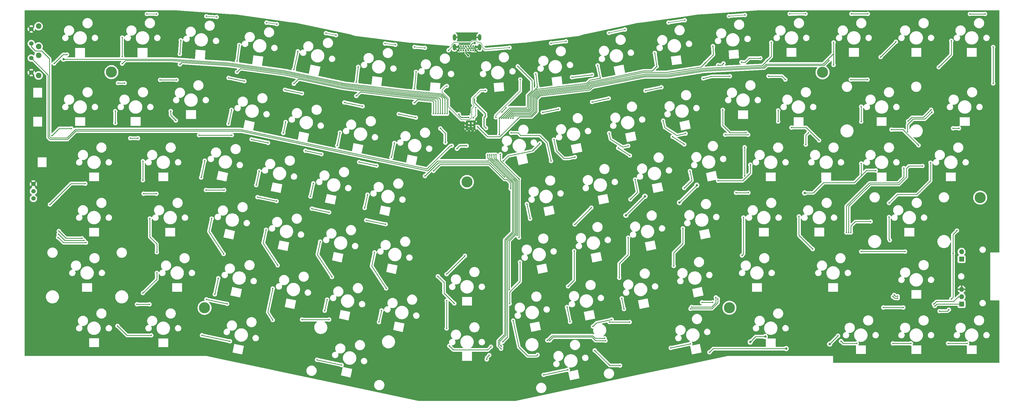
<source format=gbr>
%TF.GenerationSoftware,KiCad,Pcbnew,7.0.10*%
%TF.CreationDate,2024-01-30T23:36:57+01:00*%
%TF.ProjectId,middle,6d696464-6c65-42e6-9b69-6361645f7063,rev?*%
%TF.SameCoordinates,Original*%
%TF.FileFunction,Copper,L1,Top*%
%TF.FilePolarity,Positive*%
%FSLAX46Y46*%
G04 Gerber Fmt 4.6, Leading zero omitted, Abs format (unit mm)*
G04 Created by KiCad (PCBNEW 7.0.10) date 2024-01-30 23:36:57*
%MOMM*%
%LPD*%
G01*
G04 APERTURE LIST*
%TA.AperFunction,ComponentPad*%
%ADD10C,3.800000*%
%TD*%
%TA.AperFunction,ComponentPad*%
%ADD11C,1.524000*%
%TD*%
%TA.AperFunction,ComponentPad*%
%ADD12C,1.900000*%
%TD*%
%TA.AperFunction,ComponentPad*%
%ADD13R,1.700000X1.700000*%
%TD*%
%TA.AperFunction,ComponentPad*%
%ADD14O,1.700000X1.700000*%
%TD*%
%TA.AperFunction,ComponentPad*%
%ADD15C,0.600000*%
%TD*%
%TA.AperFunction,ComponentPad*%
%ADD16C,0.650000*%
%TD*%
%TA.AperFunction,ComponentPad*%
%ADD17O,1.108000X2.216000*%
%TD*%
%TA.AperFunction,ViaPad*%
%ADD18C,0.500000*%
%TD*%
%TA.AperFunction,ViaPad*%
%ADD19C,0.800000*%
%TD*%
%TA.AperFunction,Conductor*%
%ADD20C,0.350000*%
%TD*%
%TA.AperFunction,Conductor*%
%ADD21C,0.635000*%
%TD*%
%TA.AperFunction,Conductor*%
%ADD22C,0.250000*%
%TD*%
%TA.AperFunction,Conductor*%
%ADD23C,0.400000*%
%TD*%
%TA.AperFunction,Conductor*%
%ADD24C,0.200000*%
%TD*%
G04 APERTURE END LIST*
D10*
%TO.P,MountTopMiddle6,1*%
%TO.N,N/C*%
X470866285Y-186384803D03*
%TD*%
D11*
%TO.P,RSW2,1,1*%
%TO.N,~{RESET}*%
X144730000Y-133340000D03*
%TO.P,RSW2,2,2*%
%TO.N,GND*%
X144730000Y-128340000D03*
D12*
%TO.P,RSW2,3*%
%TO.N,N/C*%
X147230000Y-134340000D03*
X147230000Y-127340000D03*
%TD*%
D10*
%TO.P,MountTopMiddle4,1*%
%TO.N,N/C*%
X384676285Y-224324803D03*
%TD*%
%TO.P,MountTopMiddle1,1*%
%TO.N,N/C*%
X172256285Y-143174803D03*
%TD*%
D11*
%TO.P,RSW1,1,1*%
%TO.N,GND*%
X144730000Y-143340003D03*
%TO.P,RSW1,2,2*%
%TO.N,/~{USB_BOOT}*%
X144730000Y-138340003D03*
D12*
%TO.P,RSW1,3*%
%TO.N,N/C*%
X147230000Y-144340003D03*
X147230000Y-137340003D03*
%TD*%
D10*
%TO.P,MountTopMiddle3,1*%
%TO.N,N/C*%
X294475000Y-181015000D03*
%TD*%
D11*
%TO.P,J3,1,Pin_1*%
%TO.N,RGB_Out*%
X145455004Y-186690001D03*
%TO.P,J3,2,Pin_2*%
%TO.N,+3V3*%
X145455004Y-184190001D03*
%TO.P,J3,3,Pin_3*%
%TO.N,GND*%
X145455004Y-181690001D03*
%TD*%
D10*
%TO.P,MountTopMiddle5,1*%
%TO.N,N/C*%
X416676285Y-143254803D03*
%TD*%
%TO.P,MountTopMiddle2,1*%
%TO.N,N/C*%
X204266285Y-224354803D03*
%TD*%
D13*
%TO.P,J1,1,Pin_1*%
%TO.N,ENCA*%
X464469785Y-223022903D03*
D14*
%TO.P,J1,2,Pin_2*%
%TO.N,ENCB*%
X464469785Y-220482903D03*
%TO.P,J1,3,Pin_3*%
%TO.N,GND*%
X464469785Y-217942903D03*
%TD*%
D13*
%TO.P,J2,1,Pin_1*%
%TO.N,col13*%
X464469785Y-207562903D03*
D14*
%TO.P,J2,2,Pin_2*%
%TO.N,/SW99B*%
X464469785Y-205022903D03*
%TD*%
D15*
%TO.P,U3,57,GND*%
%TO.N,GND*%
X297032500Y-162722500D03*
X297032500Y-161447500D03*
X297032500Y-160172500D03*
X295757500Y-162722500D03*
X295757500Y-161447500D03*
X295757500Y-160172500D03*
X294482500Y-162722500D03*
X294482500Y-161447500D03*
X294482500Y-160172500D03*
%TD*%
D16*
%TO.P,JUSB1,A1,GND*%
%TO.N,GND*%
X291501285Y-135569803D03*
%TO.P,JUSB1,A4,VBUS*%
%TO.N,VBUS*%
X292351285Y-135569803D03*
%TO.P,JUSB1,A5,CC1*%
%TO.N,/CC1*%
X293201285Y-135569803D03*
%TO.P,JUSB1,A6,DP1*%
%TO.N,D_USB_P*%
X294051285Y-135569803D03*
%TO.P,JUSB1,A7,DN1*%
%TO.N,D_USB_N*%
X294901285Y-135569803D03*
%TO.P,JUSB1,A8,SBU1*%
%TO.N,unconnected-(JUSB1-SBU1-PadA8)*%
X295751285Y-135569803D03*
%TO.P,JUSB1,A9,VBUS*%
%TO.N,VBUS*%
X296601285Y-135569803D03*
%TO.P,JUSB1,A12,GND*%
%TO.N,GND*%
X297451285Y-135569803D03*
%TO.P,JUSB1,B1,GND*%
X297451285Y-134219803D03*
%TO.P,JUSB1,B4,VBUS*%
%TO.N,VBUS*%
X296601285Y-134219803D03*
%TO.P,JUSB1,B5,CC2*%
%TO.N,/CC2*%
X295751285Y-134219803D03*
%TO.P,JUSB1,B6,DP2*%
%TO.N,D_USB_P*%
X294901285Y-134219803D03*
%TO.P,JUSB1,B7,DN2*%
%TO.N,D_USB_N*%
X294051285Y-134219803D03*
%TO.P,JUSB1,B8,SBU2*%
%TO.N,unconnected-(JUSB1-SBU2-PadB8)*%
X293201285Y-134219803D03*
%TO.P,JUSB1,B9,VBUS*%
%TO.N,VBUS*%
X292351285Y-134219803D03*
%TO.P,JUSB1,B12,GND*%
%TO.N,GND*%
X291501285Y-134219803D03*
D17*
%TO.P,JUSB1,P1,SHELL*%
X290151285Y-134589803D03*
%TO.P,JUSB1,P2,SHELL*%
X298801285Y-134589803D03*
%TO.P,JUSB1,P3,SHELL*%
X298801285Y-131209803D03*
%TO.P,JUSB1,P4,SHELL*%
X290151285Y-131209803D03*
%TD*%
D18*
%TO.N,+3V3*%
X301020000Y-162430000D03*
X294365000Y-168535000D03*
X291040000Y-169530000D03*
X300755000Y-158425000D03*
X291665375Y-157650000D03*
X297065073Y-152406449D03*
X295106925Y-158798423D03*
%TO.N,GND*%
X170725000Y-199025000D03*
X251825000Y-188595000D03*
X185015000Y-160915000D03*
X289087507Y-157581654D03*
X324825000Y-210675000D03*
X165955000Y-137115000D03*
X377655000Y-238395000D03*
X336655000Y-169195000D03*
X199315000Y-218085000D03*
X419995000Y-199015000D03*
X309995000Y-148655000D03*
X214565000Y-180665000D03*
X343445000Y-206715000D03*
X370935000Y-139175000D03*
X450955000Y-199025000D03*
X275215000Y-232525000D03*
X373925000Y-161275000D03*
X298935000Y-222845000D03*
X378335000Y-218775000D03*
X465245000Y-179975000D03*
X380735000Y-198785000D03*
X296145000Y-154755000D03*
X403325000Y-179975000D03*
X362075000Y-202755000D03*
X287855000Y-149465000D03*
X472385000Y-239515000D03*
X355295000Y-165245000D03*
X147690000Y-178672303D03*
X301505000Y-152855000D03*
X298935000Y-241885000D03*
X335725000Y-247305000D03*
X400945000Y-199035000D03*
X297455000Y-139015000D03*
X204085000Y-158555000D03*
X441435000Y-179985000D03*
X257295000Y-248175000D03*
X293655416Y-154979502D03*
X194545000Y-237125000D03*
X398565000Y-218085000D03*
X146190000Y-164680000D03*
X235575000Y-204595000D03*
X302974653Y-158425001D03*
X341065000Y-226715000D03*
X246275000Y-144075000D03*
X412865000Y-160935000D03*
X237955000Y-224595000D03*
X453335000Y-220465000D03*
X299747500Y-168848482D03*
X351395000Y-142225000D03*
X453335000Y-137115000D03*
X453335000Y-239505000D03*
X292595000Y-151875000D03*
X226815000Y-140415000D03*
X403335000Y-237135000D03*
X292665468Y-154979501D03*
X327215000Y-190685000D03*
X187405000Y-137125000D03*
X329935000Y-146465000D03*
X359695000Y-222735000D03*
X410465000Y-137115000D03*
X196925000Y-199035000D03*
X296755000Y-163975000D03*
X220025000Y-240245000D03*
X318015000Y-173185000D03*
X287678274Y-162437929D03*
X364475000Y-182775000D03*
X291654304Y-154986573D03*
X233195000Y-184645000D03*
X306765000Y-154255000D03*
X303315000Y-162445000D03*
X261035000Y-171055000D03*
X293135000Y-170215000D03*
X223775000Y-163125000D03*
X254225000Y-208545000D03*
X194545000Y-179985000D03*
X168345000Y-218085000D03*
X292825000Y-140425000D03*
X146190000Y-154700000D03*
X216955000Y-200645000D03*
X279665000Y-175015000D03*
X431935000Y-137125000D03*
X165955000Y-160945000D03*
X296445000Y-145215000D03*
X207145000Y-138075000D03*
X292095000Y-170215000D03*
X272855000Y-212525000D03*
X256595000Y-228555000D03*
X170735000Y-237115000D03*
X345835000Y-186735000D03*
X434285000Y-239515000D03*
X422385000Y-179985000D03*
X383085000Y-178825000D03*
X270465000Y-192555000D03*
X390655000Y-137485000D03*
X322455000Y-230645000D03*
X472385000Y-137125000D03*
X219335000Y-220625000D03*
X441435000Y-160925000D03*
X424765000Y-218085000D03*
X288380000Y-145848686D03*
X470005000Y-160935000D03*
X242405000Y-167105000D03*
X393805000Y-158555000D03*
X267835000Y-147555000D03*
X298704726Y-153086106D03*
X170725000Y-179985000D03*
X298725939Y-154068984D03*
D19*
%TO.N,D_USB_P*%
X294901285Y-137475000D03*
%TO.N,/CC2*%
X297155000Y-133155000D03*
D18*
%TO.N,~{RESET}*%
X289255000Y-168505000D03*
%TO.N,/~{USB_BOOT}*%
X319500000Y-167730000D03*
X306926587Y-173773413D03*
X301745000Y-173775000D03*
%TO.N,SD2*%
X306408413Y-156918413D03*
X307895000Y-155395000D03*
%TO.N,SD3*%
X297439720Y-155419719D03*
X296655000Y-158915000D03*
%TO.N,row00*%
X323360000Y-133208150D03*
X204885000Y-123945000D03*
X208449694Y-124182824D03*
X384490000Y-123884181D03*
X328499580Y-132568279D03*
X432235000Y-123105000D03*
X288145000Y-135645000D03*
X187715000Y-123125000D03*
X229114420Y-126620905D03*
X266321493Y-133302970D03*
X225575000Y-126135000D03*
X426610000Y-123105000D03*
X249481903Y-130456619D03*
X363730000Y-126079425D03*
X405420000Y-123103310D03*
X309093012Y-134712255D03*
X348757158Y-128471049D03*
X304365000Y-158705000D03*
X312795000Y-145710000D03*
X389998103Y-123494400D03*
X369331244Y-125286486D03*
X184465000Y-123125000D03*
X269868855Y-133727027D03*
X245985000Y-129725000D03*
X410807601Y-123093584D03*
X280005000Y-134805000D03*
X343230000Y-129654546D03*
X276445000Y-134505000D03*
%TO.N,row01*%
X231910000Y-149262072D03*
X343180000Y-152221124D03*
X287040445Y-167459555D03*
X194640000Y-145830000D03*
X271010000Y-157577530D03*
X337470000Y-153435617D03*
X258620000Y-154942529D03*
X384855000Y-144595000D03*
X325950000Y-155885874D03*
X355830000Y-149530521D03*
X217950000Y-146295382D03*
X361280000Y-148371328D03*
X276920000Y-158834419D03*
X403920000Y-145720000D03*
X176835000Y-146915000D03*
X188995000Y-145835000D03*
X375720000Y-145300000D03*
X398140000Y-144555000D03*
X285315000Y-162565000D03*
X252340000Y-153606952D03*
X432130000Y-145720000D03*
X320460000Y-157053574D03*
X174545000Y-146915000D03*
X426430000Y-145720000D03*
X237730000Y-150499820D03*
X212550000Y-145148287D03*
%TO.N,row02*%
X383210000Y-164711946D03*
X263390000Y-175422193D03*
X244420000Y-171395570D03*
X280010000Y-178950000D03*
X202370000Y-164860000D03*
X213630000Y-164860000D03*
X220440000Y-166305509D03*
X309635000Y-164085000D03*
X181405000Y-165945000D03*
X391115000Y-164735000D03*
X226110000Y-167509039D03*
X178765000Y-165945000D03*
X257400000Y-174150740D03*
X307330000Y-179307002D03*
X238930000Y-170230247D03*
X323365697Y-173780000D03*
%TO.N,row03*%
X204760000Y-183780000D03*
X211030000Y-183780000D03*
X247110000Y-191448330D03*
X311725000Y-199426271D03*
X187710000Y-185035000D03*
X183320000Y-185035000D03*
X391165000Y-184715000D03*
X386960000Y-184711946D03*
X229020000Y-187603538D03*
X259860000Y-194158175D03*
X241130000Y-190177360D03*
X304387463Y-171615438D03*
X222490000Y-186215672D03*
X266510000Y-195571546D03*
%TO.N,row04*%
X308942254Y-218100000D03*
X303687461Y-171614982D03*
X429985000Y-204975000D03*
X445035000Y-204975000D03*
%TO.N,row05*%
X181060000Y-223145000D03*
X375250000Y-222470000D03*
X475325000Y-147065000D03*
X337765000Y-230749606D03*
X185330000Y-223145000D03*
X460955000Y-221305000D03*
X460095000Y-224985000D03*
X301258001Y-242129012D03*
X237770000Y-228410000D03*
X472515000Y-123115000D03*
X456915000Y-225475000D03*
X444460000Y-224235000D03*
X462865000Y-197775000D03*
X344196980Y-228374275D03*
X475325000Y-134530000D03*
X461515000Y-205597903D03*
X306741384Y-236002518D03*
X467330000Y-123115000D03*
X247090000Y-228410000D03*
X302987759Y-171635506D03*
X302108536Y-240635366D03*
X437575000Y-224235000D03*
X378910000Y-222470000D03*
X212008386Y-222948350D03*
X204930000Y-221455000D03*
%TO.N,ENCA*%
X342055000Y-235645000D03*
X455255993Y-223707650D03*
X380726127Y-221252121D03*
X442496034Y-221054824D03*
X440902299Y-220473688D03*
X322902568Y-235560606D03*
X301588192Y-171668702D03*
X371323278Y-224660000D03*
X306220000Y-238430000D03*
%TO.N,ENCB*%
X322100000Y-235550000D03*
X454911999Y-223098001D03*
X380030000Y-220780000D03*
X442471785Y-220355242D03*
X341785000Y-234865000D03*
X302287843Y-171646530D03*
X371735000Y-224085000D03*
X441317785Y-219898688D03*
X306250000Y-237560000D03*
%TO.N,col13*%
X429988485Y-155035000D03*
X453800985Y-174360000D03*
X439513535Y-188226465D03*
X310285000Y-159085000D03*
X420465000Y-140655000D03*
X449680741Y-168349259D03*
X439513535Y-193070000D03*
X420466285Y-132944803D03*
X429996285Y-160204803D03*
X440376285Y-162984803D03*
X439810000Y-201030000D03*
%TO.N,/IN_F12*%
X162150000Y-200410000D03*
X152570000Y-140170000D03*
X154215000Y-197925000D03*
X461560000Y-162520000D03*
X424860000Y-198390000D03*
X463580000Y-162520000D03*
X156980000Y-137120000D03*
X444600000Y-176210000D03*
D19*
%TO.N,col00*%
X155815000Y-138695000D03*
D18*
X287625000Y-157485000D03*
%TO.N,col01*%
X286845000Y-157485000D03*
X187863785Y-205226215D03*
X185482585Y-193585000D03*
X183101285Y-173855000D03*
X183105000Y-180385000D03*
X175956285Y-140243715D03*
X175957585Y-131285000D03*
X175956285Y-137795000D03*
X187863785Y-212335000D03*
X173576285Y-156634803D03*
X183101335Y-219229753D03*
X173576285Y-160704803D03*
%TO.N,col02*%
X195785625Y-136970000D03*
X204350000Y-173660000D03*
X286065000Y-157485000D03*
X195785625Y-140510000D03*
X207809016Y-219700984D03*
X196120473Y-132210000D03*
X206740000Y-193630000D03*
X210810000Y-205790000D03*
X194400000Y-159810000D03*
X209016285Y-214180000D03*
X192626285Y-156584803D03*
X203106217Y-179470000D03*
%TO.N,col03*%
X225410000Y-197460000D03*
X229420000Y-209720000D03*
X222053671Y-182066329D03*
X212500000Y-160960000D03*
X215440000Y-143100000D03*
X223070000Y-177270000D03*
X227726285Y-217730000D03*
X216210000Y-133790000D03*
X213539374Y-156190000D03*
X227730000Y-228530000D03*
X215440000Y-139410000D03*
X285285000Y-157485000D03*
%TO.N,col04*%
X240679734Y-186010266D03*
X234980000Y-142290000D03*
X244008321Y-201570000D03*
X236320000Y-136000000D03*
X234980000Y-147150000D03*
X248060000Y-213710000D03*
X245591200Y-225314300D03*
X232140000Y-160360000D03*
X231330000Y-164150000D03*
X284505000Y-157485000D03*
X246399767Y-221520000D03*
X241640000Y-181510000D03*
%TO.N,col05*%
X250827303Y-163990000D03*
X260300000Y-185360000D03*
X343465000Y-229265000D03*
X256440000Y-151380000D03*
X259315797Y-189954203D03*
X350380000Y-229265000D03*
X266690000Y-217660000D03*
X283725000Y-157485000D03*
X265082670Y-225250000D03*
X264225000Y-229275000D03*
X262700000Y-205280000D03*
X257100000Y-141340000D03*
X249890000Y-168450000D03*
X256440000Y-146670000D03*
%TO.N,/IN_A6*%
X300748364Y-149489177D03*
X287560000Y-147940000D03*
%TO.N,col06*%
X276930000Y-143080000D03*
X282945000Y-157485000D03*
X302705000Y-237755000D03*
X293775000Y-206475000D03*
X316150000Y-193690000D03*
X288395000Y-237465000D03*
X276410000Y-153690000D03*
X268510000Y-172520000D03*
X287495633Y-221890000D03*
X309470000Y-183300000D03*
X269526583Y-167565561D03*
X276410000Y-148870000D03*
X283000000Y-177160000D03*
X315070000Y-188570000D03*
X287494885Y-212753403D03*
X287494885Y-231460000D03*
%TO.N,col07*%
X305555000Y-159085000D03*
X421990544Y-233990544D03*
X338391482Y-239020000D03*
D19*
X404190000Y-238390000D03*
D18*
X305555000Y-164640000D03*
X311915000Y-141205000D03*
D19*
X419150000Y-236830000D03*
D18*
X310350000Y-228770000D03*
X318738174Y-240538174D03*
X309110000Y-222920000D03*
X312345000Y-180005000D03*
X305951043Y-171484328D03*
X377815544Y-239665544D03*
X312720000Y-208600000D03*
X312345000Y-200115000D03*
X347065000Y-244205631D03*
%TO.N,/IN_A8*%
X337470000Y-144042884D03*
X330550000Y-144892553D03*
%TO.N,col08*%
X324350000Y-166410000D03*
X331296285Y-204784803D03*
X337210000Y-189840000D03*
X318088832Y-143783291D03*
X331545000Y-172416528D03*
X352240000Y-180170000D03*
X328840000Y-224080000D03*
X329888651Y-229150000D03*
X331515000Y-195595000D03*
X350660000Y-186981261D03*
X350483525Y-171896475D03*
X318620000Y-148150000D03*
X329235544Y-216925544D03*
X346445000Y-169325000D03*
X306335000Y-159085000D03*
D19*
%TO.N,col09*%
X349100000Y-192470000D03*
D18*
X343340000Y-164210000D03*
X349854804Y-200200000D03*
X307115000Y-159085000D03*
X346786654Y-213980000D03*
X340318202Y-145230000D03*
X349875000Y-168563570D03*
X369150000Y-168060000D03*
X365145000Y-165405000D03*
X371086285Y-177254803D03*
D19*
X355630000Y-185940000D03*
D18*
X348440000Y-224780000D03*
X347666285Y-221104803D03*
X339382503Y-140827888D03*
X369160000Y-183059211D03*
%TO.N,col10*%
X368670000Y-197020000D03*
X380814259Y-180590840D03*
X388806285Y-139734803D03*
X365525085Y-209910000D03*
X307895000Y-159085000D03*
X436666285Y-137974803D03*
X382626285Y-140154803D03*
X395296285Y-138354803D03*
D19*
X373460000Y-182130000D03*
D18*
X359673903Y-141200000D03*
X369595000Y-164334308D03*
D19*
X367510000Y-188080000D03*
D18*
X391886285Y-175064803D03*
X361900000Y-159920000D03*
X441896285Y-132744803D03*
X359023888Y-136574901D03*
X380746285Y-140764803D03*
%TO.N,col11*%
X389906285Y-169064803D03*
X378975737Y-134254472D03*
X376356438Y-139976438D03*
X389906285Y-178960000D03*
X460944785Y-132360000D03*
X410938485Y-168115000D03*
X389507285Y-193245000D03*
X446089943Y-160069943D03*
X411815000Y-164045000D03*
X453996285Y-156124803D03*
X382366285Y-156164803D03*
X456606285Y-141464803D03*
X389000000Y-206320000D03*
X390410000Y-164045000D03*
X308675000Y-159085000D03*
%TO.N,col12*%
X408557285Y-192860000D03*
X454260985Y-156904803D03*
X401416285Y-156374803D03*
X406005000Y-162255000D03*
X399036285Y-132994803D03*
X397719243Y-139130757D03*
X413319735Y-204129735D03*
X401416285Y-160184803D03*
X434970000Y-177045000D03*
X309465000Y-159085000D03*
X415495000Y-166655000D03*
X445886285Y-163735000D03*
D19*
X410540544Y-184790544D03*
D18*
X429988485Y-174650000D03*
%TO.N,/IN_C13*%
X151845000Y-165040000D03*
X158520000Y-162570000D03*
X162872420Y-201135000D03*
X425670000Y-198390000D03*
X154115000Y-199005000D03*
X451020000Y-175480000D03*
%TO.N,/IN_D13*%
X151120000Y-188790000D03*
X163550000Y-201900000D03*
X163270000Y-181560000D03*
X153975000Y-200085000D03*
X433220000Y-194620000D03*
X426420000Y-198380000D03*
%TO.N,/IN_D5*%
X290136285Y-222834803D03*
X284465000Y-213465000D03*
%TO.N,/IN_F9*%
X371240000Y-236736019D03*
X185945000Y-233835000D03*
X428420000Y-236610000D03*
X174335000Y-230565000D03*
X423045000Y-235845000D03*
X459840000Y-236615000D03*
X329120000Y-245678211D03*
X364520000Y-238162694D03*
X440860000Y-236615000D03*
X447050000Y-236615000D03*
X466390000Y-236615000D03*
X242915000Y-242237361D03*
X251360000Y-244032401D03*
D19*
X391830000Y-236120000D03*
D18*
X320850000Y-247433955D03*
D19*
X396990000Y-234250000D03*
D18*
X213005000Y-235879794D03*
X203385000Y-233835000D03*
%TO.N,RGB_Matrix*%
X298175000Y-162045000D03*
X418853545Y-139173545D03*
%TD*%
D20*
%TO.N,+3V3*%
X301025000Y-162435000D02*
X301020000Y-162430000D01*
X291665375Y-157650000D02*
X291665375Y-158013623D01*
X300755000Y-157427404D02*
X299052596Y-155725000D01*
X292450175Y-158798423D02*
X295106925Y-158798423D01*
X301020000Y-162430000D02*
X300345000Y-161755000D01*
X297065073Y-152406449D02*
X297065073Y-153734927D01*
X291040000Y-169530000D02*
X292035000Y-168535000D01*
X297063798Y-153736202D02*
X299052596Y-155725000D01*
X291665375Y-158013623D02*
X292450175Y-158798423D01*
X292035000Y-168535000D02*
X294365000Y-168535000D01*
X300345000Y-161755000D02*
X300345000Y-158835000D01*
X300755000Y-158425000D02*
X300755000Y-157427404D01*
X297065073Y-153734927D02*
X297063798Y-153736202D01*
X300345000Y-158835000D02*
X300755000Y-158425000D01*
D21*
%TO.N,GND*%
X294482500Y-160172500D02*
X297032500Y-160172500D01*
X294482500Y-162722500D02*
X294482500Y-160172500D01*
D22*
X291131285Y-135569803D02*
X290151285Y-134589803D01*
X298431285Y-134219803D02*
X298801285Y-134589803D01*
D21*
X297032500Y-162722500D02*
X297032500Y-160172500D01*
X294782500Y-162422500D02*
X294482500Y-162722500D01*
D22*
X291501285Y-135569803D02*
X291131285Y-135569803D01*
D21*
X294482500Y-161447500D02*
X297032500Y-161447500D01*
X297032500Y-162722500D02*
X296732500Y-162422500D01*
D22*
X291501285Y-134219803D02*
X291501285Y-135569803D01*
D21*
X295757500Y-160172500D02*
X295757500Y-162722500D01*
D22*
X297451285Y-134219803D02*
X298431285Y-134219803D01*
X297451285Y-134219803D02*
X297451285Y-135569803D01*
X297451285Y-135569803D02*
X297821285Y-135569803D01*
X297821285Y-135569803D02*
X298801285Y-134589803D01*
X290521285Y-134219803D02*
X290151285Y-134589803D01*
D21*
X296732500Y-162422500D02*
X294782500Y-162422500D01*
D22*
X291501285Y-134219803D02*
X290521285Y-134219803D01*
D23*
%TO.N,D_USB_P*%
X294051285Y-135569803D02*
X294051285Y-136625000D01*
X294051285Y-136625000D02*
X294901285Y-137475000D01*
D22*
%TO.N,D_USB_N*%
X294901285Y-135409803D02*
X294051285Y-134559803D01*
X294901285Y-135569803D02*
X294901285Y-135409803D01*
X294051285Y-134559803D02*
X294051285Y-134219803D01*
%TO.N,/CC2*%
X297154803Y-133154803D02*
X297155000Y-133155000D01*
X296406285Y-133154803D02*
X297154803Y-133154803D01*
X295751285Y-133809803D02*
X295751285Y-134219803D01*
X296406285Y-133154803D02*
X295751285Y-133809803D01*
%TO.N,~{RESET}*%
X280730000Y-176520000D02*
X216660000Y-162938069D01*
X159871931Y-162938069D02*
X156960000Y-165850000D01*
X151470000Y-165850000D02*
X150990000Y-165370000D01*
X150990000Y-165370000D02*
X150990000Y-138530000D01*
X288742879Y-168505000D02*
X280730000Y-176520000D01*
X156960000Y-165850000D02*
X151470000Y-165850000D01*
X144730000Y-134417630D02*
X144730000Y-133340000D01*
X146142370Y-135830000D02*
X144730000Y-134417630D01*
X150990000Y-138530000D02*
X148290000Y-135830000D01*
X148290000Y-135830000D02*
X146142370Y-135830000D01*
X289255000Y-168505000D02*
X288742879Y-168505000D01*
X216660000Y-162938069D02*
X159871931Y-162938069D01*
%TO.N,/~{USB_BOOT}*%
X284365000Y-173775000D02*
X281070000Y-177070000D01*
X280840000Y-177070000D02*
X216850000Y-163465100D01*
X160064900Y-163465100D02*
X157170000Y-166360000D01*
X150510000Y-165620000D02*
X150510000Y-144120003D01*
X151250000Y-166360000D02*
X150510000Y-165620000D01*
X157170000Y-166360000D02*
X151250000Y-166360000D01*
X319500000Y-167730812D02*
X316940000Y-170290812D01*
X150510000Y-144120003D02*
X144730000Y-138340003D01*
X301745000Y-173775000D02*
X284365000Y-173775000D01*
X316940000Y-170290812D02*
X308660000Y-172040000D01*
X216850000Y-163465100D02*
X160064900Y-163465100D01*
X308660000Y-172040000D02*
X306926587Y-173773413D01*
X319500000Y-167730000D02*
X319500000Y-167730812D01*
X281070000Y-177070000D02*
X280840000Y-177070000D01*
%TO.N,SD2*%
X307895000Y-155431826D02*
X306408413Y-156918413D01*
X307895000Y-155395000D02*
X307895000Y-155431826D01*
D24*
%TO.N,SD3*%
X297439720Y-158130280D02*
X296655000Y-158915000D01*
X297439720Y-155419719D02*
X297439720Y-158130280D01*
%TO.N,row00*%
X299705000Y-133625000D02*
X299705000Y-134555000D01*
X369331244Y-125286486D02*
X363730000Y-126079425D01*
X328499580Y-132568279D02*
X323360000Y-133208150D01*
X299705000Y-134555000D02*
X300745000Y-135415000D01*
X389998103Y-123494400D02*
X384490000Y-123884181D01*
X229114420Y-126620905D02*
X225575000Y-126135000D01*
X296245000Y-132405000D02*
X297665000Y-132405000D01*
X288145000Y-135645000D02*
X289297285Y-134492715D01*
X269868855Y-133727027D02*
X266321493Y-133302970D01*
X298215000Y-132955000D02*
X299035000Y-132955000D01*
X184465000Y-123125000D02*
X187715000Y-123125000D01*
X312795000Y-149717182D02*
X304365000Y-158147182D01*
X299035000Y-132955000D02*
X299705000Y-133625000D01*
X290114350Y-132865000D02*
X295785000Y-132865000D01*
X289297285Y-134492715D02*
X289297285Y-133682065D01*
X312795000Y-145710000D02*
X312795000Y-149717182D01*
X410807601Y-123093584D02*
X405420000Y-123103310D01*
X297665000Y-132405000D02*
X298215000Y-132955000D01*
D22*
X426610000Y-123105000D02*
X432235000Y-123105000D01*
D24*
X280005000Y-134805000D02*
X276445000Y-134505000D01*
X300745000Y-135415000D02*
X305535000Y-135035000D01*
X295785000Y-132865000D02*
X296245000Y-132405000D01*
X304365000Y-158147182D02*
X304365000Y-158705000D01*
X348757158Y-128471049D02*
X343230000Y-129654546D01*
X249481903Y-130456619D02*
X245985000Y-129725000D01*
X309093012Y-134712255D02*
X305535000Y-135035000D01*
X289297285Y-133682065D02*
X290114350Y-132865000D01*
X208449694Y-124182824D02*
X204885000Y-123945000D01*
D22*
%TO.N,row01*%
X231910000Y-149262072D02*
X237730000Y-150499820D01*
X174545000Y-146915000D02*
X176835000Y-146915000D01*
X384855000Y-144595000D02*
X378760000Y-144595000D01*
X212550000Y-145148287D02*
X217950000Y-146295382D01*
X287040445Y-167459555D02*
X287040445Y-164289555D01*
X287040445Y-164289555D02*
X287039555Y-164289555D01*
X287039555Y-164289555D02*
X285315000Y-162565000D01*
X403920000Y-145720000D02*
X402755000Y-144555000D01*
X402755000Y-144555000D02*
X398140000Y-144555000D01*
X252340000Y-153606952D02*
X258620000Y-154942529D01*
X271010000Y-157577530D02*
X276920000Y-158834419D01*
X426430000Y-145720000D02*
X432130000Y-145720000D01*
X378760000Y-144595000D02*
X375720000Y-145300000D01*
X355830000Y-149530521D02*
X361280000Y-148371328D01*
X337470000Y-153435617D02*
X343180000Y-152221124D01*
X320460000Y-157053574D02*
X325950000Y-155885874D01*
X194640000Y-145830000D02*
X188995000Y-145835000D01*
%TO.N,row02*%
X244420000Y-171395570D02*
X238930000Y-170230247D01*
X302370000Y-174350000D02*
X284600000Y-174350000D01*
X202370000Y-164860000D02*
X213630000Y-164860000D01*
X307327002Y-179307002D02*
X302370000Y-174350000D01*
X312890000Y-164990000D02*
X319501320Y-164990000D01*
X322011320Y-167500000D02*
X323365697Y-173780000D01*
X263390000Y-175422193D02*
X257400000Y-174150740D01*
X284600000Y-174350000D02*
X280010000Y-178950000D01*
X178765000Y-165945000D02*
X181405000Y-165945000D01*
X391115000Y-164735000D02*
X391091946Y-164711946D01*
X307330000Y-179307002D02*
X307327002Y-179307002D01*
X311988401Y-164088401D02*
X312890000Y-164990000D01*
X319501320Y-164990000D02*
X322011320Y-167500000D01*
X309638401Y-164088401D02*
X311988401Y-164088401D01*
X226110000Y-167509039D02*
X220440000Y-166305509D01*
X391091946Y-164711946D02*
X383210000Y-164711946D01*
%TO.N,row03*%
X247110000Y-191448330D02*
X241130000Y-190177360D01*
X183320000Y-185035000D02*
X187710000Y-185035000D01*
X204760000Y-183780000D02*
X211030000Y-183780000D01*
X311893000Y-180453000D02*
X304387463Y-172947463D01*
X311893000Y-199258271D02*
X311893000Y-180453000D01*
X311725000Y-199426271D02*
X311893000Y-199258271D01*
X229020000Y-187603538D02*
X222490000Y-186215672D01*
X386960000Y-184711946D02*
X391165000Y-184715000D01*
X266510000Y-195571546D02*
X259860000Y-194158175D01*
X304387463Y-172947463D02*
X304387463Y-171615438D01*
%TO.N,row04*%
X303687461Y-172887461D02*
X303687461Y-171614982D01*
X311443000Y-198835000D02*
X311443000Y-180643000D01*
X311443000Y-180643000D02*
X303687461Y-172887461D01*
X308942254Y-201335746D02*
X311443000Y-198835000D01*
X308942254Y-218100000D02*
X308942254Y-201335746D01*
X445035000Y-204975000D02*
X429985000Y-204975000D01*
%TO.N,row05*%
X181060000Y-223145000D02*
X185330000Y-223145000D01*
X461515000Y-199125000D02*
X462865000Y-197775000D01*
X310985000Y-180845000D02*
X310985000Y-198635000D01*
X339010000Y-229500000D02*
X344196980Y-228374275D01*
X301258001Y-241485901D02*
X302108536Y-240635366D01*
X302987759Y-172847759D02*
X310985000Y-180845000D01*
X337765000Y-230749606D02*
X337765000Y-230745000D01*
X375250000Y-222470000D02*
X378910000Y-222470000D01*
X461515000Y-205597903D02*
X461515000Y-199125000D01*
X337765000Y-230745000D02*
X339010000Y-229500000D01*
X301258001Y-242129012D02*
X301258001Y-241485901D01*
X302987759Y-171635506D02*
X302987759Y-172847759D01*
X444460000Y-224235000D02*
X437575000Y-224235000D01*
X204930000Y-221455000D02*
X212008386Y-222948350D01*
X475325000Y-147055000D02*
X475325000Y-134530000D01*
X459600000Y-225475000D02*
X460095000Y-224985000D01*
X308365000Y-234378902D02*
X306741384Y-236002518D01*
X456915000Y-225475000D02*
X459600000Y-225475000D01*
X461515000Y-220745000D02*
X460955000Y-221305000D01*
X461515000Y-205597903D02*
X461515000Y-220745000D01*
X247090000Y-228410000D02*
X237770000Y-228410000D01*
X467330000Y-123115000D02*
X472515000Y-123115000D01*
X310985000Y-198635000D02*
X308365000Y-201255000D01*
X308365000Y-201255000D02*
X308365000Y-234378902D01*
%TO.N,ENCA*%
X305235000Y-237445000D02*
X305235000Y-235705000D01*
X455940740Y-223022903D02*
X455255993Y-223707650D01*
X342055000Y-235645000D02*
X338708604Y-235645000D01*
X301588192Y-172748192D02*
X301588192Y-171668702D01*
X306220000Y-238430000D02*
X305235000Y-237445000D01*
X380726127Y-221252121D02*
X380726127Y-222563873D01*
X378630000Y-224660000D02*
X371323278Y-224660000D01*
X310065000Y-181225000D02*
X301588192Y-172748192D01*
X460307097Y-223022903D02*
X455940740Y-223022903D01*
X337478604Y-234415000D02*
X336485000Y-234415000D01*
X307445000Y-233495000D02*
X307445000Y-200865000D01*
X307445000Y-200865000D02*
X310065000Y-198245000D01*
X324048174Y-234415000D02*
X322902568Y-235560606D01*
X442496034Y-221054824D02*
X441483435Y-221054824D01*
X310065000Y-198245000D02*
X310065000Y-181225000D01*
X336485000Y-234415000D02*
X324048174Y-234415000D01*
X380726127Y-222563873D02*
X378630000Y-224660000D01*
X441483435Y-221054824D02*
X440902299Y-220473688D01*
X337606802Y-234543198D02*
X337478604Y-234415000D01*
X338708604Y-235645000D02*
X337606802Y-234543198D01*
X460307097Y-223022903D02*
X464469785Y-223022903D01*
X305235000Y-235705000D02*
X307445000Y-233495000D01*
%TO.N,ENCB*%
X460265000Y-222165000D02*
X455845000Y-222165000D01*
X310515000Y-198435000D02*
X310515000Y-181025000D01*
X341785000Y-234865000D02*
X338565000Y-234865000D01*
X379185000Y-223455000D02*
X378555000Y-224085000D01*
X305705000Y-235885000D02*
X307895000Y-233695000D01*
X337665000Y-233965000D02*
X323685000Y-233965000D01*
X463417097Y-220482903D02*
X461735000Y-222165000D01*
X310515000Y-181025000D02*
X302287843Y-172797843D01*
X441774339Y-220355242D02*
X441317785Y-219898688D01*
X380027763Y-221137311D02*
X380027763Y-222612237D01*
X338565000Y-234865000D02*
X337665000Y-233965000D01*
X455845000Y-222165000D02*
X454911999Y-223098001D01*
X307895000Y-233695000D02*
X307895000Y-201055000D01*
X380027763Y-220782237D02*
X380030000Y-220780000D01*
X378555000Y-224085000D02*
X371735000Y-224085000D01*
X302287843Y-172797843D02*
X302287843Y-171646530D01*
X461735000Y-222165000D02*
X460265000Y-222165000D01*
X380027763Y-222612237D02*
X379185000Y-223455000D01*
X323685000Y-233965000D02*
X322100000Y-235550000D01*
X305705000Y-237015000D02*
X305705000Y-235885000D01*
X464469785Y-220482903D02*
X463417097Y-220482903D01*
X380027763Y-221137311D02*
X380027763Y-220782237D01*
X306250000Y-237560000D02*
X305705000Y-237015000D01*
X307895000Y-201055000D02*
X310515000Y-198435000D01*
X442471785Y-220355242D02*
X441774339Y-220355242D01*
%TO.N,col13*%
X420465000Y-136746088D02*
X420466285Y-136744803D01*
X416816088Y-140395000D02*
X397303678Y-140395000D01*
X319435102Y-150855848D02*
X318015000Y-152275000D01*
X319442171Y-150855000D02*
X319435102Y-150855848D01*
X439513535Y-200733535D02*
X439810000Y-201030000D01*
X316405000Y-158165000D02*
X310645000Y-158165000D01*
X420466285Y-132944803D02*
X420466285Y-136744803D01*
X363575000Y-144305000D02*
X355685000Y-144305000D01*
X396380000Y-141318678D02*
X396020175Y-141318678D01*
X336345000Y-148835000D02*
X319442171Y-150855000D01*
X429988485Y-155035000D02*
X429996285Y-160204803D01*
X449050000Y-185340000D02*
X453800985Y-180589015D01*
X318015000Y-156555000D02*
X316405000Y-158165000D01*
X376005000Y-142365000D02*
X363575000Y-144305000D01*
X397303678Y-140395000D02*
X396380000Y-141318678D01*
X420466285Y-136744803D02*
X416816088Y-140395000D01*
X439513535Y-193070000D02*
X439513535Y-200733535D01*
X453800985Y-180589015D02*
X453800985Y-174360000D01*
X318015000Y-152275000D02*
X318015000Y-156555000D01*
X337365000Y-147875000D02*
X336345000Y-148835000D01*
X310285000Y-158525000D02*
X310285000Y-159085000D01*
X442400000Y-185340000D02*
X449050000Y-185340000D01*
X444316285Y-162984803D02*
X440376285Y-162984803D01*
X310645000Y-158165000D02*
X310285000Y-158525000D01*
X449680741Y-168349259D02*
X444316285Y-162984803D01*
X420465000Y-140655000D02*
X420465000Y-136746088D01*
X439513535Y-188226465D02*
X442400000Y-185340000D01*
X355685000Y-144305000D02*
X337365000Y-147875000D01*
X396020175Y-141318678D02*
X376005000Y-142365000D01*
%TO.N,/IN_F12*%
X432840000Y-181330000D02*
X442610000Y-181330000D01*
X442610000Y-181330000D02*
X444600000Y-179340000D01*
X463580000Y-162520000D02*
X461560000Y-162520000D01*
X444600000Y-176210000D02*
X444600000Y-179340000D01*
X152570000Y-140170000D02*
X155620000Y-137120000D01*
X424860000Y-198390000D02*
X424860000Y-189310000D01*
X156700000Y-200410000D02*
X162150000Y-200410000D01*
X424860000Y-189310000D02*
X432840000Y-181330000D01*
X155620000Y-137120000D02*
X156980000Y-137120000D01*
X154215000Y-197925000D02*
X156700000Y-200410000D01*
%TO.N,col00*%
X285855000Y-150665000D02*
X273250000Y-149510000D01*
X252275000Y-146995000D02*
X231925000Y-142675000D01*
X231925000Y-142675000D02*
X212435000Y-139975000D01*
X287625000Y-157485000D02*
X287625000Y-152435000D01*
X192775000Y-138695000D02*
X155815000Y-138695000D01*
X273250000Y-149510000D02*
X252275000Y-146995000D01*
X287625000Y-152435000D02*
X285855000Y-150665000D01*
X212435000Y-139975000D02*
X192775000Y-138695000D01*
%TO.N,col01*%
X175957585Y-131285000D02*
X175956285Y-137795000D01*
X252225000Y-147445000D02*
X231845000Y-143125000D01*
X183101285Y-173855000D02*
X183105000Y-180385000D01*
X212405000Y-140425000D02*
X192765000Y-139145000D01*
X285651802Y-151098198D02*
X273260000Y-149990000D01*
X175956285Y-140243715D02*
X177053000Y-139147000D01*
X185482585Y-199962585D02*
X187863785Y-202343785D01*
X286845000Y-152291396D02*
X285651802Y-151098198D01*
X187863785Y-202343785D02*
X187863785Y-205226215D01*
X183101335Y-219229753D02*
X187863785Y-214467303D01*
X286845000Y-157485000D02*
X286845000Y-152291396D01*
X273260000Y-149990000D02*
X252225000Y-147445000D01*
X185482585Y-193585000D02*
X185482585Y-199962585D01*
X192765000Y-139145000D02*
X177053000Y-139147000D01*
X187863785Y-214467303D02*
X187863785Y-212335000D01*
X231845000Y-143125000D02*
X212405000Y-140425000D01*
X173576285Y-156634803D02*
X173576285Y-160704803D01*
%TO.N,col02*%
X196120473Y-132210000D02*
X195785625Y-136970000D01*
X231785000Y-143575000D02*
X252155000Y-147895000D01*
X252155000Y-147895000D02*
X273165000Y-150465000D01*
X192626285Y-158034803D02*
X192626285Y-158036285D01*
X207809016Y-219700984D02*
X209016285Y-214180000D01*
X285448604Y-151531396D02*
X286065000Y-152147792D01*
X212315000Y-140875000D02*
X231785000Y-143575000D01*
X192626285Y-158036285D02*
X194400000Y-159810000D01*
X195790000Y-140510000D02*
X195785625Y-140510000D01*
X204350000Y-173660000D02*
X203106217Y-179470000D01*
X273165000Y-150465000D02*
X285448604Y-151531396D01*
X205801860Y-198078140D02*
X210810000Y-205790000D01*
X192626285Y-156584803D02*
X192626285Y-158034803D01*
X206740000Y-193630000D02*
X205801860Y-198078140D01*
X196463033Y-139836967D02*
X212315000Y-140875000D01*
X286065000Y-152147792D02*
X286065000Y-157485000D01*
X196463033Y-139836967D02*
X195790000Y-140510000D01*
%TO.N,col03*%
X227726285Y-217730000D02*
X225996835Y-225863165D01*
X225410000Y-197460000D02*
X224431546Y-202038454D01*
X225996835Y-225863165D02*
X227726285Y-228526285D01*
X284690462Y-151917271D02*
X285285000Y-152511809D01*
X231725000Y-144025000D02*
X252095000Y-148345000D01*
X216210000Y-133790000D02*
X215440000Y-139410000D01*
X216614465Y-141925535D02*
X215440000Y-143100000D01*
X227726285Y-228526285D02*
X227730000Y-228530000D01*
X216614465Y-141925535D02*
X231725000Y-144025000D01*
X212500000Y-160960000D02*
X213539374Y-156190000D01*
X224431546Y-202038454D02*
X229420000Y-209720000D01*
X223070000Y-177270000D02*
X222053671Y-182066329D01*
X273135000Y-150915000D02*
X284690462Y-151917271D01*
X252095000Y-148345000D02*
X273135000Y-150915000D01*
X285285000Y-152511809D02*
X285285000Y-157485000D01*
%TO.N,col04*%
X284042784Y-152312784D02*
X284505000Y-152775000D01*
X284033527Y-152311981D02*
X284042784Y-152312784D01*
X273125000Y-151375000D02*
X284033527Y-152311981D01*
X284505000Y-152775000D02*
X284505000Y-157485000D01*
X252095000Y-148805000D02*
X273125000Y-151375000D01*
X236320000Y-136000000D02*
X234980000Y-142290000D01*
X241640000Y-181510000D02*
X240679734Y-186010266D01*
X231330000Y-164150000D02*
X232140000Y-160360000D01*
X246399767Y-221520000D02*
X245591200Y-225314300D01*
X244008321Y-201570000D02*
X243059734Y-206010266D01*
X234980000Y-147150000D02*
X236605000Y-145525000D01*
X243059734Y-206010266D02*
X248060000Y-213710000D01*
X236605000Y-145525000D02*
X252095000Y-148805000D01*
%TO.N,col05*%
X273125000Y-151835000D02*
X283265000Y-152697626D01*
X261693671Y-209966329D02*
X266690000Y-217660000D01*
X257855000Y-149965000D02*
X256440000Y-151380000D01*
X283725000Y-153157626D02*
X283725000Y-157485000D01*
X265082670Y-225250000D02*
X264225000Y-229275000D01*
X257855000Y-149965000D02*
X273125000Y-151835000D01*
X283265000Y-152697626D02*
X283725000Y-153157626D01*
X257100000Y-141340000D02*
X256440000Y-146670000D01*
X343465000Y-229265000D02*
X350380000Y-229265000D01*
X262700000Y-205280000D02*
X261693671Y-209966329D01*
X250827303Y-163990000D02*
X249890000Y-168450000D01*
X260300000Y-185360000D02*
X259315797Y-189954203D01*
D24*
%TO.N,/IN_A6*%
X296500000Y-152160000D02*
X296500000Y-153960000D01*
X296500000Y-153960000D02*
X296910000Y-154370000D01*
X288050000Y-155070000D02*
X288050000Y-152258960D01*
X299170823Y-149489177D02*
X296500000Y-152160000D01*
X288050000Y-152258960D02*
X285950000Y-150158960D01*
X285950000Y-150158960D02*
X285950000Y-149220000D01*
X300748364Y-149489177D02*
X299170823Y-149489177D01*
X296080000Y-158840000D02*
X295365000Y-159555000D01*
X285950000Y-149220000D02*
X287230000Y-147940000D01*
X296910000Y-154990000D02*
X296080000Y-155820000D01*
X292535000Y-159555000D02*
X288050000Y-155070000D01*
X287230000Y-147940000D02*
X287560000Y-147940000D01*
X296910000Y-154370000D02*
X296910000Y-154990000D01*
X295365000Y-159555000D02*
X292535000Y-159555000D01*
X296080000Y-155820000D02*
X296080000Y-158840000D01*
D22*
%TO.N,col06*%
X269526583Y-167565561D02*
X268510000Y-172520000D01*
X293773288Y-206475000D02*
X293775000Y-206475000D01*
X307320000Y-180110000D02*
X308240000Y-180110000D01*
X282945000Y-157485000D02*
X282945000Y-153396507D01*
X309470000Y-181340000D02*
X309470000Y-183300000D01*
X276930000Y-143080000D02*
X276410000Y-148870000D01*
X301635000Y-238825000D02*
X302705000Y-237755000D01*
X283000000Y-177160000D02*
X285220000Y-174940000D01*
X277443988Y-152656012D02*
X276410000Y-153690000D01*
X282638958Y-153095993D02*
X277445000Y-152656012D01*
X288395000Y-237465000D02*
X289755000Y-238825000D01*
X282945000Y-153396507D02*
X282645000Y-153096507D01*
X308240000Y-180110000D02*
X309470000Y-181340000D01*
X289755000Y-238825000D02*
X301635000Y-238825000D01*
X302150000Y-174940000D02*
X307320000Y-180110000D01*
X277445000Y-152656012D02*
X277443988Y-152656012D01*
X293325000Y-206923288D02*
X293773288Y-206475000D01*
X285220000Y-174940000D02*
X302150000Y-174940000D01*
X293325000Y-206923288D02*
X287494885Y-212753403D01*
X316150000Y-193690000D02*
X315070000Y-188570000D01*
X287495633Y-221890000D02*
X287494885Y-231460000D01*
X282645000Y-153096507D02*
X282638958Y-153095993D01*
%TO.N,col07*%
X309110000Y-218890000D02*
X312720000Y-215280000D01*
X316825000Y-146115000D02*
X316825000Y-149567328D01*
X315245000Y-151147328D02*
X315245000Y-155115000D01*
X318371348Y-240905000D02*
X318738174Y-240538174D01*
X316825000Y-149567328D02*
X315245000Y-151147328D01*
X379091088Y-238390000D02*
X404190000Y-238390000D01*
X305555000Y-159051827D02*
X305555000Y-159085000D01*
X314905000Y-155455000D02*
X309151827Y-155455000D01*
X343577113Y-244205631D02*
X347065000Y-244205631D01*
X305951043Y-173611043D02*
X312345000Y-180005000D01*
X310350000Y-228770000D02*
X312280741Y-237859259D01*
X305555000Y-159048998D02*
X305555000Y-159085000D01*
X377815544Y-239665544D02*
X379091088Y-238390000D01*
X309110000Y-222920000D02*
X309110000Y-218890000D01*
X315245000Y-155115000D02*
X314905000Y-155455000D01*
X305555000Y-159085000D02*
X305555000Y-164640000D01*
X421990544Y-233990544D02*
X419151088Y-236830000D01*
X338391482Y-239020000D02*
X343577113Y-244205631D01*
X309151827Y-155455000D02*
X305555000Y-159051827D01*
X312720000Y-208600000D02*
X312720000Y-215280000D01*
X312280741Y-237859259D02*
X315326482Y-240905000D01*
X311915000Y-141205000D02*
X316825000Y-146115000D01*
X305951043Y-171484328D02*
X305951043Y-173611043D01*
X312345000Y-180005000D02*
X312345000Y-200115000D01*
X419151088Y-236830000D02*
X419150000Y-236830000D01*
X315326482Y-240905000D02*
X318371348Y-240905000D01*
%TO.N,/IN_A8*%
X330550000Y-144892553D02*
X337470000Y-144042884D01*
%TO.N,col08*%
X350660000Y-186980000D02*
X350660000Y-186981261D01*
X318620000Y-148150000D02*
X318620000Y-148414380D01*
X327754803Y-172874803D02*
X329336285Y-172874803D01*
X328840000Y-224080000D02*
X329888651Y-229150000D01*
X315445000Y-155905000D02*
X309481827Y-155905000D01*
X346445000Y-169325000D02*
X350483525Y-171896475D01*
X352240000Y-180170000D02*
X353120000Y-184520000D01*
X329336285Y-172874803D02*
X331545000Y-172416528D01*
X318088832Y-143783291D02*
X318620000Y-148150000D01*
X318620000Y-148414380D02*
X315699000Y-151332552D01*
X324350000Y-166410000D02*
X325170000Y-170270000D01*
X331515000Y-195595000D02*
X337210000Y-189840000D01*
X306335000Y-159048998D02*
X306335000Y-159085000D01*
X329235544Y-216925544D02*
X331296285Y-214864803D01*
X353120000Y-184520000D02*
X350660000Y-186980000D01*
X331296285Y-214864803D02*
X331296285Y-204784803D01*
X306335000Y-159051827D02*
X306335000Y-159085000D01*
X315699000Y-155651000D02*
X315445000Y-155905000D01*
X325170000Y-170270000D02*
X327754803Y-172874803D01*
X315699000Y-151332552D02*
X315699000Y-155651000D01*
X309481827Y-155905000D02*
X306335000Y-159051827D01*
%TO.N,col09*%
X343340000Y-164210000D02*
X343800000Y-166290000D01*
X309811827Y-156355000D02*
X307115000Y-159051827D01*
X347666285Y-221104803D02*
X348440000Y-224780000D01*
X315665812Y-156355000D02*
X309811827Y-156355000D01*
X369160789Y-183059211D02*
X369160000Y-183059211D01*
X346786654Y-209083346D02*
X346786654Y-213980000D01*
X349854804Y-200200000D02*
X349854804Y-206015196D01*
X371780000Y-180440000D02*
X369160789Y-183059211D01*
X355630000Y-185940000D02*
X349100000Y-192470000D01*
X349854804Y-206015196D02*
X346786654Y-209083346D01*
X343800000Y-166290000D02*
X347111253Y-168378747D01*
X340318202Y-145230000D02*
X339382503Y-140827888D01*
X348016285Y-168948042D02*
X349875000Y-168563570D01*
X316153000Y-155867812D02*
X315665812Y-156355000D01*
X347111253Y-168378747D02*
X348016285Y-168948042D01*
X316153000Y-151517776D02*
X316153000Y-155867812D01*
X307115000Y-159048998D02*
X307115000Y-159085000D01*
X335535000Y-147055000D02*
X318574985Y-149095791D01*
X340318202Y-145230000D02*
X336771644Y-145911644D01*
X318574985Y-149095791D02*
X316153000Y-151517776D01*
X336771644Y-145911644D02*
X335535000Y-147055000D01*
X365145000Y-165405000D02*
X369150000Y-168060000D01*
X307115000Y-159051827D02*
X307115000Y-159085000D01*
X371086285Y-177254803D02*
X371780000Y-180440000D01*
%TO.N,col10*%
X316607000Y-151703000D02*
X318755000Y-149555000D01*
X335735000Y-147505000D02*
X336685000Y-146615000D01*
X361900000Y-159920000D02*
X362420000Y-162240000D01*
X390116285Y-139734803D02*
X391496285Y-138354803D01*
X362420000Y-162240000D02*
X366616285Y-164948042D01*
X359023888Y-136574901D02*
X359673903Y-141200000D01*
X359673903Y-141200000D02*
X358138903Y-142735000D01*
X368670000Y-202250000D02*
X365525085Y-205394915D01*
X380814259Y-180590840D02*
X389219160Y-180590840D01*
X307895000Y-158988604D02*
X310078604Y-156805000D01*
X391886285Y-177923715D02*
X391886285Y-175064803D01*
X315852208Y-156805000D02*
X316607000Y-156050208D01*
X318755000Y-149555000D02*
X335735000Y-147505000D01*
X366616285Y-164948042D02*
X369595000Y-164334308D01*
X441896285Y-132744803D02*
X436666285Y-137974803D01*
X368670000Y-197020000D02*
X368670000Y-202250000D01*
X391496285Y-138354803D02*
X395296285Y-138354803D01*
X365525085Y-205394915D02*
X365525085Y-209910000D01*
X388806285Y-139734803D02*
X390116285Y-139734803D01*
X382016285Y-140764803D02*
X382626285Y-140154803D01*
X310078604Y-156805000D02*
X315852208Y-156805000D01*
X380746285Y-140764803D02*
X382016285Y-140764803D01*
X355205000Y-142735000D02*
X358138903Y-142735000D01*
X307895000Y-159085000D02*
X307895000Y-158988604D01*
X316607000Y-156050208D02*
X316607000Y-151703000D01*
X389219160Y-180590840D02*
X391886285Y-177923715D01*
X367510000Y-188080000D02*
X373460000Y-182130000D01*
X336685000Y-146615000D02*
X355205000Y-142735000D01*
%TO.N,col11*%
X378975737Y-134254472D02*
X379175415Y-137110000D01*
X389507285Y-193245000D02*
X389507285Y-205812715D01*
X336915000Y-147035000D02*
X335925000Y-147955000D01*
X316038604Y-157255000D02*
X310265000Y-157255000D01*
X410938485Y-164921515D02*
X411815000Y-164045000D01*
X363335000Y-143225000D02*
X355295000Y-143225000D01*
X318985536Y-149984464D02*
X317075000Y-151895000D01*
X382366285Y-156164803D02*
X382366285Y-161524803D01*
X308675000Y-158845000D02*
X308675000Y-159085000D01*
X453996285Y-156124803D02*
X451328400Y-158792688D01*
X374915000Y-141445000D02*
X363335000Y-143225000D01*
X318995990Y-149983202D02*
X318985536Y-149984464D01*
X451328400Y-158792688D02*
X447362688Y-158792688D01*
X310265000Y-157255000D02*
X308675000Y-158845000D01*
X384886482Y-164045000D02*
X382366285Y-161524803D01*
X447362688Y-158792688D02*
X446089943Y-160069943D01*
X389507285Y-205812715D02*
X389000000Y-206320000D01*
X410938485Y-168125000D02*
X410938485Y-164921515D01*
X379175415Y-137110000D02*
X376356438Y-139976438D01*
X355295000Y-143225000D02*
X336915000Y-147035000D01*
X460944785Y-132360000D02*
X460926285Y-137144803D01*
X376356438Y-139976438D02*
X374915000Y-141445000D01*
X317075000Y-156218604D02*
X316038604Y-157255000D01*
X317075000Y-151895000D02*
X317075000Y-156218604D01*
X389906285Y-178960000D02*
X389906285Y-169064803D01*
X460926285Y-137144803D02*
X456606285Y-141464803D01*
X390410000Y-164045000D02*
X384886482Y-164045000D01*
X335925000Y-147955000D02*
X318995990Y-149983202D01*
%TO.N,col12*%
X309465000Y-158705776D02*
X310465776Y-157705000D01*
X411096482Y-162255000D02*
X406005000Y-162255000D01*
X336135000Y-148395000D02*
X337135000Y-147455000D01*
X316225000Y-157705000D02*
X317555000Y-156375000D01*
X417040000Y-181210000D02*
X413459456Y-184790544D01*
X317555000Y-156375000D02*
X317555000Y-152085000D01*
X415495000Y-166653518D02*
X415495000Y-166655000D01*
X408556285Y-199366285D02*
X413319735Y-204129735D01*
X355635000Y-143835000D02*
X363465000Y-143835000D01*
X317555000Y-152085000D02*
X319215000Y-150425000D01*
X375945000Y-141895000D02*
X395995000Y-140865000D01*
X430000197Y-178824803D02*
X431780000Y-177045000D01*
X310465776Y-157705000D02*
X316225000Y-157705000D01*
X445886285Y-161287803D02*
X445886285Y-163735000D01*
X429988485Y-174650000D02*
X429996285Y-178824803D01*
X399036285Y-137823715D02*
X399036285Y-132994803D01*
X429996285Y-178824803D02*
X430000197Y-178824803D01*
X411096482Y-162255000D02*
X415495000Y-166653518D01*
X408557285Y-192860000D02*
X408556285Y-199366285D01*
X454260985Y-156904803D02*
X451833744Y-159332044D01*
X431780000Y-177045000D02*
X434970000Y-177045000D01*
X447842044Y-159332044D02*
X445886285Y-161287803D01*
X395995000Y-140865000D02*
X399036285Y-137823715D01*
X427615000Y-181210000D02*
X417040000Y-181210000D01*
X319215000Y-150425000D02*
X336135000Y-148395000D01*
X401416285Y-156374803D02*
X401416285Y-160184803D01*
X337135000Y-147455000D02*
X355635000Y-143835000D01*
X309465000Y-159085000D02*
X309465000Y-158705776D01*
X363465000Y-143835000D02*
X375945000Y-141895000D01*
X430000197Y-178824803D02*
X427615000Y-181210000D01*
X451833744Y-159332044D02*
X447842044Y-159332044D01*
X413459456Y-184790544D02*
X410540544Y-184790544D01*
%TO.N,/IN_C13*%
X158520000Y-162570000D02*
X154315000Y-162570000D01*
X432150000Y-182810000D02*
X425670000Y-189290000D01*
X433070000Y-181890000D02*
X432150000Y-182810000D01*
X154315000Y-162570000D02*
X151845000Y-165040000D01*
X445520000Y-179260000D02*
X444280000Y-180500000D01*
X442890000Y-181890000D02*
X441690000Y-181890000D01*
X445520000Y-176340000D02*
X445520000Y-179260000D01*
X446380000Y-175480000D02*
X445520000Y-176340000D01*
X154115000Y-199005000D02*
X156245000Y-201135000D01*
X156245000Y-201135000D02*
X162872420Y-201135000D01*
X425670000Y-189290000D02*
X425670000Y-198390000D01*
X444280000Y-180500000D02*
X442890000Y-181890000D01*
X441690000Y-181890000D02*
X433070000Y-181890000D01*
X451020000Y-175480000D02*
X446380000Y-175480000D01*
%TO.N,/IN_D13*%
X153975000Y-200085000D02*
X155790000Y-201900000D01*
X426610000Y-195970000D02*
X426420000Y-196160000D01*
X163270000Y-181560000D02*
X158350000Y-181560000D01*
X155790000Y-201900000D02*
X163550000Y-201900000D01*
X433220000Y-194620000D02*
X427960000Y-194620000D01*
X158350000Y-181560000D02*
X151120000Y-188790000D01*
X426420000Y-196160000D02*
X426420000Y-198380000D01*
X427960000Y-194620000D02*
X426610000Y-195970000D01*
%TO.N,/IN_D5*%
X286620000Y-215620000D02*
X286620000Y-219318518D01*
X290136285Y-222834803D02*
X286620000Y-219318518D01*
X284465000Y-213465000D02*
X286620000Y-215620000D01*
%TO.N,/IN_F9*%
X428420000Y-236610000D02*
X423810000Y-236610000D01*
X174335000Y-230565000D02*
X177609956Y-233839956D01*
X393700000Y-234250000D02*
X396990000Y-234250000D01*
X440860000Y-236615000D02*
X447050000Y-236615000D01*
X242915000Y-242237361D02*
X251360000Y-244032401D01*
X203385000Y-233835000D02*
X213005000Y-235879794D01*
X459840000Y-236615000D02*
X466390000Y-236615000D01*
X177614912Y-233835000D02*
X177609956Y-233839956D01*
X364520000Y-238162694D02*
X371240000Y-236736019D01*
X423810000Y-236610000D02*
X423045000Y-235845000D01*
X185945000Y-233835000D02*
X177614912Y-233835000D01*
X391830000Y-236120000D02*
X393700000Y-234250000D01*
X320850000Y-247433955D02*
X329120000Y-245678211D01*
%TO.N,RGB_Matrix*%
X397533000Y-140847000D02*
X396600000Y-141780000D01*
X355730000Y-144760000D02*
X337590000Y-148300000D01*
X318480000Y-152460000D02*
X318480000Y-156730000D01*
X305690000Y-165430000D02*
X301560000Y-165430000D01*
X396020000Y-141780000D02*
X376060000Y-142820000D01*
X312503000Y-158617000D02*
X305690000Y-165430000D01*
X319650000Y-151290000D02*
X318480000Y-152460000D01*
X318480000Y-156730000D02*
X316593000Y-158617000D01*
X376060000Y-142820000D02*
X363610000Y-144760000D01*
X316593000Y-158617000D02*
X312503000Y-158617000D01*
X301560000Y-165430000D02*
X298175000Y-162045000D01*
X396600000Y-141780000D02*
X396020000Y-141780000D01*
X417180090Y-140847000D02*
X397533000Y-140847000D01*
X336540000Y-149280000D02*
X319650000Y-151290000D01*
X363610000Y-144760000D02*
X355730000Y-144760000D01*
X337590000Y-148300000D02*
X336540000Y-149280000D01*
X418853545Y-139173545D02*
X417180090Y-140847000D01*
%TD*%
%TA.AperFunction,Conductor*%
%TO.N,GND*%
G36*
X295889229Y-155583215D02*
G01*
X295864522Y-155610318D01*
X295860574Y-155614453D01*
X295847827Y-155627200D01*
X295844746Y-155630911D01*
X295838085Y-155639319D01*
X295820083Y-155659066D01*
X295820083Y-155659067D01*
X295817578Y-155665533D01*
X295804259Y-155690802D01*
X295800345Y-155696515D01*
X295800343Y-155696520D01*
X295794228Y-155722517D01*
X295789151Y-155738913D01*
X295779500Y-155763826D01*
X295779500Y-155770751D01*
X295776206Y-155799141D01*
X295774621Y-155805877D01*
X295774621Y-155805882D01*
X295778311Y-155832333D01*
X295779500Y-155849464D01*
X295779500Y-157325432D01*
X293225000Y-157335000D01*
X293155000Y-136205000D01*
X293650785Y-136203143D01*
X293650785Y-136688429D01*
X293650786Y-136688439D01*
X293657631Y-136709507D01*
X293662172Y-136728418D01*
X293665639Y-136750304D01*
X293665640Y-136750307D01*
X293675697Y-136770045D01*
X293683142Y-136788018D01*
X293689989Y-136809090D01*
X293703011Y-136827014D01*
X293713175Y-136843600D01*
X293723234Y-136863340D01*
X293723235Y-136863342D01*
X293742675Y-136882782D01*
X293742704Y-136882813D01*
X294259882Y-137399990D01*
X294293367Y-137461313D01*
X294295140Y-137471485D01*
X294295603Y-137474998D01*
X294295603Y-137475000D01*
X294316241Y-137631762D01*
X294376749Y-137777841D01*
X294473003Y-137903282D01*
X294598444Y-137999536D01*
X294744523Y-138060044D01*
X294822904Y-138070363D01*
X294901284Y-138080682D01*
X294901285Y-138080682D01*
X294901286Y-138080682D01*
X294953539Y-138073802D01*
X295058047Y-138060044D01*
X295204126Y-137999536D01*
X295329567Y-137903282D01*
X295425821Y-137777841D01*
X295486329Y-137631762D01*
X295506967Y-137475000D01*
X295486329Y-137318238D01*
X295425821Y-137172159D01*
X295329567Y-137046718D01*
X295204126Y-136950464D01*
X295058047Y-136889956D01*
X295001862Y-136882559D01*
X294897770Y-136868855D01*
X294833874Y-136840588D01*
X294826275Y-136833597D01*
X294488104Y-136495426D01*
X294454619Y-136434103D01*
X294451785Y-136407745D01*
X294451785Y-136200143D01*
X295825000Y-136195000D01*
X295889229Y-155583215D01*
G37*
%TD.AperFunction*%
%TD*%
%TA.AperFunction,Conductor*%
%TO.N,GND*%
G36*
X192484117Y-121845343D02*
G01*
X194308643Y-121891637D01*
X194314062Y-121891894D01*
X213314774Y-123220555D01*
X213315228Y-123220588D01*
X215133436Y-123359257D01*
X215141204Y-123360098D01*
X232234414Y-125762394D01*
X233992585Y-126009489D01*
X233994790Y-126009969D01*
X234000179Y-126010596D01*
X234003521Y-126011030D01*
X234018001Y-126013112D01*
X234019806Y-126013082D01*
X235806296Y-126241046D01*
X235806312Y-126241048D01*
X235816397Y-126242761D01*
X236037331Y-126289722D01*
X254437127Y-130200719D01*
X254452658Y-130205095D01*
X255848657Y-130698656D01*
X255849059Y-130698798D01*
X255851399Y-130699860D01*
X255857829Y-130701949D01*
X255859250Y-130702433D01*
X255860724Y-130702626D01*
X255867961Y-130703678D01*
X255870247Y-130703754D01*
X274762485Y-133023429D01*
X274767271Y-133024204D01*
X274772080Y-133024028D01*
X275261956Y-133024028D01*
X275272762Y-133024499D01*
X288462882Y-134178487D01*
X288527949Y-134203938D01*
X288568928Y-134260529D01*
X288572806Y-134330291D01*
X288539754Y-134389695D01*
X288066082Y-134863367D01*
X288004759Y-134896852D01*
X287992288Y-134898906D01*
X287975154Y-134900836D01*
X287813817Y-134957290D01*
X287669091Y-135048228D01*
X287548228Y-135169091D01*
X287457291Y-135313816D01*
X287400837Y-135475150D01*
X287400836Y-135475155D01*
X287381701Y-135644996D01*
X287381701Y-135645003D01*
X287400836Y-135814844D01*
X287400837Y-135814849D01*
X287457291Y-135976183D01*
X287548055Y-136120633D01*
X287548229Y-136120909D01*
X287669091Y-136241771D01*
X287813817Y-136332709D01*
X287957357Y-136382936D01*
X287975150Y-136389162D01*
X287975155Y-136389163D01*
X288144996Y-136408299D01*
X288145000Y-136408299D01*
X288145004Y-136408299D01*
X288314844Y-136389163D01*
X288314847Y-136389162D01*
X288314850Y-136389162D01*
X288476183Y-136332709D01*
X288620909Y-136241771D01*
X288741771Y-136120909D01*
X288832709Y-135976183D01*
X288889162Y-135814850D01*
X288891092Y-135797717D01*
X288918154Y-135733305D01*
X288926621Y-135723926D01*
X288977046Y-135673500D01*
X288975000Y-136125000D01*
X289734097Y-136125000D01*
X289742909Y-136129710D01*
X289897285Y-136176539D01*
X289897285Y-136125000D01*
X290405285Y-136125000D01*
X290405285Y-136176539D01*
X290559665Y-136129709D01*
X290568475Y-136125000D01*
X291305297Y-136125000D01*
X291118909Y-136311388D01*
X291242456Y-136366397D01*
X291413734Y-136402803D01*
X291588835Y-136402803D01*
X291760113Y-136366397D01*
X291760117Y-136366395D01*
X291875233Y-136315142D01*
X291944483Y-136305857D01*
X291976104Y-136315141D01*
X291998014Y-136324896D01*
X292092301Y-136366875D01*
X292263681Y-136403303D01*
X292438889Y-136403303D01*
X292610269Y-136366875D01*
X292725850Y-136315414D01*
X292795100Y-136306131D01*
X292826718Y-136315414D01*
X292865563Y-136332709D01*
X292942301Y-136366875D01*
X293113681Y-136403303D01*
X293155657Y-136403303D01*
X293225000Y-157335000D01*
X295471500Y-157326586D01*
X295471500Y-157947636D01*
X295451815Y-158014675D01*
X295399011Y-158060430D01*
X295329853Y-158070374D01*
X295306545Y-158064677D01*
X295276782Y-158054262D01*
X295276769Y-158054259D01*
X295106929Y-158035124D01*
X295106921Y-158035124D01*
X294937080Y-158054259D01*
X294937067Y-158054262D01*
X294783599Y-158107964D01*
X294742644Y-158114923D01*
X292784652Y-158114923D01*
X292717613Y-158095238D01*
X292696971Y-158078604D01*
X292454665Y-157836298D01*
X292421180Y-157774975D01*
X292419126Y-157734738D01*
X292428674Y-157650000D01*
X292428674Y-157649997D01*
X292409538Y-157480155D01*
X292409537Y-157480150D01*
X292397079Y-157444547D01*
X292353084Y-157318817D01*
X292262146Y-157174091D01*
X292141284Y-157053229D01*
X292141283Y-157053228D01*
X291996558Y-156962291D01*
X291835224Y-156905837D01*
X291835219Y-156905836D01*
X291665379Y-156886701D01*
X291665371Y-156886701D01*
X291495530Y-156905836D01*
X291495525Y-156905837D01*
X291334191Y-156962291D01*
X291189469Y-157053226D01*
X291129301Y-157113393D01*
X291067977Y-157146877D01*
X290998286Y-157141891D01*
X290953940Y-157113391D01*
X288694819Y-154854270D01*
X288661334Y-154792947D01*
X288658500Y-154766589D01*
X288658500Y-152306964D01*
X288659561Y-152290778D01*
X288663750Y-152258960D01*
X288662341Y-152248259D01*
X288658768Y-152221120D01*
X288658500Y-152219080D01*
X288658500Y-152219075D01*
X288642838Y-152100110D01*
X288601749Y-152000912D01*
X288581526Y-151952089D01*
X288581525Y-151952088D01*
X288581524Y-151952085D01*
X288560376Y-151924525D01*
X288508477Y-151856888D01*
X288508476Y-151856887D01*
X288506007Y-151853669D01*
X288506007Y-151853670D01*
X288483987Y-151824973D01*
X288483985Y-151824971D01*
X288483984Y-151824970D01*
X288458520Y-151805431D01*
X288446325Y-151794736D01*
X286594819Y-149943230D01*
X286561334Y-149881907D01*
X286558500Y-149855549D01*
X286558500Y-149523410D01*
X286578185Y-149456371D01*
X286594815Y-149435733D01*
X287308594Y-148721953D01*
X287369915Y-148688470D01*
X287410155Y-148686416D01*
X287463847Y-148692465D01*
X287559997Y-148703299D01*
X287560000Y-148703299D01*
X287560004Y-148703299D01*
X287729844Y-148684163D01*
X287729847Y-148684162D01*
X287729850Y-148684162D01*
X287891183Y-148627709D01*
X288035909Y-148536771D01*
X288156771Y-148415909D01*
X288247709Y-148271183D01*
X288304162Y-148109850D01*
X288318775Y-147980155D01*
X288323299Y-147940003D01*
X288323299Y-147939996D01*
X288304163Y-147770155D01*
X288304162Y-147770150D01*
X288273883Y-147683619D01*
X288247709Y-147608817D01*
X288156771Y-147464091D01*
X288035909Y-147343229D01*
X288035908Y-147343228D01*
X287891183Y-147252291D01*
X287729849Y-147195837D01*
X287729844Y-147195836D01*
X287560004Y-147176701D01*
X287559996Y-147176701D01*
X287390155Y-147195836D01*
X287390150Y-147195837D01*
X287228815Y-147252291D01*
X287098624Y-147334096D01*
X287078224Y-147343005D01*
X287078658Y-147344052D01*
X286923124Y-147408476D01*
X286919735Y-147410740D01*
X286916677Y-147413423D01*
X286829568Y-147480264D01*
X286829562Y-147480269D01*
X286796010Y-147506015D01*
X286776467Y-147531483D01*
X286765775Y-147543674D01*
X285553670Y-148755779D01*
X285541479Y-148766471D01*
X285516013Y-148786013D01*
X285491520Y-148817931D01*
X285418476Y-148913123D01*
X285418474Y-148913126D01*
X285387099Y-148988873D01*
X285343258Y-149043276D01*
X285276963Y-149065341D01*
X285209264Y-149048062D01*
X285161654Y-148996924D01*
X285149010Y-148930614D01*
X285319068Y-146986858D01*
X285319802Y-146978922D01*
X285319804Y-146978920D01*
X285319680Y-146978525D01*
X285319679Y-146978524D01*
X285319313Y-146978334D01*
X285295645Y-146976195D01*
X285295081Y-146976255D01*
X281956952Y-146684205D01*
X281956793Y-146684160D01*
X281956792Y-146684175D01*
X281932250Y-146682003D01*
X281932131Y-146682041D01*
X281932130Y-146682040D01*
X281931856Y-146682126D01*
X281931855Y-146682127D01*
X281931664Y-146682495D01*
X281929527Y-146706505D01*
X281929569Y-146706900D01*
X281683317Y-149521560D01*
X281657865Y-149586629D01*
X281601274Y-149627608D01*
X281548474Y-149634236D01*
X277247349Y-149240124D01*
X277182386Y-149214404D01*
X277141640Y-149157645D01*
X277138048Y-149087868D01*
X277141623Y-149075685D01*
X277154161Y-149039854D01*
X277154163Y-149039844D01*
X277173299Y-148870003D01*
X277173299Y-148869996D01*
X277154163Y-148700155D01*
X277154162Y-148700150D01*
X277141967Y-148665300D01*
X277097709Y-148538817D01*
X277097706Y-148538813D01*
X277094690Y-148532549D01*
X277097288Y-148531297D01*
X277081783Y-148476543D01*
X277082272Y-148466668D01*
X277520067Y-143592000D01*
X277538577Y-143537120D01*
X277617709Y-143411183D01*
X277633637Y-143365663D01*
X277674358Y-143308886D01*
X277739310Y-143283138D01*
X277807872Y-143296593D01*
X277858275Y-143344980D01*
X277863473Y-143355104D01*
X277907912Y-143452411D01*
X277907913Y-143452413D01*
X277907914Y-143452415D01*
X277907916Y-143452418D01*
X278029814Y-143623600D01*
X278029827Y-143623618D01*
X278029832Y-143623624D01*
X278181932Y-143768650D01*
X278276890Y-143829676D01*
X278358740Y-143882278D01*
X278553855Y-143960390D01*
X278637587Y-143976528D01*
X278760226Y-144000165D01*
X278760227Y-144000165D01*
X278917731Y-144000165D01*
X278917737Y-144000165D01*
X279074530Y-143985193D01*
X279276187Y-143925981D01*
X279462994Y-143829676D01*
X279463020Y-143829656D01*
X279531211Y-143776029D01*
X279628198Y-143699757D01*
X279765831Y-143540921D01*
X279766767Y-143539301D01*
X279863415Y-143371901D01*
X279870916Y-143358909D01*
X279876624Y-143342416D01*
X281620545Y-143342416D01*
X281638974Y-143623600D01*
X281640268Y-143643334D01*
X281640269Y-143643346D01*
X281699099Y-143939099D01*
X281699103Y-143939114D01*
X281796034Y-144224663D01*
X281796043Y-144224684D01*
X281929412Y-144495129D01*
X281929416Y-144495136D01*
X282096954Y-144745875D01*
X282295791Y-144972605D01*
X282522521Y-145171442D01*
X282773260Y-145338980D01*
X282773267Y-145338984D01*
X283043712Y-145472353D01*
X283043717Y-145472355D01*
X283043729Y-145472361D01*
X283329290Y-145569296D01*
X283522223Y-145607673D01*
X283625050Y-145628127D01*
X283625051Y-145628127D01*
X283625061Y-145628129D01*
X283850671Y-145642916D01*
X283850682Y-145642916D01*
X284001280Y-145642916D01*
X284001291Y-145642916D01*
X284226901Y-145628129D01*
X284522672Y-145569296D01*
X284808233Y-145472361D01*
X285078699Y-145338982D01*
X285329442Y-145171441D01*
X285556170Y-144972605D01*
X285755006Y-144745877D01*
X285922547Y-144495134D01*
X286055926Y-144224668D01*
X286152861Y-143939107D01*
X286193945Y-143732568D01*
X287882396Y-143732568D01*
X287884466Y-143776020D01*
X287892396Y-143942497D01*
X287917458Y-144045801D01*
X287941946Y-144146745D01*
X287941948Y-144146749D01*
X288029248Y-144337910D01*
X288029251Y-144337915D01*
X288029252Y-144337917D01*
X288029254Y-144337920D01*
X288141207Y-144495136D01*
X288151165Y-144509120D01*
X288151170Y-144509126D01*
X288303270Y-144654152D01*
X288398228Y-144715178D01*
X288480078Y-144767780D01*
X288675193Y-144845892D01*
X288778379Y-144865779D01*
X288881564Y-144885667D01*
X288881565Y-144885667D01*
X289039069Y-144885667D01*
X289039075Y-144885667D01*
X289195868Y-144870695D01*
X289397525Y-144811483D01*
X289584332Y-144715178D01*
X289584358Y-144715158D01*
X289661932Y-144654152D01*
X289749536Y-144585259D01*
X289887169Y-144426423D01*
X289892374Y-144417409D01*
X289981843Y-144262444D01*
X289992254Y-144244411D01*
X290060994Y-144045800D01*
X290090904Y-143837769D01*
X290080904Y-143627837D01*
X290031354Y-143423591D01*
X290028552Y-143417455D01*
X289944051Y-143232423D01*
X289944048Y-143232418D01*
X289944047Y-143232417D01*
X289944046Y-143232414D01*
X289822136Y-143061215D01*
X289822134Y-143061213D01*
X289822129Y-143061207D01*
X289670029Y-142916181D01*
X289493224Y-142802555D01*
X289298105Y-142724441D01*
X289091736Y-142684667D01*
X289091735Y-142684667D01*
X288934225Y-142684667D01*
X288777631Y-142699620D01*
X288777432Y-142699639D01*
X288777428Y-142699640D01*
X288575777Y-142758850D01*
X288388963Y-142855158D01*
X288223766Y-142985072D01*
X288223762Y-142985076D01*
X288086128Y-143143913D01*
X287981048Y-143325917D01*
X287912306Y-143524532D01*
X287912306Y-143524534D01*
X287882399Y-143732548D01*
X287882396Y-143732568D01*
X286193945Y-143732568D01*
X286211694Y-143643336D01*
X286231417Y-143342416D01*
X286211694Y-143041496D01*
X286211688Y-143041468D01*
X286176749Y-142865818D01*
X286152861Y-142745725D01*
X286055926Y-142460164D01*
X286055909Y-142460130D01*
X285922549Y-142189702D01*
X285922545Y-142189695D01*
X285755007Y-141938956D01*
X285556170Y-141712226D01*
X285329440Y-141513389D01*
X285078701Y-141345851D01*
X285078694Y-141345847D01*
X284808249Y-141212478D01*
X284808228Y-141212469D01*
X284522679Y-141115538D01*
X284522673Y-141115536D01*
X284522672Y-141115536D01*
X284522670Y-141115535D01*
X284522664Y-141115534D01*
X284226911Y-141056704D01*
X284226902Y-141056703D01*
X284226901Y-141056703D01*
X284001291Y-141041916D01*
X283850671Y-141041916D01*
X283625061Y-141056703D01*
X283625060Y-141056703D01*
X283625050Y-141056704D01*
X283329297Y-141115534D01*
X283329282Y-141115538D01*
X283043733Y-141212469D01*
X283043712Y-141212478D01*
X282773267Y-141345847D01*
X282773260Y-141345851D01*
X282522521Y-141513389D01*
X282295791Y-141712226D01*
X282096954Y-141938956D01*
X281929416Y-142189695D01*
X281929412Y-142189702D01*
X281796043Y-142460147D01*
X281796034Y-142460168D01*
X281699103Y-142745717D01*
X281699099Y-142745732D01*
X281640269Y-143041485D01*
X281640268Y-143041495D01*
X281640268Y-143041496D01*
X281620545Y-143342416D01*
X279876624Y-143342416D01*
X279939656Y-143160298D01*
X279969566Y-142952267D01*
X279959566Y-142742335D01*
X279910016Y-142538089D01*
X279910015Y-142538086D01*
X279828976Y-142360636D01*
X279819032Y-142291477D01*
X279848057Y-142227921D01*
X279906835Y-142190147D01*
X279969359Y-142188233D01*
X280090225Y-142215820D01*
X280090230Y-142215820D01*
X280090233Y-142215821D01*
X280286339Y-142230517D01*
X280286358Y-142230517D01*
X280286361Y-142230518D01*
X280286363Y-142230518D01*
X280417347Y-142230518D01*
X280417349Y-142230518D01*
X280417351Y-142230517D01*
X280417370Y-142230517D01*
X280613475Y-142215821D01*
X280613477Y-142215820D01*
X280613485Y-142215820D01*
X280869271Y-142157438D01*
X281113498Y-142061586D01*
X281340712Y-141930404D01*
X281545836Y-141766823D01*
X281724288Y-141574497D01*
X281872083Y-141357722D01*
X281877809Y-141345833D01*
X281898052Y-141303796D01*
X281985918Y-141121341D01*
X282063251Y-140870633D01*
X282102355Y-140611200D01*
X282102355Y-140348836D01*
X282063251Y-140089403D01*
X281985918Y-139838695D01*
X281973284Y-139812461D01*
X281872087Y-139602321D01*
X281872086Y-139602320D01*
X281872085Y-139602319D01*
X281872083Y-139602314D01*
X281724288Y-139385539D01*
X281688673Y-139347155D01*
X281545840Y-139193216D01*
X281488312Y-139147339D01*
X281340712Y-139029632D01*
X281113498Y-138898450D01*
X280869271Y-138802598D01*
X280869266Y-138802596D01*
X280869257Y-138802594D01*
X280647308Y-138751936D01*
X280613485Y-138744216D01*
X280613484Y-138744215D01*
X280613480Y-138744215D01*
X280613475Y-138744214D01*
X280417370Y-138729518D01*
X280417349Y-138729518D01*
X280286361Y-138729518D01*
X280286339Y-138729518D01*
X280090234Y-138744214D01*
X280090229Y-138744215D01*
X279834452Y-138802594D01*
X279834433Y-138802600D01*
X279590211Y-138898450D01*
X279362998Y-139029632D01*
X279157869Y-139193216D01*
X278979422Y-139385538D01*
X278857099Y-139564953D01*
X278835946Y-139595980D01*
X278831623Y-139602320D01*
X278831622Y-139602321D01*
X278717793Y-139838691D01*
X278640461Y-140089394D01*
X278640460Y-140089399D01*
X278640459Y-140089403D01*
X278630601Y-140154806D01*
X278601355Y-140348830D01*
X278601355Y-140611205D01*
X278621255Y-140743228D01*
X278640459Y-140870633D01*
X278640460Y-140870635D01*
X278640461Y-140870641D01*
X278717793Y-141121344D01*
X278831622Y-141357714D01*
X278831623Y-141357715D01*
X278831625Y-141357718D01*
X278831627Y-141357722D01*
X278979422Y-141574497D01*
X278994571Y-141590824D01*
X279025740Y-141653356D01*
X279018153Y-141722812D01*
X278974220Y-141777141D01*
X278907888Y-141799093D01*
X278903673Y-141799165D01*
X278812887Y-141799165D01*
X278656628Y-141814086D01*
X278656094Y-141814137D01*
X278656090Y-141814138D01*
X278454439Y-141873348D01*
X278267625Y-141969656D01*
X278102428Y-142099570D01*
X278102424Y-142099574D01*
X277964790Y-142258411D01*
X277859710Y-142440415D01*
X277789512Y-142643237D01*
X277748983Y-142700151D01*
X277684118Y-142726119D01*
X277615511Y-142712895D01*
X277567338Y-142668652D01*
X277526771Y-142604091D01*
X277405908Y-142483228D01*
X277261183Y-142392291D01*
X277099849Y-142335837D01*
X277099844Y-142335836D01*
X276930004Y-142316701D01*
X276929996Y-142316701D01*
X276760155Y-142335836D01*
X276760150Y-142335837D01*
X276598816Y-142392291D01*
X276454091Y-142483228D01*
X276333228Y-142604091D01*
X276242291Y-142748816D01*
X276185837Y-142910150D01*
X276185836Y-142910155D01*
X276166701Y-143079996D01*
X276166701Y-143080003D01*
X276185836Y-143249844D01*
X276185839Y-143249857D01*
X276242290Y-143411182D01*
X276245311Y-143417455D01*
X276242722Y-143418701D01*
X276258215Y-143473521D01*
X276257724Y-143483351D01*
X275819931Y-148358000D01*
X275801422Y-148412880D01*
X275722291Y-148538815D01*
X275665837Y-148700150D01*
X275665836Y-148700155D01*
X275647639Y-148861671D01*
X275646701Y-148870000D01*
X275649381Y-148893784D01*
X275655098Y-148944532D01*
X275643042Y-149013354D01*
X275595692Y-149064733D01*
X275528081Y-149082356D01*
X275520562Y-149081897D01*
X273318335Y-148880107D01*
X273314888Y-148879742D01*
X265173593Y-147903562D01*
X265109373Y-147876036D01*
X265070230Y-147818161D01*
X265065279Y-147765335D01*
X265404354Y-145003785D01*
X265404405Y-145003385D01*
X265405691Y-144993250D01*
X265405558Y-144993024D01*
X265405200Y-144992822D01*
X265381907Y-144989876D01*
X265381247Y-144989922D01*
X262055022Y-144581513D01*
X262054825Y-144581448D01*
X262030542Y-144578466D01*
X262030541Y-144578466D01*
X262030143Y-144578576D01*
X262029938Y-144578938D01*
X262026974Y-144602397D01*
X262027020Y-144603039D01*
X261688368Y-147361134D01*
X261660660Y-147425275D01*
X261602673Y-147464253D01*
X261550530Y-147469140D01*
X257663034Y-147003012D01*
X257294648Y-146958840D01*
X257230429Y-146931315D01*
X257191286Y-146873440D01*
X257186191Y-146821839D01*
X257186532Y-146818817D01*
X257198657Y-146711202D01*
X257203299Y-146670002D01*
X257203299Y-146669996D01*
X257184163Y-146500155D01*
X257184160Y-146500142D01*
X257131118Y-146348559D01*
X257125099Y-146292366D01*
X257126445Y-146281500D01*
X257671916Y-141876403D01*
X257694507Y-141822710D01*
X257693066Y-141821805D01*
X257697915Y-141814089D01*
X257761930Y-141712210D01*
X257787708Y-141671185D01*
X257800491Y-141634653D01*
X257844162Y-141509850D01*
X257844163Y-141509844D01*
X257863299Y-141340003D01*
X257863299Y-141339996D01*
X257844163Y-141170155D01*
X257844162Y-141170151D01*
X257843540Y-141168373D01*
X257843477Y-141167150D01*
X257842612Y-141163358D01*
X257843276Y-141163206D01*
X257842213Y-141142412D01*
X257834009Y-141134589D01*
X257824354Y-141113543D01*
X257821984Y-141106771D01*
X257787709Y-141008817D01*
X257696771Y-140864091D01*
X257575909Y-140743229D01*
X257575908Y-140743228D01*
X257431183Y-140652291D01*
X257410390Y-140645015D01*
X258006193Y-140645015D01*
X258016192Y-140854941D01*
X258061901Y-141043355D01*
X258061339Y-141055139D01*
X258073374Y-141075901D01*
X258153047Y-141250360D01*
X258153048Y-141250362D01*
X258153049Y-141250364D01*
X258153051Y-141250367D01*
X258262146Y-141403570D01*
X258274962Y-141421567D01*
X258274967Y-141421573D01*
X258427067Y-141566599D01*
X258532959Y-141634652D01*
X258603875Y-141680227D01*
X258798990Y-141758339D01*
X258888367Y-141775565D01*
X259005361Y-141798114D01*
X259005362Y-141798114D01*
X259162866Y-141798114D01*
X259162872Y-141798114D01*
X259319665Y-141783142D01*
X259521322Y-141723930D01*
X259708129Y-141627625D01*
X259873333Y-141497706D01*
X260010966Y-141338870D01*
X260010973Y-141338859D01*
X260023760Y-141316711D01*
X261847146Y-141316711D01*
X261864024Y-141574231D01*
X261866869Y-141617629D01*
X261866870Y-141617641D01*
X261925700Y-141913394D01*
X261925704Y-141913409D01*
X262022635Y-142198958D01*
X262022644Y-142198979D01*
X262156013Y-142469424D01*
X262156017Y-142469431D01*
X262323555Y-142720170D01*
X262522392Y-142946900D01*
X262749122Y-143145737D01*
X262999861Y-143313275D01*
X262999868Y-143313279D01*
X263270313Y-143446648D01*
X263270318Y-143446650D01*
X263270330Y-143446656D01*
X263555891Y-143543591D01*
X263755833Y-143583362D01*
X263851651Y-143602422D01*
X263851652Y-143602422D01*
X263851662Y-143602424D01*
X264077272Y-143617211D01*
X264077283Y-143617211D01*
X264227881Y-143617211D01*
X264227892Y-143617211D01*
X264453502Y-143602424D01*
X264749273Y-143543591D01*
X265034834Y-143446656D01*
X265305300Y-143313277D01*
X265556043Y-143145736D01*
X265782771Y-142946900D01*
X265981607Y-142720172D01*
X266149148Y-142469429D01*
X266282527Y-142198963D01*
X266379462Y-141913402D01*
X266385468Y-141883208D01*
X268090462Y-141883208D01*
X268100461Y-142093134D01*
X268150012Y-142297385D01*
X268150014Y-142297389D01*
X268237314Y-142488550D01*
X268237317Y-142488555D01*
X268237318Y-142488557D01*
X268237320Y-142488560D01*
X268347465Y-142643237D01*
X268359231Y-142659760D01*
X268359236Y-142659766D01*
X268511336Y-142804792D01*
X268606294Y-142865818D01*
X268688144Y-142918420D01*
X268883259Y-142996532D01*
X268986445Y-143016419D01*
X269089630Y-143036307D01*
X269089631Y-143036307D01*
X269247135Y-143036307D01*
X269247141Y-143036307D01*
X269403934Y-143021335D01*
X269605591Y-142962123D01*
X269792398Y-142865818D01*
X269827422Y-142838275D01*
X269880957Y-142796174D01*
X269957602Y-142735899D01*
X270095235Y-142577063D01*
X270095242Y-142577052D01*
X270190391Y-142412248D01*
X270200320Y-142395051D01*
X270269060Y-142196440D01*
X270298970Y-141988409D01*
X270288970Y-141778477D01*
X270239420Y-141574231D01*
X270221390Y-141534751D01*
X270152117Y-141383063D01*
X270152114Y-141383058D01*
X270152113Y-141383057D01*
X270152112Y-141383054D01*
X270030202Y-141211855D01*
X270030200Y-141211853D01*
X270030195Y-141211847D01*
X269878095Y-141066821D01*
X269701290Y-140953195D01*
X269654974Y-140934653D01*
X269555187Y-140894704D01*
X269506171Y-140875081D01*
X269299802Y-140835307D01*
X269299801Y-140835307D01*
X269142291Y-140835307D01*
X268990022Y-140849847D01*
X268985498Y-140850279D01*
X268985494Y-140850280D01*
X268783843Y-140909490D01*
X268597029Y-141005798D01*
X268431832Y-141135712D01*
X268431828Y-141135716D01*
X268294194Y-141294553D01*
X268189114Y-141476557D01*
X268121753Y-141671185D01*
X268120372Y-141675174D01*
X268090464Y-141883197D01*
X268090462Y-141883208D01*
X266385468Y-141883208D01*
X266438295Y-141617631D01*
X266458018Y-141316711D01*
X266438295Y-141015791D01*
X266437233Y-141010454D01*
X266405489Y-140850866D01*
X266379462Y-140720020D01*
X266282527Y-140434459D01*
X266282513Y-140434431D01*
X266149150Y-140163997D01*
X266149146Y-140163990D01*
X265981608Y-139913251D01*
X265782771Y-139686521D01*
X265556041Y-139487684D01*
X265305302Y-139320146D01*
X265305295Y-139320142D01*
X265034850Y-139186773D01*
X265034829Y-139186764D01*
X264749280Y-139089833D01*
X264749274Y-139089831D01*
X264749273Y-139089831D01*
X264749271Y-139089830D01*
X264749265Y-139089829D01*
X264453512Y-139030999D01*
X264453503Y-139030998D01*
X264453502Y-139030998D01*
X264227892Y-139016211D01*
X264077272Y-139016211D01*
X263851662Y-139030998D01*
X263851661Y-139030998D01*
X263851651Y-139030999D01*
X263555898Y-139089829D01*
X263555883Y-139089833D01*
X263270334Y-139186764D01*
X263270313Y-139186773D01*
X262999868Y-139320142D01*
X262999861Y-139320146D01*
X262749122Y-139487684D01*
X262522392Y-139686521D01*
X262323555Y-139913251D01*
X262156017Y-140163990D01*
X262156013Y-140163997D01*
X262022644Y-140434442D01*
X262022635Y-140434463D01*
X261925704Y-140720012D01*
X261925700Y-140720027D01*
X261866870Y-141015780D01*
X261866869Y-141015790D01*
X261866869Y-141015791D01*
X261847146Y-141316711D01*
X260023760Y-141316711D01*
X260116048Y-141156863D01*
X260116047Y-141156863D01*
X260116051Y-141156858D01*
X260184791Y-140958247D01*
X260214701Y-140750216D01*
X260204701Y-140540284D01*
X260155151Y-140336038D01*
X260153112Y-140331574D01*
X260111348Y-140240124D01*
X260091590Y-140196861D01*
X260081647Y-140127703D01*
X260110672Y-140064148D01*
X260169450Y-140026373D01*
X260231977Y-140024459D01*
X260418899Y-140067123D01*
X260418904Y-140067123D01*
X260418907Y-140067124D01*
X260615013Y-140081820D01*
X260615032Y-140081820D01*
X260615035Y-140081821D01*
X260615037Y-140081821D01*
X260746021Y-140081821D01*
X260746023Y-140081821D01*
X260746025Y-140081820D01*
X260746044Y-140081820D01*
X260942149Y-140067124D01*
X260942151Y-140067123D01*
X260942159Y-140067123D01*
X261197945Y-140008741D01*
X261442172Y-139912889D01*
X261669386Y-139781707D01*
X261874510Y-139618126D01*
X261880114Y-139612087D01*
X261916169Y-139573228D01*
X262052962Y-139425800D01*
X262200757Y-139209025D01*
X262202850Y-139204680D01*
X262252768Y-139101022D01*
X262314592Y-138972644D01*
X262391925Y-138721936D01*
X262405133Y-138634309D01*
X285148567Y-138634309D01*
X285166298Y-138751939D01*
X285187671Y-138893737D01*
X285187672Y-138893739D01*
X285187673Y-138893745D01*
X285265005Y-139144448D01*
X285378834Y-139380818D01*
X285378835Y-139380819D01*
X285378837Y-139380822D01*
X285378839Y-139380826D01*
X285514532Y-139579850D01*
X285526634Y-139597601D01*
X285705081Y-139789923D01*
X285705085Y-139789926D01*
X285705086Y-139789927D01*
X285910210Y-139953508D01*
X286137424Y-140084690D01*
X286381651Y-140180542D01*
X286637437Y-140238924D01*
X286637443Y-140238924D01*
X286637446Y-140238925D01*
X286833551Y-140253621D01*
X286833570Y-140253621D01*
X286833573Y-140253622D01*
X286833575Y-140253622D01*
X286964559Y-140253622D01*
X286964561Y-140253622D01*
X286964563Y-140253621D01*
X286964582Y-140253621D01*
X287160687Y-140238925D01*
X287160689Y-140238924D01*
X287160697Y-140238924D01*
X287416483Y-140180542D01*
X287660710Y-140084690D01*
X287887924Y-139953508D01*
X288093048Y-139789927D01*
X288099204Y-139783293D01*
X288171147Y-139705756D01*
X288271500Y-139597601D01*
X288419295Y-139380826D01*
X288425740Y-139367444D01*
X288449280Y-139318561D01*
X288533130Y-139144445D01*
X288610463Y-138893737D01*
X288649567Y-138634304D01*
X288649567Y-138371940D01*
X288610463Y-138112507D01*
X288533130Y-137861799D01*
X288511247Y-137816359D01*
X288419299Y-137625425D01*
X288419298Y-137625424D01*
X288419297Y-137625423D01*
X288419295Y-137625418D01*
X288271500Y-137408643D01*
X288242521Y-137377411D01*
X288093052Y-137216320D01*
X288004427Y-137145644D01*
X287887924Y-137052736D01*
X287660710Y-136921554D01*
X287416483Y-136825702D01*
X287416478Y-136825700D01*
X287416469Y-136825698D01*
X287187988Y-136773549D01*
X287160697Y-136767320D01*
X287160696Y-136767319D01*
X287160692Y-136767319D01*
X287160687Y-136767318D01*
X286964582Y-136752622D01*
X286964561Y-136752622D01*
X286833573Y-136752622D01*
X286833551Y-136752622D01*
X286637446Y-136767318D01*
X286637441Y-136767319D01*
X286381664Y-136825698D01*
X286381645Y-136825704D01*
X286137423Y-136921554D01*
X285910210Y-137052736D01*
X285705081Y-137216320D01*
X285526634Y-137408642D01*
X285408542Y-137581852D01*
X285388915Y-137610640D01*
X285378835Y-137625424D01*
X285378834Y-137625425D01*
X285265005Y-137861795D01*
X285187673Y-138112498D01*
X285187672Y-138112503D01*
X285187671Y-138112507D01*
X285174462Y-138200139D01*
X285148567Y-138371934D01*
X285148567Y-138634309D01*
X262405133Y-138634309D01*
X262431029Y-138462503D01*
X262431029Y-138200139D01*
X262391925Y-137940706D01*
X262314592Y-137689998D01*
X262292257Y-137643619D01*
X262200761Y-137453624D01*
X262200760Y-137453623D01*
X262200759Y-137453622D01*
X262200757Y-137453617D01*
X262052962Y-137236842D01*
X262002685Y-137182656D01*
X261874514Y-137044519D01*
X261835062Y-137013057D01*
X261669386Y-136880935D01*
X261442172Y-136749753D01*
X261354415Y-136715311D01*
X265542245Y-136715311D01*
X265555840Y-136805500D01*
X265581349Y-136974739D01*
X265581350Y-136974741D01*
X265581351Y-136974747D01*
X265639993Y-137164860D01*
X265652740Y-137206185D01*
X265658683Y-137225450D01*
X265772512Y-137461820D01*
X265772513Y-137461821D01*
X265772515Y-137461824D01*
X265772517Y-137461828D01*
X265914267Y-137669736D01*
X265920312Y-137678603D01*
X266098759Y-137870925D01*
X266098763Y-137870928D01*
X266098764Y-137870929D01*
X266303888Y-138034510D01*
X266531102Y-138165692D01*
X266775329Y-138261544D01*
X267031115Y-138319926D01*
X267031121Y-138319926D01*
X267031124Y-138319927D01*
X267227229Y-138334623D01*
X267227248Y-138334623D01*
X267227251Y-138334624D01*
X267227253Y-138334624D01*
X267358237Y-138334624D01*
X267358239Y-138334624D01*
X267358241Y-138334623D01*
X267358260Y-138334623D01*
X267554365Y-138319927D01*
X267554367Y-138319926D01*
X267554375Y-138319926D01*
X267810161Y-138261544D01*
X268054388Y-138165692D01*
X268281602Y-138034510D01*
X268486726Y-137870929D01*
X268486979Y-137870657D01*
X268529592Y-137824730D01*
X268665178Y-137678603D01*
X268812973Y-137461828D01*
X268828041Y-137430540D01*
X268842162Y-137401216D01*
X268926808Y-137225447D01*
X269004141Y-136974739D01*
X269043245Y-136715306D01*
X269043245Y-136452942D01*
X269004141Y-136193509D01*
X268926808Y-135942801D01*
X268898854Y-135884754D01*
X268812977Y-135706427D01*
X268812976Y-135706426D01*
X268812975Y-135706425D01*
X268812973Y-135706420D01*
X268665178Y-135489645D01*
X268655186Y-135478877D01*
X268486730Y-135297322D01*
X268447278Y-135265860D01*
X268281602Y-135133738D01*
X268054388Y-135002556D01*
X267810161Y-134906704D01*
X267810156Y-134906702D01*
X267810147Y-134906700D01*
X267582481Y-134854737D01*
X267554375Y-134848322D01*
X267554374Y-134848321D01*
X267554370Y-134848321D01*
X267554365Y-134848320D01*
X267358260Y-134833624D01*
X267358239Y-134833624D01*
X267227251Y-134833624D01*
X267227229Y-134833624D01*
X267031124Y-134848320D01*
X267031119Y-134848321D01*
X266775342Y-134906700D01*
X266775323Y-134906706D01*
X266531101Y-135002556D01*
X266303888Y-135133738D01*
X266098759Y-135297322D01*
X265920312Y-135489644D01*
X265772513Y-135706426D01*
X265772512Y-135706427D01*
X265658683Y-135942797D01*
X265581351Y-136193500D01*
X265581350Y-136193505D01*
X265581349Y-136193509D01*
X265573290Y-136246975D01*
X265542245Y-136452936D01*
X265542245Y-136715311D01*
X261354415Y-136715311D01*
X261197945Y-136653901D01*
X261197940Y-136653899D01*
X261197931Y-136653897D01*
X260947837Y-136596815D01*
X260942159Y-136595519D01*
X260942158Y-136595518D01*
X260942154Y-136595518D01*
X260942149Y-136595517D01*
X260746044Y-136580821D01*
X260746023Y-136580821D01*
X260615035Y-136580821D01*
X260615013Y-136580821D01*
X260418908Y-136595517D01*
X260418903Y-136595518D01*
X260163126Y-136653897D01*
X260163107Y-136653903D01*
X259918885Y-136749753D01*
X259691672Y-136880935D01*
X259486543Y-137044519D01*
X259308096Y-137236841D01*
X259188513Y-137412237D01*
X259161961Y-137451183D01*
X259160297Y-137453623D01*
X259160296Y-137453624D01*
X259046467Y-137689994D01*
X258969135Y-137940697D01*
X258969134Y-137940702D01*
X258969133Y-137940706D01*
X258955742Y-138029548D01*
X258930029Y-138200133D01*
X258930029Y-138462508D01*
X258948489Y-138584974D01*
X258969133Y-138721936D01*
X258969134Y-138721938D01*
X258969135Y-138721944D01*
X259046467Y-138972647D01*
X259160296Y-139209017D01*
X259160300Y-139209024D01*
X259160301Y-139209025D01*
X259286894Y-139394703D01*
X259292730Y-139403262D01*
X259314231Y-139469741D01*
X259296377Y-139537291D01*
X259244837Y-139584466D01*
X259190277Y-139597114D01*
X259058022Y-139597114D01*
X258909167Y-139611328D01*
X258901229Y-139612086D01*
X258901225Y-139612087D01*
X258699574Y-139671297D01*
X258512760Y-139767605D01*
X258347563Y-139897519D01*
X258347559Y-139897523D01*
X258209925Y-140056360D01*
X258104845Y-140238364D01*
X258036103Y-140436979D01*
X258036103Y-140436981D01*
X258006195Y-140645004D01*
X258006193Y-140645015D01*
X257410390Y-140645015D01*
X257269849Y-140595837D01*
X257269844Y-140595836D01*
X257100004Y-140576701D01*
X257099996Y-140576701D01*
X256930155Y-140595836D01*
X256930150Y-140595837D01*
X256768816Y-140652291D01*
X256624091Y-140743228D01*
X256503228Y-140864091D01*
X256412291Y-141008816D01*
X256355837Y-141170150D01*
X256355836Y-141170155D01*
X256336701Y-141339996D01*
X256336701Y-141340003D01*
X256355836Y-141509844D01*
X256355838Y-141509852D01*
X256408881Y-141661440D01*
X256414899Y-141717632D01*
X255868083Y-146133594D01*
X255845497Y-146187293D01*
X255846933Y-146188196D01*
X255752291Y-146338814D01*
X255695837Y-146500150D01*
X255695836Y-146500154D01*
X255680139Y-146639474D01*
X255653072Y-146703888D01*
X255595477Y-146743443D01*
X255542157Y-146748708D01*
X252654026Y-146402408D01*
X252384226Y-146370057D01*
X252373243Y-146368237D01*
X250763657Y-146026546D01*
X243490830Y-144482634D01*
X243429340Y-144449457D01*
X243395548Y-144388303D01*
X243400182Y-144318587D01*
X243441772Y-144262444D01*
X243448934Y-144257414D01*
X243466275Y-144246125D01*
X243466278Y-144246125D01*
X243466512Y-144245783D01*
X243466512Y-144245782D01*
X243471222Y-144223421D01*
X244085037Y-141335654D01*
X244085111Y-141335484D01*
X244085083Y-141335478D01*
X244090247Y-141311339D01*
X244090172Y-141310933D01*
X244089830Y-141310699D01*
X244066619Y-141305699D01*
X244066070Y-141305690D01*
X240787951Y-140608904D01*
X240787649Y-140608775D01*
X240764126Y-140603799D01*
X240763983Y-140603825D01*
X240763722Y-140603874D01*
X240763713Y-140603880D01*
X240763487Y-140604217D01*
X240762012Y-140611344D01*
X240761876Y-140611990D01*
X240144786Y-143515169D01*
X240144490Y-143515868D01*
X240139752Y-143538663D01*
X240139826Y-143539063D01*
X240139827Y-143539065D01*
X240139828Y-143539067D01*
X240139829Y-143539067D01*
X240151707Y-143557314D01*
X240171784Y-143624237D01*
X240152492Y-143691391D01*
X240099958Y-143737455D01*
X240030858Y-143747803D01*
X240022036Y-143746261D01*
X235730169Y-142835163D01*
X235668679Y-142801986D01*
X235634887Y-142740832D01*
X235639521Y-142671116D01*
X235650924Y-142647895D01*
X235667709Y-142621183D01*
X235724162Y-142459850D01*
X235724163Y-142459844D01*
X235743299Y-142290003D01*
X235743299Y-142289996D01*
X235724163Y-142120155D01*
X235724160Y-142120142D01*
X235698183Y-142045904D01*
X235693946Y-141979113D01*
X236838890Y-136604705D01*
X236872109Y-136543242D01*
X236933288Y-136509493D01*
X237003000Y-136514178D01*
X237059114Y-136555808D01*
X237083812Y-136621167D01*
X237084026Y-136624641D01*
X237084736Y-136639545D01*
X237084737Y-136639550D01*
X237084737Y-136639553D01*
X237084738Y-136639556D01*
X237105164Y-136723753D01*
X237134288Y-136843804D01*
X237134290Y-136843808D01*
X237221590Y-137034969D01*
X237221593Y-137034974D01*
X237221594Y-137034976D01*
X237221596Y-137034979D01*
X237297493Y-137141561D01*
X237343507Y-137206179D01*
X237343512Y-137206185D01*
X237495612Y-137351211D01*
X237631918Y-137438810D01*
X237672420Y-137464839D01*
X237867535Y-137542951D01*
X237970721Y-137562838D01*
X238073906Y-137582726D01*
X238073907Y-137582726D01*
X238231411Y-137582726D01*
X238231417Y-137582726D01*
X238388210Y-137567754D01*
X238488119Y-137538418D01*
X240842546Y-137538418D01*
X240862268Y-137839330D01*
X240862269Y-137839336D01*
X240862270Y-137839344D01*
X240921100Y-138135101D01*
X240921104Y-138135116D01*
X241018035Y-138420665D01*
X241018044Y-138420686D01*
X241151413Y-138691131D01*
X241151417Y-138691138D01*
X241318955Y-138941877D01*
X241517792Y-139168607D01*
X241744522Y-139367444D01*
X241995261Y-139534982D01*
X241995268Y-139534986D01*
X242265713Y-139668355D01*
X242265718Y-139668357D01*
X242265730Y-139668363D01*
X242551291Y-139765298D01*
X242751233Y-139805069D01*
X242847051Y-139824129D01*
X242847052Y-139824129D01*
X242847062Y-139824131D01*
X243072672Y-139838918D01*
X243072683Y-139838918D01*
X243223281Y-139838918D01*
X243223292Y-139838918D01*
X243448902Y-139824131D01*
X243744673Y-139765298D01*
X244030234Y-139668363D01*
X244300700Y-139534984D01*
X244551443Y-139367443D01*
X244778171Y-139168607D01*
X244977007Y-138941879D01*
X245144548Y-138691136D01*
X245218089Y-138542010D01*
X247012718Y-138542010D01*
X247022717Y-138751936D01*
X247072268Y-138956187D01*
X247072270Y-138956191D01*
X247159570Y-139147352D01*
X247159573Y-139147357D01*
X247159574Y-139147359D01*
X247159576Y-139147362D01*
X247280357Y-139316975D01*
X247281487Y-139318562D01*
X247281492Y-139318568D01*
X247433592Y-139463594D01*
X247550056Y-139538441D01*
X247610400Y-139577222D01*
X247805515Y-139655334D01*
X247873116Y-139668363D01*
X248011886Y-139695109D01*
X248011887Y-139695109D01*
X248169391Y-139695109D01*
X248169397Y-139695109D01*
X248326190Y-139680137D01*
X248527847Y-139620925D01*
X248714654Y-139524620D01*
X248879858Y-139394701D01*
X249017491Y-139235865D01*
X249017502Y-139235847D01*
X249101810Y-139089820D01*
X249122576Y-139053853D01*
X249191316Y-138855242D01*
X249221226Y-138647211D01*
X249211226Y-138437279D01*
X249161676Y-138233033D01*
X249161668Y-138233015D01*
X249074373Y-138041865D01*
X249074370Y-138041860D01*
X249074369Y-138041859D01*
X249074368Y-138041856D01*
X248952458Y-137870657D01*
X248952456Y-137870655D01*
X248952451Y-137870649D01*
X248800351Y-137725623D01*
X248623546Y-137611997D01*
X248620156Y-137610640D01*
X248514331Y-137568274D01*
X248428427Y-137533883D01*
X248222058Y-137494109D01*
X248222057Y-137494109D01*
X248064547Y-137494109D01*
X247913577Y-137508525D01*
X247907754Y-137509081D01*
X247907750Y-137509082D01*
X247706099Y-137568292D01*
X247519285Y-137664600D01*
X247354088Y-137794514D01*
X247354084Y-137794518D01*
X247216450Y-137953355D01*
X247111370Y-138135359D01*
X247042628Y-138333974D01*
X247042628Y-138333976D01*
X247012721Y-138541992D01*
X247012718Y-138542010D01*
X245218089Y-138542010D01*
X245277927Y-138420670D01*
X245374862Y-138135109D01*
X245426525Y-137875383D01*
X245433694Y-137839344D01*
X245433694Y-137839343D01*
X245433695Y-137839338D01*
X245453418Y-137538418D01*
X245433695Y-137237498D01*
X245433691Y-137237480D01*
X245385305Y-136994227D01*
X245374862Y-136941727D01*
X245277927Y-136656166D01*
X245277918Y-136656148D01*
X245144550Y-136385704D01*
X245144546Y-136385697D01*
X244977008Y-136134958D01*
X244778171Y-135908228D01*
X244551441Y-135709391D01*
X244300702Y-135541853D01*
X244300695Y-135541849D01*
X244030250Y-135408480D01*
X244030229Y-135408471D01*
X243744680Y-135311540D01*
X243744674Y-135311538D01*
X243744673Y-135311538D01*
X243744671Y-135311537D01*
X243744665Y-135311536D01*
X243448912Y-135252706D01*
X243448903Y-135252705D01*
X243448902Y-135252705D01*
X243223292Y-135237918D01*
X243072672Y-135237918D01*
X242847062Y-135252705D01*
X242847061Y-135252705D01*
X242847051Y-135252706D01*
X242551298Y-135311536D01*
X242551283Y-135311540D01*
X242265734Y-135408471D01*
X242265713Y-135408480D01*
X241995268Y-135541849D01*
X241995261Y-135541853D01*
X241744522Y-135709391D01*
X241517792Y-135908228D01*
X241318955Y-136134958D01*
X241151417Y-136385697D01*
X241151413Y-136385704D01*
X241018044Y-136656149D01*
X241018035Y-136656170D01*
X240921104Y-136941719D01*
X240921100Y-136941734D01*
X240862270Y-137237487D01*
X240862269Y-137237497D01*
X240862269Y-137237498D01*
X240842546Y-137538418D01*
X238488119Y-137538418D01*
X238589867Y-137508542D01*
X238776674Y-137412237D01*
X238776700Y-137412217D01*
X238824336Y-137374754D01*
X238941878Y-137282318D01*
X239079511Y-137123482D01*
X239081522Y-137120000D01*
X239170506Y-136965874D01*
X239184596Y-136941470D01*
X239253336Y-136742859D01*
X239283246Y-136534828D01*
X239273246Y-136324896D01*
X239223696Y-136120650D01*
X239223688Y-136120633D01*
X239204675Y-136079000D01*
X239194731Y-136009842D01*
X239223756Y-135946286D01*
X239282534Y-135908511D01*
X239352403Y-135908511D01*
X239362755Y-135912054D01*
X239431919Y-135939199D01*
X239687705Y-135997581D01*
X239687711Y-135997581D01*
X239687714Y-135997582D01*
X239883819Y-136012278D01*
X239883838Y-136012278D01*
X239883841Y-136012279D01*
X239883843Y-136012279D01*
X240014827Y-136012279D01*
X240014829Y-136012279D01*
X240014831Y-136012278D01*
X240014850Y-136012278D01*
X240210955Y-135997582D01*
X240210957Y-135997581D01*
X240210965Y-135997581D01*
X240466751Y-135939199D01*
X240710978Y-135843347D01*
X240938192Y-135712165D01*
X241143316Y-135548584D01*
X241144187Y-135547646D01*
X241211448Y-135475155D01*
X241321768Y-135356258D01*
X241469563Y-135139483D01*
X241583398Y-134903102D01*
X241660731Y-134652394D01*
X241699835Y-134392961D01*
X241699835Y-134130597D01*
X241660731Y-133871164D01*
X241583398Y-133620456D01*
X241571456Y-133595659D01*
X241469567Y-133384082D01*
X241469566Y-133384081D01*
X241469565Y-133384080D01*
X241469563Y-133384075D01*
X241363637Y-133228711D01*
X244938168Y-133228711D01*
X244955180Y-133341574D01*
X244977272Y-133488139D01*
X244977273Y-133488141D01*
X244977274Y-133488147D01*
X245054606Y-133738850D01*
X245168435Y-133975220D01*
X245168436Y-133975221D01*
X245168438Y-133975224D01*
X245168440Y-133975228D01*
X245313107Y-134187415D01*
X245316235Y-134192003D01*
X245494682Y-134384325D01*
X245494686Y-134384328D01*
X245494687Y-134384329D01*
X245699811Y-134547910D01*
X245927025Y-134679092D01*
X246171252Y-134774944D01*
X246427038Y-134833326D01*
X246427044Y-134833326D01*
X246427047Y-134833327D01*
X246623152Y-134848023D01*
X246623171Y-134848023D01*
X246623174Y-134848024D01*
X246623176Y-134848024D01*
X246754160Y-134848024D01*
X246754162Y-134848024D01*
X246754164Y-134848023D01*
X246754183Y-134848023D01*
X246950288Y-134833327D01*
X246950290Y-134833326D01*
X246950298Y-134833326D01*
X247206084Y-134774944D01*
X247450311Y-134679092D01*
X247677525Y-134547910D01*
X247731329Y-134505003D01*
X275681701Y-134505003D01*
X275700836Y-134674844D01*
X275700837Y-134674849D01*
X275757291Y-134836183D01*
X275844421Y-134974850D01*
X275848229Y-134980909D01*
X275969091Y-135101771D01*
X276113817Y-135192709D01*
X276243017Y-135237918D01*
X276275150Y-135249162D01*
X276275155Y-135249163D01*
X276444996Y-135268299D01*
X276445000Y-135268299D01*
X276445004Y-135268299D01*
X276614844Y-135249163D01*
X276614846Y-135249162D01*
X276614850Y-135249162D01*
X276614853Y-135249160D01*
X276614857Y-135249160D01*
X276729703Y-135208973D01*
X276776183Y-135192709D01*
X276810056Y-135171424D01*
X276877287Y-135152424D01*
X276886414Y-135152854D01*
X279455264Y-135369330D01*
X279520412Y-135394574D01*
X279523844Y-135397586D01*
X279529091Y-135401771D01*
X279673817Y-135492709D01*
X279814262Y-135541853D01*
X279835150Y-135549162D01*
X279835155Y-135549163D01*
X280004996Y-135568299D01*
X280005000Y-135568299D01*
X280005004Y-135568299D01*
X280174844Y-135549163D01*
X280174847Y-135549162D01*
X280174850Y-135549162D01*
X280336183Y-135492709D01*
X280480909Y-135401771D01*
X280601771Y-135280909D01*
X280692709Y-135136183D01*
X280749162Y-134974850D01*
X280749894Y-134968352D01*
X280768299Y-134805003D01*
X280768299Y-134804996D01*
X280749163Y-134635155D01*
X280749162Y-134635150D01*
X280746627Y-134627906D01*
X280692709Y-134473817D01*
X280601771Y-134329091D01*
X280480909Y-134208229D01*
X280480908Y-134208228D01*
X280336183Y-134117291D01*
X280174849Y-134060837D01*
X280174844Y-134060836D01*
X280005004Y-134041701D01*
X280004996Y-134041701D01*
X279835155Y-134060836D01*
X279835142Y-134060839D01*
X279673818Y-134117289D01*
X279639944Y-134138574D01*
X279572707Y-134157574D01*
X279563560Y-134157142D01*
X276994735Y-133940668D01*
X276929586Y-133915424D01*
X276926158Y-133912415D01*
X276920908Y-133908228D01*
X276776183Y-133817291D01*
X276614849Y-133760837D01*
X276614844Y-133760836D01*
X276445004Y-133741701D01*
X276444996Y-133741701D01*
X276275155Y-133760836D01*
X276275150Y-133760837D01*
X276113816Y-133817291D01*
X275969091Y-133908228D01*
X275848228Y-134029091D01*
X275757291Y-134173816D01*
X275700837Y-134335150D01*
X275700836Y-134335155D01*
X275681701Y-134504996D01*
X275681701Y-134505003D01*
X247731329Y-134505003D01*
X247882649Y-134384329D01*
X247909410Y-134355488D01*
X247972403Y-134287597D01*
X248061101Y-134192003D01*
X248208896Y-133975228D01*
X248215733Y-133961032D01*
X248247118Y-133895859D01*
X248322731Y-133738847D01*
X248400064Y-133488139D01*
X248427974Y-133302973D01*
X265558194Y-133302973D01*
X265577329Y-133472814D01*
X265577330Y-133472819D01*
X265633784Y-133634153D01*
X265723614Y-133777117D01*
X265724722Y-133778879D01*
X265845584Y-133899741D01*
X265990310Y-133990679D01*
X266127526Y-134038693D01*
X266151643Y-134047132D01*
X266151648Y-134047133D01*
X266321489Y-134066269D01*
X266321493Y-134066269D01*
X266321497Y-134066269D01*
X266491337Y-134047133D01*
X266491339Y-134047132D01*
X266491343Y-134047132D01*
X266491346Y-134047130D01*
X266491350Y-134047130D01*
X266544804Y-134028425D01*
X266652676Y-133990679D01*
X266662716Y-133984369D01*
X266729952Y-133965367D01*
X266743402Y-133966237D01*
X269303958Y-134272329D01*
X269368185Y-134299831D01*
X269376919Y-134307771D01*
X269392946Y-134323798D01*
X269537672Y-134414736D01*
X269674039Y-134462453D01*
X269699005Y-134471189D01*
X269699010Y-134471190D01*
X269868851Y-134490326D01*
X269868855Y-134490326D01*
X269868859Y-134490326D01*
X270038699Y-134471190D01*
X270038702Y-134471189D01*
X270038705Y-134471189D01*
X270200038Y-134414736D01*
X270344764Y-134323798D01*
X270465626Y-134202936D01*
X270556564Y-134058210D01*
X270613017Y-133896877D01*
X270613339Y-133894018D01*
X270632154Y-133727030D01*
X270632154Y-133727023D01*
X270613018Y-133557182D01*
X270613017Y-133557177D01*
X270600358Y-133521000D01*
X270556564Y-133395844D01*
X270465626Y-133251118D01*
X270344764Y-133130256D01*
X270344763Y-133130255D01*
X270200038Y-133039318D01*
X270038704Y-132982864D01*
X270038699Y-132982863D01*
X269868859Y-132963728D01*
X269868851Y-132963728D01*
X269699010Y-132982863D01*
X269698997Y-132982866D01*
X269537672Y-133039317D01*
X269537671Y-133039317D01*
X269527621Y-133045632D01*
X269460383Y-133064627D01*
X269446938Y-133063757D01*
X266886390Y-132757666D01*
X266822161Y-132730164D01*
X266813427Y-132722224D01*
X266797401Y-132706198D01*
X266652676Y-132615261D01*
X266491342Y-132558807D01*
X266491337Y-132558806D01*
X266321497Y-132539671D01*
X266321489Y-132539671D01*
X266151648Y-132558806D01*
X266151643Y-132558807D01*
X265990309Y-132615261D01*
X265845584Y-132706198D01*
X265724721Y-132827061D01*
X265633784Y-132971786D01*
X265577330Y-133133120D01*
X265577329Y-133133125D01*
X265558194Y-133302966D01*
X265558194Y-133302973D01*
X248427974Y-133302973D01*
X248439168Y-133228706D01*
X248439168Y-132966342D01*
X248400064Y-132706909D01*
X248322731Y-132456201D01*
X248307806Y-132425208D01*
X248208900Y-132219827D01*
X248208899Y-132219826D01*
X248208898Y-132219825D01*
X248208896Y-132219820D01*
X248061101Y-132003045D01*
X248046292Y-131987085D01*
X247882653Y-131810722D01*
X247832315Y-131770579D01*
X247677525Y-131647138D01*
X247450311Y-131515956D01*
X247206084Y-131420104D01*
X247206079Y-131420102D01*
X247206070Y-131420100D01*
X246985703Y-131369803D01*
X246950298Y-131361722D01*
X246950297Y-131361721D01*
X246950293Y-131361721D01*
X246950288Y-131361720D01*
X246754183Y-131347024D01*
X246754162Y-131347024D01*
X246623174Y-131347024D01*
X246623152Y-131347024D01*
X246427047Y-131361720D01*
X246427042Y-131361721D01*
X246171265Y-131420100D01*
X246171246Y-131420106D01*
X245927024Y-131515956D01*
X245699811Y-131647138D01*
X245494682Y-131810722D01*
X245316235Y-132003044D01*
X245254389Y-132093756D01*
X245178139Y-132205595D01*
X245168436Y-132219826D01*
X245168435Y-132219827D01*
X245054606Y-132456197D01*
X244977274Y-132706900D01*
X244977273Y-132706905D01*
X244977272Y-132706909D01*
X244964954Y-132788633D01*
X244938168Y-132966336D01*
X244938168Y-133228711D01*
X241363637Y-133228711D01*
X241321768Y-133167300D01*
X241292527Y-133135786D01*
X241143320Y-132974977D01*
X241099083Y-132939699D01*
X240938192Y-132811393D01*
X240710978Y-132680211D01*
X240466751Y-132584359D01*
X240466746Y-132584357D01*
X240466737Y-132584355D01*
X240227964Y-132529857D01*
X240210965Y-132525977D01*
X240210964Y-132525976D01*
X240210960Y-132525976D01*
X240210955Y-132525975D01*
X240014850Y-132511279D01*
X240014829Y-132511279D01*
X239883841Y-132511279D01*
X239883819Y-132511279D01*
X239687714Y-132525975D01*
X239687709Y-132525976D01*
X239431932Y-132584355D01*
X239431913Y-132584361D01*
X239187691Y-132680211D01*
X238960478Y-132811393D01*
X238755349Y-132974977D01*
X238576902Y-133167299D01*
X238429103Y-133384081D01*
X238429102Y-133384082D01*
X238315273Y-133620452D01*
X238237941Y-133871155D01*
X238237940Y-133871160D01*
X238237939Y-133871164D01*
X238224130Y-133962777D01*
X238198835Y-134130591D01*
X238198835Y-134392966D01*
X238213870Y-134492713D01*
X238237939Y-134652394D01*
X238237940Y-134652396D01*
X238237941Y-134652402D01*
X238315273Y-134903105D01*
X238429102Y-135139475D01*
X238429107Y-135139483D01*
X238471741Y-135202016D01*
X238493241Y-135268495D01*
X238475387Y-135336045D01*
X238423846Y-135383219D01*
X238354984Y-135395039D01*
X238345820Y-135393626D01*
X238284078Y-135381726D01*
X238284077Y-135381726D01*
X238126567Y-135381726D01*
X237978309Y-135395883D01*
X237969774Y-135396698D01*
X237969770Y-135396699D01*
X237768119Y-135455909D01*
X237581305Y-135552217D01*
X237416108Y-135682131D01*
X237416104Y-135682135D01*
X237278467Y-135840976D01*
X237276242Y-135844101D01*
X237274729Y-135845289D01*
X237274605Y-135845434D01*
X237274577Y-135845409D01*
X237221316Y-135887285D01*
X237151762Y-135893918D01*
X237089663Y-135861895D01*
X237058202Y-135813117D01*
X237007709Y-135668817D01*
X236916771Y-135524091D01*
X236795909Y-135403229D01*
X236795908Y-135403228D01*
X236651183Y-135312291D01*
X236489849Y-135255837D01*
X236489844Y-135255836D01*
X236320004Y-135236701D01*
X236319996Y-135236701D01*
X236150155Y-135255836D01*
X236150150Y-135255837D01*
X235988816Y-135312291D01*
X235844091Y-135403228D01*
X235723228Y-135524091D01*
X235632291Y-135668816D01*
X235575837Y-135830150D01*
X235575836Y-135830155D01*
X235556701Y-135999996D01*
X235556701Y-136000003D01*
X235575837Y-136169848D01*
X235575837Y-136169849D01*
X235601816Y-136244095D01*
X235606052Y-136310885D01*
X234454971Y-141714099D01*
X234421751Y-141775565D01*
X234421376Y-141775941D01*
X234383232Y-141814086D01*
X234383229Y-141814089D01*
X234292291Y-141958814D01*
X234235837Y-142120150D01*
X234235836Y-142120155D01*
X234216701Y-142289996D01*
X234216701Y-142290004D01*
X234223288Y-142348470D01*
X234211233Y-142417292D01*
X234163884Y-142468671D01*
X234096273Y-142486295D01*
X234074318Y-142483650D01*
X232123342Y-142069487D01*
X232102066Y-142062927D01*
X232091202Y-142058474D01*
X232038769Y-142051209D01*
X232030049Y-142049682D01*
X232017559Y-142047031D01*
X231998268Y-142045416D01*
X231991601Y-142044676D01*
X224127056Y-140955180D01*
X224063352Y-140926482D01*
X224025276Y-140867899D01*
X224024996Y-140813512D01*
X224022437Y-140813153D01*
X224024849Y-140795982D01*
X224026527Y-140787790D01*
X224027050Y-140780316D01*
X224029345Y-140763980D01*
X224029333Y-140763776D01*
X224030776Y-140753513D01*
X224439901Y-137842434D01*
X224439971Y-137842235D01*
X224442369Y-137825164D01*
X224443690Y-137818758D01*
X224443549Y-137818218D01*
X224443366Y-137817511D01*
X224443315Y-137817310D01*
X224443314Y-137817309D01*
X224442957Y-137817099D01*
X224418989Y-137813708D01*
X224418658Y-137813726D01*
X221100465Y-137347384D01*
X221100271Y-137347317D01*
X221076047Y-137343911D01*
X221075645Y-137344014D01*
X221075645Y-137344015D01*
X221075434Y-137344373D01*
X221072031Y-137368631D01*
X221072041Y-137368814D01*
X220661346Y-140291057D01*
X220661184Y-140291525D01*
X220654575Y-140339357D01*
X220653095Y-140339152D01*
X220651997Y-140371261D01*
X220612236Y-140428714D01*
X220547725Y-140455549D01*
X220517268Y-140455107D01*
X216242451Y-139862905D01*
X216178747Y-139834207D01*
X216140671Y-139775624D01*
X216140312Y-139705756D01*
X216142417Y-139699148D01*
X216174779Y-139606666D01*
X216184161Y-139579854D01*
X216184163Y-139579844D01*
X216203299Y-139410003D01*
X216203299Y-139409996D01*
X216184163Y-139240155D01*
X216184160Y-139240142D01*
X216135479Y-139101022D01*
X216129668Y-139043235D01*
X216129767Y-139042511D01*
X216774967Y-134333389D01*
X216802701Y-134271577D01*
X216802426Y-134271358D01*
X216803281Y-134270285D01*
X216803569Y-134269644D01*
X216805189Y-134267893D01*
X216806769Y-134265911D01*
X216806769Y-134265910D01*
X216806771Y-134265909D01*
X216881290Y-134147313D01*
X216897708Y-134121185D01*
X216898184Y-134119825D01*
X216954162Y-133959850D01*
X216955012Y-133952312D01*
X216963543Y-133876589D01*
X216990609Y-133812175D01*
X217048203Y-133772619D01*
X217118040Y-133770480D01*
X217177947Y-133806438D01*
X217199557Y-133838959D01*
X217256103Y-133962777D01*
X217256104Y-133962779D01*
X217256105Y-133962781D01*
X217256107Y-133962784D01*
X217366131Y-134117291D01*
X217378018Y-134133984D01*
X217378023Y-134133990D01*
X217530123Y-134279016D01*
X217656370Y-134360150D01*
X217706931Y-134392644D01*
X217902046Y-134470756D01*
X218003585Y-134490326D01*
X218108417Y-134510531D01*
X218108418Y-134510531D01*
X218265922Y-134510531D01*
X218265928Y-134510531D01*
X218422721Y-134495559D01*
X218624378Y-134436347D01*
X218811185Y-134340042D01*
X218811239Y-134340000D01*
X218882001Y-134284351D01*
X218976389Y-134210123D01*
X219057055Y-134117030D01*
X220938629Y-134117030D01*
X220956714Y-134392966D01*
X220958352Y-134417948D01*
X220958353Y-134417960D01*
X221017183Y-134713713D01*
X221017187Y-134713728D01*
X221114118Y-134999277D01*
X221114127Y-134999298D01*
X221247496Y-135269743D01*
X221247500Y-135269750D01*
X221415038Y-135520489D01*
X221613875Y-135747219D01*
X221840605Y-135946056D01*
X222091344Y-136113594D01*
X222091351Y-136113598D01*
X222361796Y-136246967D01*
X222361801Y-136246969D01*
X222361813Y-136246975D01*
X222647374Y-136343910D01*
X222807876Y-136375836D01*
X222943134Y-136402741D01*
X222943135Y-136402741D01*
X222943145Y-136402743D01*
X223168755Y-136417530D01*
X223168766Y-136417530D01*
X223319364Y-136417530D01*
X223319375Y-136417530D01*
X223544985Y-136402743D01*
X223840756Y-136343910D01*
X224126317Y-136246975D01*
X224396783Y-136113596D01*
X224647526Y-135946055D01*
X224874254Y-135747219D01*
X225073090Y-135520491D01*
X225240631Y-135269748D01*
X225374010Y-134999282D01*
X225451355Y-134771430D01*
X227170372Y-134771430D01*
X227180371Y-134981356D01*
X227229922Y-135185607D01*
X227229924Y-135185611D01*
X227317224Y-135376772D01*
X227317227Y-135376777D01*
X227317228Y-135376779D01*
X227317230Y-135376782D01*
X227439112Y-135547941D01*
X227439141Y-135547982D01*
X227439146Y-135547988D01*
X227591246Y-135693014D01*
X227686204Y-135754040D01*
X227768054Y-135806642D01*
X227963169Y-135884754D01*
X228033888Y-135898384D01*
X228169540Y-135924529D01*
X228169541Y-135924529D01*
X228327045Y-135924529D01*
X228327051Y-135924529D01*
X228483844Y-135909557D01*
X228685501Y-135850345D01*
X228872308Y-135754040D01*
X228885008Y-135744053D01*
X228963765Y-135682117D01*
X229037512Y-135624121D01*
X229175145Y-135465285D01*
X229180265Y-135456418D01*
X229263920Y-135311522D01*
X229280230Y-135283273D01*
X229348970Y-135084662D01*
X229378880Y-134876631D01*
X229368880Y-134666699D01*
X229319330Y-134462453D01*
X229319307Y-134462403D01*
X229232027Y-134271285D01*
X229232024Y-134271280D01*
X229232023Y-134271279D01*
X229232022Y-134271276D01*
X229110112Y-134100077D01*
X229110110Y-134100075D01*
X229110105Y-134100069D01*
X228958005Y-133955043D01*
X228781200Y-133841417D01*
X228781080Y-133841369D01*
X228652757Y-133789996D01*
X228586081Y-133763303D01*
X228379712Y-133723529D01*
X228379711Y-133723529D01*
X228222201Y-133723529D01*
X228065900Y-133738454D01*
X228065408Y-133738501D01*
X228065404Y-133738502D01*
X227863753Y-133797712D01*
X227676939Y-133894020D01*
X227511742Y-134023934D01*
X227511738Y-134023938D01*
X227374104Y-134182775D01*
X227269024Y-134364779D01*
X227200282Y-134563394D01*
X227200282Y-134563396D01*
X227170379Y-134771383D01*
X227170372Y-134771430D01*
X225451355Y-134771430D01*
X225470945Y-134713721D01*
X225529778Y-134417950D01*
X225549501Y-134117030D01*
X225529778Y-133816110D01*
X225529766Y-133816052D01*
X225504227Y-133687659D01*
X225470945Y-133520339D01*
X225374010Y-133234778D01*
X225373978Y-133234714D01*
X225240633Y-132964316D01*
X225240629Y-132964309D01*
X225073091Y-132713570D01*
X224874254Y-132486840D01*
X224647524Y-132288003D01*
X224396785Y-132120465D01*
X224396778Y-132120461D01*
X224126333Y-131987092D01*
X224126312Y-131987083D01*
X223840763Y-131890152D01*
X223840757Y-131890150D01*
X223840756Y-131890150D01*
X223840754Y-131890149D01*
X223840748Y-131890148D01*
X223544995Y-131831318D01*
X223544986Y-131831317D01*
X223544985Y-131831317D01*
X223319375Y-131816530D01*
X223168755Y-131816530D01*
X222943145Y-131831317D01*
X222943144Y-131831317D01*
X222943134Y-131831318D01*
X222647381Y-131890148D01*
X222647366Y-131890152D01*
X222361817Y-131987083D01*
X222361796Y-131987092D01*
X222091351Y-132120461D01*
X222091344Y-132120465D01*
X221840605Y-132288003D01*
X221613875Y-132486840D01*
X221415038Y-132713570D01*
X221247500Y-132964309D01*
X221247496Y-132964316D01*
X221114127Y-133234761D01*
X221114118Y-133234782D01*
X221017187Y-133520331D01*
X221017183Y-133520346D01*
X220958353Y-133816099D01*
X220958352Y-133816109D01*
X220958352Y-133816110D01*
X220938629Y-134117030D01*
X219057055Y-134117030D01*
X219114022Y-134051287D01*
X219114052Y-134051236D01*
X219203171Y-133896877D01*
X219219107Y-133869275D01*
X219287847Y-133670664D01*
X219317757Y-133462633D01*
X219307757Y-133252701D01*
X219258207Y-133048455D01*
X219257012Y-133045838D01*
X219204024Y-132929809D01*
X219194080Y-132860651D01*
X219223105Y-132797095D01*
X219281883Y-132759321D01*
X219344411Y-132757407D01*
X219563013Y-132807302D01*
X219563018Y-132807302D01*
X219563021Y-132807303D01*
X219759127Y-132821999D01*
X219759146Y-132821999D01*
X219759149Y-132822000D01*
X219759151Y-132822000D01*
X219890135Y-132822000D01*
X219890137Y-132822000D01*
X219890139Y-132821999D01*
X219890158Y-132821999D01*
X220086263Y-132807303D01*
X220086265Y-132807302D01*
X220086273Y-132807302D01*
X220342059Y-132748920D01*
X220586286Y-132653068D01*
X220813500Y-132521886D01*
X221018624Y-132358305D01*
X221020137Y-132356675D01*
X221066141Y-132307094D01*
X221197076Y-132165979D01*
X221344871Y-131949204D01*
X221346767Y-131945268D01*
X221373332Y-131890105D01*
X221458706Y-131712823D01*
X221536039Y-131462115D01*
X221575143Y-131202682D01*
X221575143Y-130940318D01*
X221536039Y-130680885D01*
X221458706Y-130430177D01*
X221426784Y-130363891D01*
X221344875Y-130193803D01*
X221344874Y-130193802D01*
X221344873Y-130193801D01*
X221344871Y-130193796D01*
X221197076Y-129977021D01*
X221151121Y-129927493D01*
X221018628Y-129784698D01*
X220962093Y-129739613D01*
X220813500Y-129621114D01*
X220726968Y-129571155D01*
X224715845Y-129571155D01*
X224736139Y-129705791D01*
X224754949Y-129830583D01*
X224754950Y-129830585D01*
X224754951Y-129830591D01*
X224832283Y-130081294D01*
X224946112Y-130317664D01*
X224946113Y-130317665D01*
X224946115Y-130317668D01*
X224946117Y-130317672D01*
X225075349Y-130507220D01*
X225093912Y-130534447D01*
X225272359Y-130726769D01*
X225272363Y-130726772D01*
X225272364Y-130726773D01*
X225477488Y-130890354D01*
X225704702Y-131021536D01*
X225948929Y-131117388D01*
X226204715Y-131175770D01*
X226204721Y-131175770D01*
X226204724Y-131175771D01*
X226400829Y-131190467D01*
X226400848Y-131190467D01*
X226400851Y-131190468D01*
X226400853Y-131190468D01*
X226531837Y-131190468D01*
X226531839Y-131190468D01*
X226531841Y-131190467D01*
X226531860Y-131190467D01*
X226727965Y-131175771D01*
X226727967Y-131175770D01*
X226727975Y-131175770D01*
X226983761Y-131117388D01*
X227227988Y-131021536D01*
X227455202Y-130890354D01*
X227660326Y-130726773D01*
X227677530Y-130708232D01*
X227702904Y-130680885D01*
X227838778Y-130534447D01*
X227986573Y-130317672D01*
X227992429Y-130305513D01*
X228035013Y-130217085D01*
X228100408Y-130081291D01*
X228177741Y-129830583D01*
X228193655Y-129725003D01*
X245221701Y-129725003D01*
X245240836Y-129894844D01*
X245240837Y-129894849D01*
X245297291Y-130056183D01*
X245388107Y-130200716D01*
X245388229Y-130200909D01*
X245509091Y-130321771D01*
X245653817Y-130412709D01*
X245788244Y-130459747D01*
X245815150Y-130469162D01*
X245815155Y-130469163D01*
X245984996Y-130488299D01*
X245985000Y-130488299D01*
X245985004Y-130488299D01*
X246154842Y-130469163D01*
X246154843Y-130469162D01*
X246154850Y-130469162D01*
X246277790Y-130426142D01*
X246344133Y-130421812D01*
X248853573Y-130946835D01*
X248875411Y-130951404D01*
X248936999Y-130984400D01*
X248937699Y-130985095D01*
X249005994Y-131053390D01*
X249150720Y-131144328D01*
X249312053Y-131200781D01*
X249312058Y-131200782D01*
X249481899Y-131219918D01*
X249481903Y-131219918D01*
X249481907Y-131219918D01*
X249651747Y-131200782D01*
X249651750Y-131200781D01*
X249651753Y-131200781D01*
X249813086Y-131144328D01*
X249957812Y-131053390D01*
X250078674Y-130932528D01*
X250169612Y-130787802D01*
X250226065Y-130626469D01*
X250228575Y-130604193D01*
X250245202Y-130456622D01*
X250245202Y-130456615D01*
X250226066Y-130286774D01*
X250226065Y-130286769D01*
X250217668Y-130262772D01*
X250169612Y-130125436D01*
X250078674Y-129980710D01*
X249957812Y-129859848D01*
X249957811Y-129859847D01*
X249813086Y-129768910D01*
X249651752Y-129712456D01*
X249651747Y-129712455D01*
X249481907Y-129693320D01*
X249481899Y-129693320D01*
X249312055Y-129712456D01*
X249189113Y-129755475D01*
X249122766Y-129759805D01*
X246591490Y-129230213D01*
X246529902Y-129197217D01*
X246529202Y-129196522D01*
X246460908Y-129128228D01*
X246316183Y-129037291D01*
X246154849Y-128980837D01*
X246154844Y-128980836D01*
X245985004Y-128961701D01*
X245984996Y-128961701D01*
X245815155Y-128980836D01*
X245815150Y-128980837D01*
X245653816Y-129037291D01*
X245509091Y-129128228D01*
X245388228Y-129249091D01*
X245297291Y-129393816D01*
X245240837Y-129555150D01*
X245240836Y-129555155D01*
X245221701Y-129724996D01*
X245221701Y-129725003D01*
X228193655Y-129725003D01*
X228216845Y-129571150D01*
X228216845Y-129308786D01*
X228177741Y-129049353D01*
X228100408Y-128798645D01*
X228076286Y-128748555D01*
X227986577Y-128562271D01*
X227986576Y-128562270D01*
X227986575Y-128562269D01*
X227986573Y-128562264D01*
X227838778Y-128345489D01*
X227797683Y-128301199D01*
X227660330Y-128153166D01*
X227608717Y-128112006D01*
X227455202Y-127989582D01*
X227227988Y-127858400D01*
X226983761Y-127762548D01*
X226983756Y-127762546D01*
X226983747Y-127762544D01*
X226743677Y-127707750D01*
X226727975Y-127704166D01*
X226727974Y-127704165D01*
X226727970Y-127704165D01*
X226727965Y-127704164D01*
X226531860Y-127689468D01*
X226531839Y-127689468D01*
X226400851Y-127689468D01*
X226400829Y-127689468D01*
X226204724Y-127704164D01*
X226204719Y-127704165D01*
X225948942Y-127762544D01*
X225948923Y-127762550D01*
X225704701Y-127858400D01*
X225477488Y-127989582D01*
X225272359Y-128153166D01*
X225093912Y-128345488D01*
X224946113Y-128562270D01*
X224946112Y-128562271D01*
X224832283Y-128798641D01*
X224754951Y-129049344D01*
X224754950Y-129049349D01*
X224754949Y-129049353D01*
X224743767Y-129123538D01*
X224715845Y-129308780D01*
X224715845Y-129571155D01*
X220726968Y-129571155D01*
X220586286Y-129489932D01*
X220342059Y-129394080D01*
X220342054Y-129394078D01*
X220342045Y-129394076D01*
X220124461Y-129344414D01*
X220086273Y-129335698D01*
X220086272Y-129335697D01*
X220086268Y-129335697D01*
X220086263Y-129335696D01*
X219890158Y-129321000D01*
X219890137Y-129321000D01*
X219759149Y-129321000D01*
X219759127Y-129321000D01*
X219563022Y-129335696D01*
X219563017Y-129335697D01*
X219307240Y-129394076D01*
X219307221Y-129394082D01*
X219062999Y-129489932D01*
X218835786Y-129621114D01*
X218630657Y-129784698D01*
X218452210Y-129977020D01*
X218304411Y-130193802D01*
X218304410Y-130193803D01*
X218190581Y-130430173D01*
X218113249Y-130680876D01*
X218113248Y-130680881D01*
X218113247Y-130680885D01*
X218106063Y-130728547D01*
X218074143Y-130940312D01*
X218074143Y-131202687D01*
X218092777Y-131326306D01*
X218113247Y-131462115D01*
X218113248Y-131462117D01*
X218113249Y-131462123D01*
X218190581Y-131712826D01*
X218304410Y-131949196D01*
X218304411Y-131949197D01*
X218304413Y-131949200D01*
X218304415Y-131949204D01*
X218417917Y-132115681D01*
X218439417Y-132182158D01*
X218421563Y-132249709D01*
X218370023Y-132296883D01*
X218315463Y-132309531D01*
X218161078Y-132309531D01*
X218004788Y-132324455D01*
X218004285Y-132324503D01*
X218004281Y-132324504D01*
X217802630Y-132383714D01*
X217615816Y-132480022D01*
X217450619Y-132609936D01*
X217450615Y-132609940D01*
X217312981Y-132768777D01*
X217207901Y-132950781D01*
X217139159Y-133149396D01*
X217139159Y-133149398D01*
X217109256Y-133357384D01*
X217109249Y-133357432D01*
X217109350Y-133359551D01*
X217109098Y-133360588D01*
X217108967Y-133363339D01*
X217108437Y-133363313D01*
X217092876Y-133427451D01*
X217042309Y-133475666D01*
X216973702Y-133488888D01*
X216908837Y-133462920D01*
X216880496Y-133431422D01*
X216806771Y-133314091D01*
X216685908Y-133193228D01*
X216541183Y-133102291D01*
X216379849Y-133045837D01*
X216379844Y-133045836D01*
X216210004Y-133026701D01*
X216209996Y-133026701D01*
X216040155Y-133045836D01*
X216040150Y-133045837D01*
X215878816Y-133102291D01*
X215734091Y-133193228D01*
X215613228Y-133314091D01*
X215522291Y-133458816D01*
X215465837Y-133620150D01*
X215465836Y-133620155D01*
X215446701Y-133789996D01*
X215446701Y-133790003D01*
X215465836Y-133959844D01*
X215465837Y-133959849D01*
X215514520Y-134098975D01*
X215520330Y-134156762D01*
X214875031Y-138866610D01*
X214847294Y-138928428D01*
X214847570Y-138928648D01*
X214846714Y-138929720D01*
X214846429Y-138930357D01*
X214844815Y-138932101D01*
X214843227Y-138934093D01*
X214752291Y-139078814D01*
X214695837Y-139240150D01*
X214695836Y-139240155D01*
X214676701Y-139409996D01*
X214676701Y-139410003D01*
X214685841Y-139491127D01*
X214673786Y-139559949D01*
X214626437Y-139611328D01*
X214558827Y-139628952D01*
X214545605Y-139627837D01*
X212589145Y-139356803D01*
X212567596Y-139351826D01*
X212556021Y-139348038D01*
X212503617Y-139344625D01*
X212494672Y-139343716D01*
X212484888Y-139342361D01*
X212482451Y-139342024D01*
X212481937Y-139342017D01*
X212462683Y-139341786D01*
X212456121Y-139341533D01*
X204483420Y-138822456D01*
X204417801Y-138798458D01*
X204375573Y-138742792D01*
X204370144Y-138673134D01*
X204377147Y-138653066D01*
X204377374Y-138646532D01*
X204378837Y-138625496D01*
X204378816Y-138625335D01*
X204584619Y-135682232D01*
X204584684Y-135681995D01*
X204585715Y-135667187D01*
X204586942Y-135659099D01*
X204586548Y-135657927D01*
X204586430Y-135657575D01*
X204586262Y-135657072D01*
X204586262Y-135657071D01*
X204585891Y-135656886D01*
X204585890Y-135656886D01*
X204561908Y-135655159D01*
X204561442Y-135655217D01*
X201218673Y-135421467D01*
X201218355Y-135421381D01*
X201194173Y-135419713D01*
X201194073Y-135419747D01*
X201194071Y-135419748D01*
X201193781Y-135419844D01*
X201193779Y-135419846D01*
X201193595Y-135420215D01*
X201191877Y-135444567D01*
X201191913Y-135444851D01*
X200986060Y-138388672D01*
X200985908Y-138389237D01*
X200984325Y-138412909D01*
X200984359Y-138413011D01*
X200984360Y-138413013D01*
X200987937Y-138423745D01*
X200990460Y-138493569D01*
X200954833Y-138553673D01*
X200892367Y-138584974D01*
X200862243Y-138586692D01*
X192886777Y-138067435D01*
X192864002Y-138063803D01*
X192855034Y-138061501D01*
X192855033Y-138061500D01*
X192855030Y-138061500D01*
X192855026Y-138061500D01*
X192799632Y-138061500D01*
X192791577Y-138061238D01*
X192776386Y-138060249D01*
X192759539Y-138061272D01*
X192752025Y-138061500D01*
X184758621Y-138061500D01*
X184691582Y-138041815D01*
X184645827Y-137989011D01*
X184635883Y-137919853D01*
X184649609Y-137889797D01*
X184645946Y-137888288D01*
X184655382Y-137865383D01*
X184655383Y-137865383D01*
X184655500Y-137865099D01*
X184655541Y-137865000D01*
X184655540Y-137864997D01*
X184655583Y-137840889D01*
X184655500Y-137840467D01*
X184655500Y-136970003D01*
X195022326Y-136970003D01*
X195041461Y-137139844D01*
X195041462Y-137139849D01*
X195097916Y-137301183D01*
X195183447Y-137437305D01*
X195188854Y-137445909D01*
X195309716Y-137566771D01*
X195454442Y-137657709D01*
X195581950Y-137702326D01*
X195615775Y-137714162D01*
X195615780Y-137714163D01*
X195785621Y-137733299D01*
X195785625Y-137733299D01*
X195785629Y-137733299D01*
X195955469Y-137714163D01*
X195955472Y-137714162D01*
X195955475Y-137714162D01*
X196116808Y-137657709D01*
X196261534Y-137566771D01*
X196382396Y-137445909D01*
X196473334Y-137301183D01*
X196529787Y-137139850D01*
X196529788Y-137139844D01*
X196548924Y-136970003D01*
X196548924Y-136969996D01*
X196529788Y-136800155D01*
X196529785Y-136800142D01*
X196479406Y-136656170D01*
X196473334Y-136638817D01*
X196468483Y-136631097D01*
X196449483Y-136563862D01*
X196449783Y-136556425D01*
X196720488Y-132708252D01*
X196739187Y-132650986D01*
X196808182Y-132541183D01*
X196848113Y-132427066D01*
X196864633Y-132379857D01*
X196864636Y-132379844D01*
X196877011Y-132270009D01*
X196904077Y-132205595D01*
X196961672Y-132166040D01*
X197031509Y-132163902D01*
X197091415Y-132199860D01*
X197113025Y-132232380D01*
X197123727Y-132255814D01*
X197123728Y-132255816D01*
X197123729Y-132255818D01*
X197123731Y-132255821D01*
X197244351Y-132425208D01*
X197245642Y-132427021D01*
X197245647Y-132427027D01*
X197397747Y-132572053D01*
X197525459Y-132654129D01*
X197574555Y-132685681D01*
X197769670Y-132763793D01*
X197853931Y-132780033D01*
X197976041Y-132803568D01*
X197976042Y-132803568D01*
X198133546Y-132803568D01*
X198133552Y-132803568D01*
X198290345Y-132788596D01*
X198492002Y-132729384D01*
X198678809Y-132633079D01*
X198690896Y-132623574D01*
X198752715Y-132574958D01*
X198844013Y-132503160D01*
X198981646Y-132344324D01*
X198993118Y-132324455D01*
X199055511Y-132216385D01*
X199086731Y-132162312D01*
X199123031Y-132057431D01*
X200843316Y-132057431D01*
X200862119Y-132344321D01*
X200863039Y-132358349D01*
X200863040Y-132358361D01*
X200921870Y-132654114D01*
X200921874Y-132654129D01*
X201018805Y-132939678D01*
X201018814Y-132939699D01*
X201152183Y-133210144D01*
X201152187Y-133210151D01*
X201319725Y-133460890D01*
X201518562Y-133687620D01*
X201745292Y-133886457D01*
X201996031Y-134053995D01*
X201996038Y-134053999D01*
X202266483Y-134187368D01*
X202266488Y-134187370D01*
X202266500Y-134187376D01*
X202552061Y-134284311D01*
X202716258Y-134316972D01*
X202847821Y-134343142D01*
X202847822Y-134343142D01*
X202847832Y-134343144D01*
X203073442Y-134357931D01*
X203073453Y-134357931D01*
X203224051Y-134357931D01*
X203224062Y-134357931D01*
X203449672Y-134343144D01*
X203745443Y-134284311D01*
X204031004Y-134187376D01*
X204301470Y-134053997D01*
X204552213Y-133886456D01*
X204778941Y-133687620D01*
X204977777Y-133460892D01*
X205145318Y-133210149D01*
X205278697Y-132939683D01*
X205375632Y-132654122D01*
X205434297Y-132359194D01*
X207112124Y-132359194D01*
X207122123Y-132569121D01*
X207171674Y-132773372D01*
X207171676Y-132773376D01*
X207258976Y-132964537D01*
X207258979Y-132964542D01*
X207258980Y-132964544D01*
X207258982Y-132964547D01*
X207376982Y-133130255D01*
X207380893Y-133135747D01*
X207380898Y-133135753D01*
X207532998Y-133280779D01*
X207666175Y-133366367D01*
X207709806Y-133394407D01*
X207904921Y-133472519D01*
X207985965Y-133488139D01*
X208111292Y-133512294D01*
X208111293Y-133512294D01*
X208268797Y-133512294D01*
X208268803Y-133512294D01*
X208425596Y-133497322D01*
X208627253Y-133438110D01*
X208814060Y-133341805D01*
X208828043Y-133330809D01*
X208891609Y-133280819D01*
X208979264Y-133211886D01*
X209116897Y-133053050D01*
X209119580Y-133048404D01*
X209218559Y-132876966D01*
X209221982Y-132871038D01*
X209290722Y-132672427D01*
X209320632Y-132464396D01*
X209310632Y-132254464D01*
X209261082Y-132050218D01*
X209261079Y-132050211D01*
X209173779Y-131859050D01*
X209173776Y-131859045D01*
X209173775Y-131859044D01*
X209173774Y-131859041D01*
X209051864Y-131687842D01*
X209051862Y-131687840D01*
X209051857Y-131687834D01*
X208899757Y-131542808D01*
X208722952Y-131429182D01*
X208700281Y-131420106D01*
X208613782Y-131385477D01*
X208527833Y-131351068D01*
X208321464Y-131311294D01*
X208321463Y-131311294D01*
X208163953Y-131311294D01*
X208007160Y-131326266D01*
X208007156Y-131326267D01*
X207805505Y-131385477D01*
X207618691Y-131481785D01*
X207453494Y-131611699D01*
X207453490Y-131611703D01*
X207315856Y-131770540D01*
X207210776Y-131952544D01*
X207142034Y-132151159D01*
X207142034Y-132151161D01*
X207112240Y-132358390D01*
X207112124Y-132359194D01*
X205434297Y-132359194D01*
X205434465Y-132358351D01*
X205454188Y-132057431D01*
X205434465Y-131756511D01*
X205434305Y-131755709D01*
X205413416Y-131650691D01*
X205375632Y-131460740D01*
X205278697Y-131175179D01*
X205272995Y-131163617D01*
X205145320Y-130904717D01*
X205145316Y-130904710D01*
X204977778Y-130653971D01*
X204778941Y-130427241D01*
X204552211Y-130228404D01*
X204301472Y-130060866D01*
X204301465Y-130060862D01*
X204031020Y-129927493D01*
X204030999Y-129927484D01*
X203745450Y-129830553D01*
X203745444Y-129830551D01*
X203745443Y-129830551D01*
X203745441Y-129830550D01*
X203745435Y-129830549D01*
X203449682Y-129771719D01*
X203449673Y-129771718D01*
X203449672Y-129771718D01*
X203224062Y-129756931D01*
X203073442Y-129756931D01*
X202847832Y-129771718D01*
X202847831Y-129771718D01*
X202847821Y-129771719D01*
X202552068Y-129830549D01*
X202552053Y-129830553D01*
X202266504Y-129927484D01*
X202266483Y-129927493D01*
X201996038Y-130060862D01*
X201996031Y-130060866D01*
X201745292Y-130228404D01*
X201518562Y-130427241D01*
X201319725Y-130653971D01*
X201152187Y-130904710D01*
X201152183Y-130904717D01*
X201018814Y-131175162D01*
X201018805Y-131175183D01*
X200921874Y-131460732D01*
X200921870Y-131460747D01*
X200863040Y-131756500D01*
X200863039Y-131756510D01*
X200863039Y-131756511D01*
X200843316Y-132057431D01*
X199123031Y-132057431D01*
X199155471Y-131963701D01*
X199185381Y-131755670D01*
X199175381Y-131545738D01*
X199125831Y-131341492D01*
X199118896Y-131326306D01*
X199036693Y-131146305D01*
X199026749Y-131077147D01*
X199055774Y-131013591D01*
X199114552Y-130975817D01*
X199177077Y-130973903D01*
X199263585Y-130993648D01*
X199263590Y-130993648D01*
X199263593Y-130993649D01*
X199459699Y-131008345D01*
X199459718Y-131008345D01*
X199459721Y-131008346D01*
X199459723Y-131008346D01*
X199590707Y-131008346D01*
X199590709Y-131008346D01*
X199590711Y-131008345D01*
X199590730Y-131008345D01*
X199786835Y-130993649D01*
X199786837Y-130993648D01*
X199786845Y-130993648D01*
X200042631Y-130935266D01*
X200286858Y-130839414D01*
X200514072Y-130708232D01*
X200719196Y-130544651D01*
X200726665Y-130536602D01*
X200789646Y-130468724D01*
X200897648Y-130352325D01*
X201045443Y-130135550D01*
X201159278Y-129899169D01*
X201236611Y-129648461D01*
X201275715Y-129389028D01*
X201275715Y-129126664D01*
X201236611Y-128867231D01*
X201159278Y-128616523D01*
X201134557Y-128565190D01*
X201045447Y-128380149D01*
X201045446Y-128380148D01*
X201045445Y-128380147D01*
X201045443Y-128380142D01*
X200897648Y-128163367D01*
X200865511Y-128128731D01*
X200719200Y-127971044D01*
X200639069Y-127907142D01*
X200514072Y-127807460D01*
X200286858Y-127676278D01*
X200042631Y-127580426D01*
X200042626Y-127580424D01*
X200042617Y-127580422D01*
X199825033Y-127530760D01*
X199786845Y-127522044D01*
X199786844Y-127522043D01*
X199786840Y-127522043D01*
X199786835Y-127522042D01*
X199590730Y-127507346D01*
X199590709Y-127507346D01*
X199459721Y-127507346D01*
X199459699Y-127507346D01*
X199263594Y-127522042D01*
X199263589Y-127522043D01*
X199007812Y-127580422D01*
X199007793Y-127580428D01*
X198763571Y-127676278D01*
X198536358Y-127807460D01*
X198331229Y-127971044D01*
X198152782Y-128163366D01*
X198004983Y-128380148D01*
X198004982Y-128380149D01*
X197891153Y-128616519D01*
X197813821Y-128867222D01*
X197813820Y-128867227D01*
X197813819Y-128867231D01*
X197806244Y-128917486D01*
X197774715Y-129126658D01*
X197774715Y-129389033D01*
X197789924Y-129489932D01*
X197813819Y-129648461D01*
X197813820Y-129648463D01*
X197813821Y-129648469D01*
X197869999Y-129830592D01*
X197889819Y-129894849D01*
X197891153Y-129899172D01*
X198004982Y-130135542D01*
X198004983Y-130135543D01*
X198004985Y-130135546D01*
X198004987Y-130135550D01*
X198152782Y-130352325D01*
X198152785Y-130352329D01*
X198191661Y-130394227D01*
X198222830Y-130456759D01*
X198215243Y-130526215D01*
X198171310Y-130580544D01*
X198104978Y-130602496D01*
X198100763Y-130602568D01*
X198028702Y-130602568D01*
X197871909Y-130617540D01*
X197871905Y-130617541D01*
X197670254Y-130676751D01*
X197670252Y-130676751D01*
X197670252Y-130676752D01*
X197662241Y-130680882D01*
X197483440Y-130773059D01*
X197318243Y-130902973D01*
X197318239Y-130902977D01*
X197180605Y-131061814D01*
X197075525Y-131243818D01*
X197006783Y-131442433D01*
X197006783Y-131442435D01*
X196977352Y-131647140D01*
X196976873Y-131650469D01*
X196980003Y-131716177D01*
X196963530Y-131784077D01*
X196912963Y-131832293D01*
X196844356Y-131845515D01*
X196779491Y-131819547D01*
X196751150Y-131788050D01*
X196717246Y-131734094D01*
X196717245Y-131734092D01*
X196596381Y-131613228D01*
X196451656Y-131522291D01*
X196290322Y-131465837D01*
X196290317Y-131465836D01*
X196120477Y-131446701D01*
X196120469Y-131446701D01*
X195950628Y-131465836D01*
X195950623Y-131465837D01*
X195789289Y-131522291D01*
X195644564Y-131613228D01*
X195523701Y-131734091D01*
X195432764Y-131878816D01*
X195376310Y-132040150D01*
X195376309Y-132040155D01*
X195357174Y-132209996D01*
X195357174Y-132210003D01*
X195376309Y-132379844D01*
X195376310Y-132379849D01*
X195432764Y-132541183D01*
X195437614Y-132548902D01*
X195456613Y-132616139D01*
X195456313Y-132623574D01*
X195185609Y-136471743D01*
X195166909Y-136529013D01*
X195097914Y-136638818D01*
X195041464Y-136800142D01*
X195041461Y-136800155D01*
X195022326Y-136969996D01*
X195022326Y-136970003D01*
X184655500Y-136970003D01*
X184655500Y-134889759D01*
X184655528Y-134889616D01*
X184655524Y-134889616D01*
X184655539Y-134865002D01*
X184655541Y-134865000D01*
X184655462Y-134864808D01*
X184655384Y-134864618D01*
X184655380Y-134864614D01*
X184655194Y-134864538D01*
X184655002Y-134864459D01*
X184630446Y-134864459D01*
X184630240Y-134864500D01*
X181279760Y-134864500D01*
X181279554Y-134864459D01*
X181254998Y-134864459D01*
X181254807Y-134864538D01*
X181254619Y-134864615D01*
X181254615Y-134864618D01*
X181254459Y-134864999D01*
X181254476Y-134889616D01*
X181254471Y-134889616D01*
X181254500Y-134889759D01*
X181254500Y-137840467D01*
X181254416Y-137840889D01*
X181254459Y-137865000D01*
X181254500Y-137865099D01*
X181254617Y-137865383D01*
X181264054Y-137888288D01*
X181260795Y-137889630D01*
X181272552Y-137911173D01*
X181267550Y-137980863D01*
X181225664Y-138036786D01*
X181160194Y-138061186D01*
X181151379Y-138061500D01*
X176828313Y-138061500D01*
X176761274Y-138041815D01*
X176715519Y-137989011D01*
X176705093Y-137923617D01*
X176719584Y-137795003D01*
X176719584Y-137794996D01*
X176700448Y-137625155D01*
X176700445Y-137625142D01*
X176668511Y-137533883D01*
X176643994Y-137463817D01*
X176608880Y-137407935D01*
X176589875Y-137341939D01*
X176589875Y-137341700D01*
X176590987Y-131769847D01*
X176610685Y-131702814D01*
X176663498Y-131657069D01*
X176732659Y-131647140D01*
X176796208Y-131676177D01*
X176830046Y-131726180D01*
X176830427Y-131726007D01*
X176831461Y-131728272D01*
X176832165Y-131729312D01*
X176832881Y-131731380D01*
X176920183Y-131922546D01*
X176920186Y-131922551D01*
X176920187Y-131922553D01*
X176920189Y-131922556D01*
X177035168Y-132084022D01*
X177042100Y-132093756D01*
X177042105Y-132093762D01*
X177194205Y-132238788D01*
X177289163Y-132299814D01*
X177371013Y-132352416D01*
X177566128Y-132430528D01*
X177640443Y-132444851D01*
X177772499Y-132470303D01*
X177772500Y-132470303D01*
X177930004Y-132470303D01*
X177930010Y-132470303D01*
X178086803Y-132455331D01*
X178288460Y-132396119D01*
X178475267Y-132299814D01*
X178640471Y-132169895D01*
X178778104Y-132011059D01*
X178782732Y-132003044D01*
X178881905Y-131831271D01*
X178883189Y-131829047D01*
X178951929Y-131630436D01*
X178981839Y-131422405D01*
X178979333Y-131369803D01*
X180652149Y-131369803D01*
X180670559Y-131650697D01*
X180671872Y-131670721D01*
X180671873Y-131670733D01*
X180730703Y-131966486D01*
X180730707Y-131966501D01*
X180827638Y-132252050D01*
X180827647Y-132252071D01*
X180961016Y-132522516D01*
X180961020Y-132522523D01*
X181128558Y-132773262D01*
X181327395Y-132999992D01*
X181554125Y-133198829D01*
X181804864Y-133366367D01*
X181804871Y-133366371D01*
X182075316Y-133499740D01*
X182075321Y-133499742D01*
X182075333Y-133499748D01*
X182360894Y-133596683D01*
X182549267Y-133634153D01*
X182656654Y-133655514D01*
X182656655Y-133655514D01*
X182656665Y-133655516D01*
X182882275Y-133670303D01*
X182882286Y-133670303D01*
X183032884Y-133670303D01*
X183032895Y-133670303D01*
X183258505Y-133655516D01*
X183554276Y-133596683D01*
X183839837Y-133499748D01*
X184110303Y-133366369D01*
X184361046Y-133198828D01*
X184587774Y-132999992D01*
X184786610Y-132773264D01*
X184954151Y-132522521D01*
X185087530Y-132252055D01*
X185184465Y-131966494D01*
X185243298Y-131670723D01*
X185263021Y-131369803D01*
X185259574Y-131317204D01*
X186933331Y-131317204D01*
X186943330Y-131527130D01*
X186992881Y-131731381D01*
X186992883Y-131731385D01*
X187080183Y-131922546D01*
X187080186Y-131922551D01*
X187080187Y-131922553D01*
X187080189Y-131922556D01*
X187195168Y-132084022D01*
X187202100Y-132093756D01*
X187202105Y-132093762D01*
X187354205Y-132238788D01*
X187449163Y-132299814D01*
X187531013Y-132352416D01*
X187726128Y-132430528D01*
X187800443Y-132444851D01*
X187932499Y-132470303D01*
X187932500Y-132470303D01*
X188090004Y-132470303D01*
X188090010Y-132470303D01*
X188246803Y-132455331D01*
X188448460Y-132396119D01*
X188635267Y-132299814D01*
X188800471Y-132169895D01*
X188938104Y-132011059D01*
X188942732Y-132003044D01*
X189041905Y-131831271D01*
X189043189Y-131829047D01*
X189111929Y-131630436D01*
X189141839Y-131422405D01*
X189131839Y-131212473D01*
X189082289Y-131008227D01*
X189076866Y-130996352D01*
X188994986Y-130817059D01*
X188994983Y-130817054D01*
X188994982Y-130817053D01*
X188994981Y-130817050D01*
X188873071Y-130645851D01*
X188873069Y-130645849D01*
X188873064Y-130645843D01*
X188720964Y-130500817D01*
X188544159Y-130387191D01*
X188529821Y-130381451D01*
X188370509Y-130317672D01*
X188349040Y-130309077D01*
X188142671Y-130269303D01*
X188142670Y-130269303D01*
X187985160Y-130269303D01*
X187828388Y-130284273D01*
X187828367Y-130284275D01*
X187828363Y-130284276D01*
X187626712Y-130343486D01*
X187439898Y-130439794D01*
X187274701Y-130569708D01*
X187274697Y-130569712D01*
X187137063Y-130728549D01*
X187031983Y-130910553D01*
X186963241Y-131109168D01*
X186963241Y-131109170D01*
X186934181Y-131311294D01*
X186933331Y-131317204D01*
X185259574Y-131317204D01*
X185243298Y-131068883D01*
X185241891Y-131061812D01*
X185210305Y-130903016D01*
X185184465Y-130773112D01*
X185087530Y-130487551D01*
X185085493Y-130483421D01*
X184954153Y-130217089D01*
X184954149Y-130217082D01*
X184786611Y-129966343D01*
X184587774Y-129739613D01*
X184361044Y-129540776D01*
X184110305Y-129373238D01*
X184110298Y-129373234D01*
X183839853Y-129239865D01*
X183839832Y-129239856D01*
X183554283Y-129142925D01*
X183554277Y-129142923D01*
X183554276Y-129142923D01*
X183554274Y-129142922D01*
X183554268Y-129142921D01*
X183258515Y-129084091D01*
X183258506Y-129084090D01*
X183258505Y-129084090D01*
X183032895Y-129069303D01*
X182882275Y-129069303D01*
X182656665Y-129084090D01*
X182656664Y-129084090D01*
X182656654Y-129084091D01*
X182360901Y-129142921D01*
X182360886Y-129142925D01*
X182075337Y-129239856D01*
X182075316Y-129239865D01*
X181804871Y-129373234D01*
X181804864Y-129373238D01*
X181554125Y-129540776D01*
X181327395Y-129739613D01*
X181128558Y-129966343D01*
X180961020Y-130217082D01*
X180961016Y-130217089D01*
X180827647Y-130487534D01*
X180827638Y-130487555D01*
X180730707Y-130773104D01*
X180730703Y-130773119D01*
X180671873Y-131068872D01*
X180671872Y-131068882D01*
X180671872Y-131068883D01*
X180652149Y-131369803D01*
X178979333Y-131369803D01*
X178971839Y-131212473D01*
X178922289Y-131008227D01*
X178916866Y-130996352D01*
X178834986Y-130817059D01*
X178834980Y-130817049D01*
X178796300Y-130762729D01*
X178773448Y-130696702D01*
X178789921Y-130628802D01*
X178840489Y-130580587D01*
X178906574Y-130567150D01*
X178959849Y-130571142D01*
X179082071Y-130580302D01*
X179082087Y-130580302D01*
X179082091Y-130580303D01*
X179082093Y-130580303D01*
X179213077Y-130580303D01*
X179213079Y-130580303D01*
X179213081Y-130580302D01*
X179213100Y-130580302D01*
X179409205Y-130565606D01*
X179409207Y-130565605D01*
X179409215Y-130565605D01*
X179665001Y-130507223D01*
X179909228Y-130411371D01*
X180136442Y-130280189D01*
X180341566Y-130116608D01*
X180520018Y-129924282D01*
X180667813Y-129707507D01*
X180678714Y-129684872D01*
X180717819Y-129603669D01*
X180781648Y-129471126D01*
X180858981Y-129220418D01*
X180898085Y-128960985D01*
X180898085Y-128698621D01*
X180858981Y-128439188D01*
X180781648Y-128188480D01*
X180758236Y-128139865D01*
X180667817Y-127952106D01*
X180667816Y-127952105D01*
X180667815Y-127952104D01*
X180667813Y-127952099D01*
X180520018Y-127735324D01*
X180467437Y-127678655D01*
X180341570Y-127543001D01*
X180229952Y-127453989D01*
X180136442Y-127379417D01*
X179909228Y-127248235D01*
X179665001Y-127152383D01*
X179664996Y-127152381D01*
X179664987Y-127152379D01*
X179421535Y-127096813D01*
X179409215Y-127094001D01*
X179409214Y-127094000D01*
X179409210Y-127094000D01*
X179409205Y-127093999D01*
X179213100Y-127079303D01*
X179213079Y-127079303D01*
X179082091Y-127079303D01*
X179082069Y-127079303D01*
X178885964Y-127093999D01*
X178885959Y-127094000D01*
X178630182Y-127152379D01*
X178630163Y-127152385D01*
X178385941Y-127248235D01*
X178158728Y-127379417D01*
X177953599Y-127543001D01*
X177775152Y-127735323D01*
X177627353Y-127952105D01*
X177627352Y-127952106D01*
X177513523Y-128188476D01*
X177436191Y-128439179D01*
X177436190Y-128439184D01*
X177436189Y-128439188D01*
X177428518Y-128490080D01*
X177397085Y-128698615D01*
X177397085Y-128960990D01*
X177415640Y-129084090D01*
X177436189Y-129220418D01*
X177436190Y-129220420D01*
X177436191Y-129220426D01*
X177513523Y-129471129D01*
X177627352Y-129707499D01*
X177627353Y-129707500D01*
X177627355Y-129707503D01*
X177627357Y-129707507D01*
X177755085Y-129894849D01*
X177775152Y-129924282D01*
X177902637Y-130061679D01*
X177933805Y-130124212D01*
X177926218Y-130193668D01*
X177882284Y-130247997D01*
X177823526Y-130269458D01*
X177668377Y-130284273D01*
X177668368Y-130284274D01*
X177668367Y-130284275D01*
X177668365Y-130284275D01*
X177668363Y-130284276D01*
X177466712Y-130343486D01*
X177279898Y-130439794D01*
X177114701Y-130569708D01*
X177114697Y-130569712D01*
X176977063Y-130728549D01*
X176871982Y-130910554D01*
X176866395Y-130926698D01*
X176825865Y-130983611D01*
X176761000Y-131009577D01*
X176692393Y-130996352D01*
X176644222Y-130952110D01*
X176554356Y-130809091D01*
X176433493Y-130688228D01*
X176288768Y-130597291D01*
X176127434Y-130540837D01*
X176127429Y-130540836D01*
X175957589Y-130521701D01*
X175957581Y-130521701D01*
X175787740Y-130540836D01*
X175787735Y-130540837D01*
X175626401Y-130597291D01*
X175481676Y-130688228D01*
X175360813Y-130809091D01*
X175269876Y-130953816D01*
X175213422Y-131115150D01*
X175213421Y-131115155D01*
X175194286Y-131284996D01*
X175194286Y-131285003D01*
X175213421Y-131454844D01*
X175213422Y-131454849D01*
X175269877Y-131616186D01*
X175304987Y-131672064D01*
X175323993Y-131738060D01*
X175322875Y-137341700D01*
X175303870Y-137407645D01*
X175268574Y-137463819D01*
X175212124Y-137625142D01*
X175212121Y-137625155D01*
X175192986Y-137794996D01*
X175192986Y-137795003D01*
X175207477Y-137923617D01*
X175195422Y-137992439D01*
X175148073Y-138043818D01*
X175084257Y-138061500D01*
X163318621Y-138061500D01*
X163251582Y-138041815D01*
X163205827Y-137989011D01*
X163195883Y-137919853D01*
X163209609Y-137889797D01*
X163205946Y-137888288D01*
X163215382Y-137865383D01*
X163215383Y-137865383D01*
X163215500Y-137865099D01*
X163215541Y-137865000D01*
X163215540Y-137864997D01*
X163215583Y-137840889D01*
X163215500Y-137840467D01*
X163215500Y-134889759D01*
X163215528Y-134889616D01*
X163215524Y-134889616D01*
X163215539Y-134865002D01*
X163215541Y-134865000D01*
X163215462Y-134864808D01*
X163215384Y-134864618D01*
X163215380Y-134864614D01*
X163215194Y-134864538D01*
X163215002Y-134864459D01*
X163190446Y-134864459D01*
X163190240Y-134864500D01*
X159839760Y-134864500D01*
X159839554Y-134864459D01*
X159814998Y-134864459D01*
X159814807Y-134864538D01*
X159814619Y-134864615D01*
X159814615Y-134864618D01*
X159814459Y-134864999D01*
X159814476Y-134889616D01*
X159814471Y-134889616D01*
X159814500Y-134889759D01*
X159814500Y-137840467D01*
X159814416Y-137840889D01*
X159814459Y-137865000D01*
X159814500Y-137865099D01*
X159814617Y-137865383D01*
X159824054Y-137888288D01*
X159820795Y-137889630D01*
X159832552Y-137911173D01*
X159827550Y-137980863D01*
X159785664Y-138036786D01*
X159720194Y-138061186D01*
X159711379Y-138061500D01*
X157315704Y-138061500D01*
X157248665Y-138041815D01*
X157202910Y-137989011D01*
X157192966Y-137919853D01*
X157221991Y-137856297D01*
X157274749Y-137820459D01*
X157311180Y-137807710D01*
X157311179Y-137807710D01*
X157311183Y-137807709D01*
X157455909Y-137716771D01*
X157576771Y-137595909D01*
X157667709Y-137451183D01*
X157724162Y-137289850D01*
X157724473Y-137287094D01*
X157743299Y-137120003D01*
X157743299Y-137119996D01*
X157724163Y-136950155D01*
X157724162Y-136950150D01*
X157721125Y-136941470D01*
X157667709Y-136788817D01*
X157576771Y-136644091D01*
X157455909Y-136523229D01*
X157455908Y-136523228D01*
X157311183Y-136432291D01*
X157149849Y-136375837D01*
X157149844Y-136375836D01*
X156980004Y-136356701D01*
X156979996Y-136356701D01*
X156810155Y-136375836D01*
X156810150Y-136375837D01*
X156648814Y-136432291D01*
X156592793Y-136467493D01*
X156526820Y-136486500D01*
X155703629Y-136486500D01*
X155687886Y-136484761D01*
X155687861Y-136485033D01*
X155680093Y-136484298D01*
X155612001Y-136486439D01*
X155608106Y-136486500D01*
X155580143Y-136486500D01*
X155576031Y-136487019D01*
X155564402Y-136487934D01*
X155520111Y-136489326D01*
X155520108Y-136489327D01*
X155500505Y-136495022D01*
X155481459Y-136498966D01*
X155461203Y-136501526D01*
X155461201Y-136501526D01*
X155461199Y-136501527D01*
X155419998Y-136517839D01*
X155408951Y-136521621D01*
X155366406Y-136533982D01*
X155348833Y-136544374D01*
X155331370Y-136552929D01*
X155312385Y-136560446D01*
X155312384Y-136560447D01*
X155276543Y-136586487D01*
X155266781Y-136592899D01*
X155228637Y-136615458D01*
X155214196Y-136629898D01*
X155199408Y-136642527D01*
X155182897Y-136654523D01*
X155182892Y-136654528D01*
X155154652Y-136688663D01*
X155146792Y-136697301D01*
X152448014Y-139396079D01*
X152401288Y-139425440D01*
X152400150Y-139425837D01*
X152400150Y-139425838D01*
X152364558Y-139438292D01*
X152238815Y-139482291D01*
X152094091Y-139573228D01*
X151973228Y-139694091D01*
X151882289Y-139838819D01*
X151864541Y-139889540D01*
X151823819Y-139946316D01*
X151758867Y-139972063D01*
X151690305Y-139958607D01*
X151639902Y-139910219D01*
X151623500Y-139848585D01*
X151623500Y-138613632D01*
X151625239Y-138597880D01*
X151624968Y-138597855D01*
X151625700Y-138590099D01*
X151625702Y-138590092D01*
X151623561Y-138521968D01*
X151623500Y-138518073D01*
X151623500Y-138490147D01*
X151623124Y-138487172D01*
X151622982Y-138486047D01*
X151622065Y-138474398D01*
X151621691Y-138462503D01*
X151620674Y-138430111D01*
X151614974Y-138410492D01*
X151611031Y-138391446D01*
X151610418Y-138386595D01*
X151608474Y-138371203D01*
X151592156Y-138329990D01*
X151588386Y-138318975D01*
X151576019Y-138276407D01*
X151565620Y-138258824D01*
X151557066Y-138241363D01*
X151549552Y-138222383D01*
X151523508Y-138186537D01*
X151517098Y-138176778D01*
X151494543Y-138138640D01*
X151494542Y-138138638D01*
X151480108Y-138124204D01*
X151467471Y-138109409D01*
X151455472Y-138092893D01*
X151455469Y-138092891D01*
X151455469Y-138092890D01*
X151421325Y-138064643D01*
X151412685Y-138056781D01*
X148797088Y-135441183D01*
X148787187Y-135428823D01*
X148786977Y-135428998D01*
X148782001Y-135422984D01*
X148782000Y-135422982D01*
X148732315Y-135376325D01*
X148729550Y-135373645D01*
X148709766Y-135353861D01*
X148706504Y-135351331D01*
X148697619Y-135343743D01*
X148665321Y-135313414D01*
X148665319Y-135313412D01*
X148647431Y-135303578D01*
X148631170Y-135292897D01*
X148615039Y-135280384D01*
X148574375Y-135262788D01*
X148563884Y-135257648D01*
X148540448Y-135244764D01*
X148491184Y-135195218D01*
X148476527Y-135126903D01*
X148496378Y-135068279D01*
X148517109Y-135036549D01*
X148614203Y-134815197D01*
X148673539Y-134580884D01*
X148686156Y-134428616D01*
X148693499Y-134340005D01*
X148693499Y-134339994D01*
X148677533Y-134147313D01*
X148673539Y-134099116D01*
X148614203Y-133864803D01*
X148517109Y-133643451D01*
X148511060Y-133634193D01*
X148431445Y-133512333D01*
X148384906Y-133441100D01*
X148221201Y-133263269D01*
X148221196Y-133263265D01*
X148221194Y-133263263D01*
X148030466Y-133114813D01*
X148030460Y-133114809D01*
X147817882Y-132999767D01*
X147817873Y-132999764D01*
X147589271Y-132921284D01*
X147410458Y-132891446D01*
X147350855Y-132881500D01*
X147109145Y-132881500D01*
X147061462Y-132889456D01*
X146870728Y-132921284D01*
X146642126Y-132999764D01*
X146642117Y-132999767D01*
X146429539Y-133114809D01*
X146429533Y-133114813D01*
X146238805Y-133263263D01*
X146238800Y-133263267D01*
X146209755Y-133294819D01*
X146149867Y-133330809D01*
X146080029Y-133328708D01*
X146022414Y-133289183D01*
X145995313Y-133224783D01*
X145994998Y-133221642D01*
X145994145Y-133211888D01*
X145985978Y-133118537D01*
X145928440Y-132903804D01*
X145834488Y-132702324D01*
X145834487Y-132702322D01*
X145834485Y-132702319D01*
X145706978Y-132520220D01*
X145631609Y-132444851D01*
X145549781Y-132363023D01*
X145390153Y-132251250D01*
X145367676Y-132235511D01*
X145266936Y-132188536D01*
X145166196Y-132141560D01*
X145166193Y-132141559D01*
X145166191Y-132141558D01*
X144951465Y-132084022D01*
X144951457Y-132084021D01*
X144730002Y-132064647D01*
X144729998Y-132064647D01*
X144508542Y-132084021D01*
X144508535Y-132084022D01*
X144293800Y-132141561D01*
X144092323Y-132235512D01*
X144092319Y-132235514D01*
X143910217Y-132363023D01*
X143753023Y-132520217D01*
X143625514Y-132702319D01*
X143625513Y-132702322D01*
X143531561Y-132903800D01*
X143474022Y-133118535D01*
X143474021Y-133118542D01*
X143454647Y-133339997D01*
X143454647Y-133340002D01*
X143474021Y-133561457D01*
X143474022Y-133561465D01*
X143531558Y-133776191D01*
X143531559Y-133776193D01*
X143531560Y-133776196D01*
X143550151Y-133816064D01*
X143625511Y-133977676D01*
X143634615Y-133990677D01*
X143753023Y-134159781D01*
X143910219Y-134316977D01*
X144046275Y-134412245D01*
X144089897Y-134466819D01*
X144099088Y-134509921D01*
X144099326Y-134517519D01*
X144099327Y-134517521D01*
X144105022Y-134537125D01*
X144108967Y-134556172D01*
X144111526Y-134576427D01*
X144111527Y-134576430D01*
X144111528Y-134576434D01*
X144127838Y-134617630D01*
X144131621Y-134628679D01*
X144143981Y-134671222D01*
X144154372Y-134688792D01*
X144162932Y-134706265D01*
X144170447Y-134725247D01*
X144196491Y-134761093D01*
X144202905Y-134770857D01*
X144203216Y-134771383D01*
X144225458Y-134808992D01*
X144225462Y-134808996D01*
X144239889Y-134823423D01*
X144252526Y-134838218D01*
X144264528Y-134854737D01*
X144288559Y-134874617D01*
X144298668Y-134882980D01*
X144307309Y-134890843D01*
X145635282Y-136218817D01*
X145645189Y-136231183D01*
X145645399Y-136231010D01*
X145650366Y-136237014D01*
X145650369Y-136237017D01*
X145650370Y-136237018D01*
X145700056Y-136283675D01*
X145702821Y-136286356D01*
X145722593Y-136306129D01*
X145722596Y-136306131D01*
X145722600Y-136306135D01*
X145725882Y-136308681D01*
X145734742Y-136316249D01*
X145767049Y-136346586D01*
X145767051Y-136346587D01*
X145784932Y-136356417D01*
X145801197Y-136367101D01*
X145805628Y-136370538D01*
X145817330Y-136379615D01*
X145837527Y-136388354D01*
X145857995Y-136397210D01*
X145868474Y-136402344D01*
X145879306Y-136408299D01*
X145907310Y-136423695D01*
X145908394Y-136424124D01*
X145909116Y-136424687D01*
X145914148Y-136427454D01*
X145913701Y-136428265D01*
X145963478Y-136467107D01*
X145986579Y-136533048D01*
X145970363Y-136601009D01*
X145966553Y-136607234D01*
X145942891Y-136643452D01*
X145845797Y-136864805D01*
X145786460Y-137099122D01*
X145770246Y-137294793D01*
X145745093Y-137359978D01*
X145688691Y-137401216D01*
X145618947Y-137405414D01*
X145558989Y-137372234D01*
X145549785Y-137363030D01*
X145549781Y-137363026D01*
X145390960Y-137251818D01*
X145367676Y-137235514D01*
X145254307Y-137182650D01*
X145166196Y-137141563D01*
X145166193Y-137141562D01*
X145166191Y-137141561D01*
X144951465Y-137084025D01*
X144951457Y-137084024D01*
X144730002Y-137064650D01*
X144729998Y-137064650D01*
X144508542Y-137084024D01*
X144508535Y-137084025D01*
X144293800Y-137141564D01*
X144092323Y-137235515D01*
X144092319Y-137235517D01*
X143910217Y-137363026D01*
X143753023Y-137520220D01*
X143625514Y-137702322D01*
X143625512Y-137702326D01*
X143531561Y-137903803D01*
X143474022Y-138118538D01*
X143474021Y-138118545D01*
X143454647Y-138340000D01*
X143454647Y-138340005D01*
X143474021Y-138561460D01*
X143474022Y-138561468D01*
X143531558Y-138776194D01*
X143531559Y-138776196D01*
X143531560Y-138776199D01*
X143556980Y-138830712D01*
X143625511Y-138977679D01*
X143643728Y-139003695D01*
X143753023Y-139159784D01*
X143910219Y-139316980D01*
X144092323Y-139444491D01*
X144293804Y-139538443D01*
X144508537Y-139595981D01*
X144666724Y-139609820D01*
X144729998Y-139615356D01*
X144730000Y-139615356D01*
X144730002Y-139615356D01*
X144760695Y-139612670D01*
X144951463Y-139595981D01*
X144991628Y-139585218D01*
X145061476Y-139586879D01*
X145111404Y-139617311D01*
X149840181Y-144346088D01*
X149873666Y-144407411D01*
X149876500Y-144433769D01*
X149876500Y-165536366D01*
X149874761Y-165552113D01*
X149875032Y-165552139D01*
X149874298Y-165559905D01*
X149874298Y-165559908D01*
X149874298Y-165559909D01*
X149875486Y-165597698D01*
X149876439Y-165628016D01*
X149876500Y-165631912D01*
X149876500Y-165659859D01*
X149877018Y-165663958D01*
X149877934Y-165675598D01*
X149879326Y-165719889D01*
X149879327Y-165719891D01*
X149885022Y-165739495D01*
X149888967Y-165758542D01*
X149891526Y-165778797D01*
X149891527Y-165778800D01*
X149891528Y-165778804D01*
X149907838Y-165820000D01*
X149911621Y-165831049D01*
X149923981Y-165873592D01*
X149934372Y-165891162D01*
X149942932Y-165908635D01*
X149950447Y-165927617D01*
X149976491Y-165963463D01*
X149982905Y-165973227D01*
X149997003Y-165997066D01*
X150005458Y-166011362D01*
X150005462Y-166011366D01*
X150019889Y-166025793D01*
X150032526Y-166040588D01*
X150044528Y-166057107D01*
X150070770Y-166078816D01*
X150078668Y-166085350D01*
X150087309Y-166093213D01*
X150742909Y-166748813D01*
X150752818Y-166761181D01*
X150753028Y-166761008D01*
X150757997Y-166767016D01*
X150774687Y-166782688D01*
X150807686Y-166813675D01*
X150810451Y-166816356D01*
X150830223Y-166836129D01*
X150830227Y-166836132D01*
X150830230Y-166836135D01*
X150833512Y-166838681D01*
X150842372Y-166846249D01*
X150874679Y-166876586D01*
X150874681Y-166876587D01*
X150892562Y-166886417D01*
X150908829Y-166897102D01*
X150924960Y-166909615D01*
X150945157Y-166918354D01*
X150965625Y-166927210D01*
X150976104Y-166932344D01*
X151014940Y-166953695D01*
X151034716Y-166958772D01*
X151053123Y-166965074D01*
X151071855Y-166973181D01*
X151115630Y-166980113D01*
X151127045Y-166982478D01*
X151169970Y-166993500D01*
X151190384Y-166993500D01*
X151209783Y-166995027D01*
X151229943Y-166998220D01*
X151274057Y-166994050D01*
X151285726Y-166993500D01*
X157086366Y-166993500D01*
X157102113Y-166995238D01*
X157102139Y-166994968D01*
X157109905Y-166995701D01*
X157109909Y-166995702D01*
X157178017Y-166993560D01*
X157181913Y-166993500D01*
X157209858Y-166993500D01*
X157209860Y-166993499D01*
X157211262Y-166993322D01*
X157213949Y-166992983D01*
X157225608Y-166992064D01*
X157269889Y-166990673D01*
X157289481Y-166984980D01*
X157308538Y-166981032D01*
X157328797Y-166978474D01*
X157370006Y-166962157D01*
X157381043Y-166958379D01*
X157423593Y-166946018D01*
X157441165Y-166935625D01*
X157458632Y-166927068D01*
X157477617Y-166919552D01*
X157513461Y-166893508D01*
X157523230Y-166887092D01*
X157561362Y-166864542D01*
X157575802Y-166850100D01*
X157590592Y-166837470D01*
X157607107Y-166825472D01*
X157635359Y-166791319D01*
X157643203Y-166782699D01*
X158480900Y-165945003D01*
X178001701Y-165945003D01*
X178020836Y-166114844D01*
X178020837Y-166114849D01*
X178077291Y-166276183D01*
X178168139Y-166420767D01*
X178168229Y-166420909D01*
X178289091Y-166541771D01*
X178433817Y-166632709D01*
X178568655Y-166679891D01*
X178595150Y-166689162D01*
X178595155Y-166689163D01*
X178764996Y-166708299D01*
X178765000Y-166708299D01*
X178765004Y-166708299D01*
X178934844Y-166689163D01*
X178934847Y-166689162D01*
X178934850Y-166689162D01*
X179096183Y-166632709D01*
X179096185Y-166632708D01*
X179152207Y-166597507D01*
X179218180Y-166578500D01*
X180951820Y-166578500D01*
X181017793Y-166597507D01*
X181073814Y-166632708D01*
X181235150Y-166689162D01*
X181235155Y-166689163D01*
X181404996Y-166708299D01*
X181405000Y-166708299D01*
X181405004Y-166708299D01*
X181574844Y-166689163D01*
X181574847Y-166689162D01*
X181574850Y-166689162D01*
X181736183Y-166632709D01*
X181880909Y-166541771D01*
X182001771Y-166420909D01*
X182074280Y-166305512D01*
X219676701Y-166305512D01*
X219695836Y-166475353D01*
X219695837Y-166475358D01*
X219752291Y-166636692D01*
X219834180Y-166767018D01*
X219843229Y-166781418D01*
X219964091Y-166902280D01*
X220108817Y-166993218D01*
X220198216Y-167024500D01*
X220270150Y-167049671D01*
X220270155Y-167049672D01*
X220439996Y-167068808D01*
X220440000Y-167068808D01*
X220440004Y-167068808D01*
X220609842Y-167049672D01*
X220609842Y-167049671D01*
X220609850Y-167049671D01*
X220684701Y-167023478D01*
X220751402Y-167019222D01*
X225534449Y-168034484D01*
X225595939Y-168067660D01*
X225596382Y-168068101D01*
X225634091Y-168105810D01*
X225778817Y-168196748D01*
X225929385Y-168249434D01*
X225940150Y-168253201D01*
X225940155Y-168253202D01*
X226109996Y-168272338D01*
X226110000Y-168272338D01*
X226110004Y-168272338D01*
X226279844Y-168253202D01*
X226279847Y-168253201D01*
X226279850Y-168253201D01*
X226441183Y-168196748D01*
X226585909Y-168105810D01*
X226706771Y-167984948D01*
X226797709Y-167840222D01*
X226854162Y-167678889D01*
X226854404Y-167676742D01*
X226873299Y-167509042D01*
X226873299Y-167509035D01*
X226854163Y-167339194D01*
X226854162Y-167339189D01*
X226851368Y-167331204D01*
X226797709Y-167177856D01*
X226706771Y-167033130D01*
X226585909Y-166912268D01*
X226585908Y-166912267D01*
X226441183Y-166821330D01*
X226279849Y-166764876D01*
X226279844Y-166764875D01*
X226110004Y-166745740D01*
X226109996Y-166745740D01*
X225940155Y-166764875D01*
X225940147Y-166764877D01*
X225865295Y-166791069D01*
X225798594Y-166795325D01*
X221015550Y-165780062D01*
X220954059Y-165746886D01*
X220953616Y-165746445D01*
X220915908Y-165708737D01*
X220771183Y-165617800D01*
X220609849Y-165561346D01*
X220609844Y-165561345D01*
X220440004Y-165542210D01*
X220439996Y-165542210D01*
X220270155Y-165561345D01*
X220270150Y-165561346D01*
X220108816Y-165617800D01*
X219964091Y-165708737D01*
X219843228Y-165829600D01*
X219752291Y-165974325D01*
X219695837Y-166135659D01*
X219695836Y-166135664D01*
X219676701Y-166305505D01*
X219676701Y-166305512D01*
X182074280Y-166305512D01*
X182092709Y-166276183D01*
X182149162Y-166114850D01*
X182154776Y-166065027D01*
X182168299Y-165945003D01*
X182168299Y-165944996D01*
X182149163Y-165775155D01*
X182149162Y-165775150D01*
X182130666Y-165722291D01*
X182092709Y-165613817D01*
X182001771Y-165469091D01*
X181880909Y-165348229D01*
X181880908Y-165348228D01*
X181736183Y-165257291D01*
X181574849Y-165200837D01*
X181574844Y-165200836D01*
X181405004Y-165181701D01*
X181404996Y-165181701D01*
X181235155Y-165200836D01*
X181235150Y-165200837D01*
X181073814Y-165257291D01*
X181017793Y-165292493D01*
X180951820Y-165311500D01*
X179218180Y-165311500D01*
X179152207Y-165292493D01*
X179096185Y-165257291D01*
X178934849Y-165200837D01*
X178934844Y-165200836D01*
X178765004Y-165181701D01*
X178764996Y-165181701D01*
X178595155Y-165200836D01*
X178595150Y-165200837D01*
X178433816Y-165257291D01*
X178289091Y-165348228D01*
X178168228Y-165469091D01*
X178077291Y-165613816D01*
X178020837Y-165775150D01*
X178020836Y-165775155D01*
X178001701Y-165944996D01*
X178001701Y-165945003D01*
X158480900Y-165945003D01*
X160290986Y-164134919D01*
X160352309Y-164101434D01*
X160378667Y-164098600D01*
X201759358Y-164098600D01*
X201826397Y-164118285D01*
X201872152Y-164171089D01*
X201882096Y-164240247D01*
X201853071Y-164303803D01*
X201847039Y-164310281D01*
X201773228Y-164384091D01*
X201682291Y-164528816D01*
X201625837Y-164690150D01*
X201625836Y-164690155D01*
X201606701Y-164859996D01*
X201606701Y-164860003D01*
X201625836Y-165029844D01*
X201625837Y-165029849D01*
X201682291Y-165191183D01*
X201769408Y-165329829D01*
X201773229Y-165335909D01*
X201894091Y-165456771D01*
X202038817Y-165547709D01*
X202200150Y-165604162D01*
X202200155Y-165604163D01*
X202369996Y-165623299D01*
X202370000Y-165623299D01*
X202370004Y-165623299D01*
X202539844Y-165604163D01*
X202539847Y-165604162D01*
X202539850Y-165604162D01*
X202701183Y-165547709D01*
X202709935Y-165542210D01*
X202757207Y-165512507D01*
X202823180Y-165493500D01*
X213176820Y-165493500D01*
X213242793Y-165512507D01*
X213298814Y-165547708D01*
X213460150Y-165604162D01*
X213460155Y-165604163D01*
X213629996Y-165623299D01*
X213630000Y-165623299D01*
X213630004Y-165623299D01*
X213799844Y-165604163D01*
X213799847Y-165604162D01*
X213799850Y-165604162D01*
X213961183Y-165547709D01*
X214105909Y-165456771D01*
X214226771Y-165335909D01*
X214317709Y-165191183D01*
X214374162Y-165029850D01*
X214374521Y-165026665D01*
X214393299Y-164860003D01*
X214393299Y-164859996D01*
X214374163Y-164690155D01*
X214374162Y-164690150D01*
X214359902Y-164649398D01*
X214317709Y-164528817D01*
X214226771Y-164384091D01*
X214152961Y-164310281D01*
X214119476Y-164248958D01*
X214124460Y-164179266D01*
X214166332Y-164123333D01*
X214231796Y-164098916D01*
X214240642Y-164098600D01*
X216770362Y-164098600D01*
X216796149Y-164101311D01*
X219804463Y-164740908D01*
X280208327Y-177583359D01*
X280269807Y-177616555D01*
X280303581Y-177677720D01*
X280298925Y-177747434D01*
X280270316Y-177792234D01*
X279887019Y-178176365D01*
X279840198Y-178205820D01*
X279678819Y-178262289D01*
X279534091Y-178353228D01*
X279413228Y-178474091D01*
X279322291Y-178618816D01*
X279265837Y-178780150D01*
X279265836Y-178780155D01*
X279246701Y-178949996D01*
X279246701Y-178950003D01*
X279265836Y-179119844D01*
X279265837Y-179119849D01*
X279322291Y-179281183D01*
X279413183Y-179425837D01*
X279413229Y-179425909D01*
X279534091Y-179546771D01*
X279678817Y-179637709D01*
X279836669Y-179692944D01*
X279840150Y-179694162D01*
X279840155Y-179694163D01*
X280009996Y-179713299D01*
X280010000Y-179713299D01*
X280010004Y-179713299D01*
X280179844Y-179694163D01*
X280179847Y-179694162D01*
X280179850Y-179694162D01*
X280341183Y-179637709D01*
X280485909Y-179546771D01*
X280606771Y-179425909D01*
X280697709Y-179281183D01*
X280754162Y-179119850D01*
X280754163Y-179119844D01*
X280754943Y-179117616D01*
X280784206Y-179070985D01*
X282222020Y-177630039D01*
X282283305Y-177596490D01*
X282353002Y-177601398D01*
X282396442Y-177632847D01*
X282398305Y-177630985D01*
X282403228Y-177635908D01*
X282403229Y-177635909D01*
X282524091Y-177756771D01*
X282668817Y-177847709D01*
X282822082Y-177901339D01*
X282830150Y-177904162D01*
X282830155Y-177904163D01*
X282999996Y-177923299D01*
X283000000Y-177923299D01*
X283000004Y-177923299D01*
X283169844Y-177904163D01*
X283169847Y-177904162D01*
X283169850Y-177904162D01*
X283331183Y-177847709D01*
X283475909Y-177756771D01*
X283596771Y-177635909D01*
X283687709Y-177491183D01*
X283744162Y-177329850D01*
X283744162Y-177329845D01*
X283744561Y-177328707D01*
X283773920Y-177281982D01*
X285446086Y-175609819D01*
X285507409Y-175576334D01*
X285533767Y-175573500D01*
X301836234Y-175573500D01*
X301903273Y-175593185D01*
X301923914Y-175609818D01*
X304368758Y-178054663D01*
X306812912Y-180498817D01*
X306822816Y-180511178D01*
X306823026Y-180511005D01*
X306827997Y-180517013D01*
X306828000Y-180517018D01*
X306877685Y-180563675D01*
X306880449Y-180566354D01*
X306900223Y-180586129D01*
X306900227Y-180586132D01*
X306900230Y-180586135D01*
X306903512Y-180588681D01*
X306912372Y-180596249D01*
X306944679Y-180626586D01*
X306945305Y-180626930D01*
X306962562Y-180636417D01*
X306978827Y-180647101D01*
X306983142Y-180650448D01*
X306994960Y-180659615D01*
X307015157Y-180668354D01*
X307035625Y-180677210D01*
X307046104Y-180682344D01*
X307084940Y-180703695D01*
X307104716Y-180708772D01*
X307123123Y-180715074D01*
X307141855Y-180723181D01*
X307185630Y-180730113D01*
X307197045Y-180732478D01*
X307239970Y-180743500D01*
X307260384Y-180743500D01*
X307279783Y-180745027D01*
X307299943Y-180748220D01*
X307344057Y-180744050D01*
X307355726Y-180743500D01*
X307926234Y-180743500D01*
X307993273Y-180763185D01*
X308013915Y-180779819D01*
X308800181Y-181566085D01*
X308833666Y-181627408D01*
X308836500Y-181653766D01*
X308836500Y-182846819D01*
X308817494Y-182912791D01*
X308782291Y-182968815D01*
X308725837Y-183130150D01*
X308725836Y-183130155D01*
X308706701Y-183299996D01*
X308706701Y-183300003D01*
X308725836Y-183469844D01*
X308725837Y-183469849D01*
X308782291Y-183631183D01*
X308859337Y-183753801D01*
X308873229Y-183775909D01*
X308994091Y-183896771D01*
X309138817Y-183987709D01*
X309300150Y-184044162D01*
X309321381Y-184046554D01*
X309385794Y-184073618D01*
X309425351Y-184131211D01*
X309431500Y-184169774D01*
X309431500Y-197931232D01*
X309411815Y-197998271D01*
X309395181Y-198018913D01*
X307056179Y-200357914D01*
X307043820Y-200367818D01*
X307043993Y-200368027D01*
X307037982Y-200373000D01*
X306991338Y-200422669D01*
X306988633Y-200425460D01*
X306968873Y-200445221D01*
X306968858Y-200445238D01*
X306966317Y-200448513D01*
X306958753Y-200457367D01*
X306928420Y-200489671D01*
X306928412Y-200489681D01*
X306918579Y-200507567D01*
X306907903Y-200523820D01*
X306895386Y-200539957D01*
X306895385Y-200539960D01*
X306877785Y-200580629D01*
X306872648Y-200591115D01*
X306851303Y-200629941D01*
X306851303Y-200629942D01*
X306846225Y-200649720D01*
X306839925Y-200668122D01*
X306831818Y-200686857D01*
X306824888Y-200730609D01*
X306822520Y-200742045D01*
X306811500Y-200784965D01*
X306811500Y-200805384D01*
X306809972Y-200824783D01*
X306806780Y-200844943D01*
X306808218Y-200860155D01*
X306810950Y-200889057D01*
X306811500Y-200900726D01*
X306811500Y-233181232D01*
X306791815Y-233248271D01*
X306775181Y-233268913D01*
X304846179Y-235197914D01*
X304833820Y-235207818D01*
X304833993Y-235208027D01*
X304827982Y-235212999D01*
X304781357Y-235262651D01*
X304778646Y-235265448D01*
X304758871Y-235285222D01*
X304758865Y-235285229D01*
X304756318Y-235288512D01*
X304748752Y-235297369D01*
X304718416Y-235329676D01*
X304718412Y-235329681D01*
X304708579Y-235347567D01*
X304697903Y-235363820D01*
X304685386Y-235379957D01*
X304685385Y-235379960D01*
X304667785Y-235420629D01*
X304662648Y-235431115D01*
X304641303Y-235469941D01*
X304641303Y-235469942D01*
X304636225Y-235489720D01*
X304629925Y-235508122D01*
X304621818Y-235526857D01*
X304614888Y-235570609D01*
X304612520Y-235582045D01*
X304601500Y-235624965D01*
X304601500Y-235645384D01*
X304599973Y-235664783D01*
X304598151Y-235676289D01*
X304596780Y-235684943D01*
X304597902Y-235696810D01*
X304600950Y-235729057D01*
X304601500Y-235740726D01*
X304601500Y-237361366D01*
X304599761Y-237377113D01*
X304600032Y-237377139D01*
X304599298Y-237384905D01*
X304601439Y-237453016D01*
X304601500Y-237456912D01*
X304601500Y-237484859D01*
X304602018Y-237488958D01*
X304602934Y-237500598D01*
X304604326Y-237544889D01*
X304604327Y-237544891D01*
X304610022Y-237564495D01*
X304613967Y-237583542D01*
X304616526Y-237603797D01*
X304616527Y-237603800D01*
X304616528Y-237603804D01*
X304632838Y-237645000D01*
X304636621Y-237656049D01*
X304648981Y-237698592D01*
X304649541Y-237699539D01*
X304658964Y-237715473D01*
X304659372Y-237716162D01*
X304667932Y-237733635D01*
X304675447Y-237752617D01*
X304701491Y-237788463D01*
X304707905Y-237798227D01*
X304727589Y-237831511D01*
X304730458Y-237836362D01*
X304730462Y-237836366D01*
X304744889Y-237850793D01*
X304757526Y-237865588D01*
X304769528Y-237882107D01*
X304791029Y-237899894D01*
X304803668Y-237910350D01*
X304812309Y-237918213D01*
X305446078Y-238551982D01*
X305475439Y-238598709D01*
X305532290Y-238761182D01*
X305617017Y-238896022D01*
X305623229Y-238905909D01*
X305744091Y-239026771D01*
X305888817Y-239117709D01*
X306030251Y-239167199D01*
X306050150Y-239174162D01*
X306050155Y-239174163D01*
X306219996Y-239193299D01*
X306220000Y-239193299D01*
X306220004Y-239193299D01*
X306389844Y-239174163D01*
X306389847Y-239174162D01*
X306389850Y-239174162D01*
X306551183Y-239117709D01*
X306695909Y-239026771D01*
X306816771Y-238905909D01*
X306907709Y-238761183D01*
X306964162Y-238599850D01*
X306964291Y-238598709D01*
X306983299Y-238430003D01*
X306983299Y-238429996D01*
X306964163Y-238260155D01*
X306964162Y-238260150D01*
X306907709Y-238098817D01*
X306898930Y-238084846D01*
X306879929Y-238017609D01*
X306898930Y-237952899D01*
X306937708Y-237891185D01*
X306943182Y-237875541D01*
X306994162Y-237729850D01*
X306994758Y-237724563D01*
X307013299Y-237560003D01*
X307013299Y-237559996D01*
X306994163Y-237390155D01*
X306994162Y-237390150D01*
X306988881Y-237375058D01*
X306937709Y-237228817D01*
X306846771Y-237084091D01*
X306732126Y-236969446D01*
X306698641Y-236908123D01*
X306703625Y-236838431D01*
X306745497Y-236782498D01*
X306805924Y-236758545D01*
X306858736Y-236752595D01*
X306911228Y-236746681D01*
X306911231Y-236746680D01*
X306911234Y-236746680D01*
X307072567Y-236690227D01*
X307217293Y-236599289D01*
X307338155Y-236478427D01*
X307429093Y-236333701D01*
X307485546Y-236172368D01*
X307485546Y-236172363D01*
X307485945Y-236171225D01*
X307515304Y-236124500D01*
X308753816Y-234885989D01*
X308766178Y-234876087D01*
X308766004Y-234875877D01*
X308772013Y-234870904D01*
X308772018Y-234870902D01*
X308818691Y-234821198D01*
X308821340Y-234818465D01*
X308841135Y-234798672D01*
X308843672Y-234795400D01*
X308851251Y-234786526D01*
X308881586Y-234754223D01*
X308891419Y-234736334D01*
X308902102Y-234720071D01*
X308914614Y-234703943D01*
X308932207Y-234663283D01*
X308937350Y-234652787D01*
X308958693Y-234613966D01*
X308958693Y-234613965D01*
X308958695Y-234613962D01*
X308963774Y-234594175D01*
X308970070Y-234575787D01*
X308978181Y-234557047D01*
X308985113Y-234513274D01*
X308987478Y-234501855D01*
X308998500Y-234458932D01*
X308998500Y-234438517D01*
X309000027Y-234419116D01*
X309003220Y-234398959D01*
X308999050Y-234354844D01*
X308998500Y-234343175D01*
X308998500Y-228770003D01*
X309586701Y-228770003D01*
X309605836Y-228939844D01*
X309605837Y-228939849D01*
X309662291Y-229101183D01*
X309753228Y-229245908D01*
X309791024Y-229283704D01*
X309824509Y-229345027D01*
X309824637Y-229345620D01*
X311647030Y-237924814D01*
X311649674Y-237946671D01*
X311650067Y-237959141D01*
X311650068Y-237959152D01*
X311664632Y-238009281D01*
X311666847Y-238018101D01*
X311669349Y-238029879D01*
X311675951Y-238048843D01*
X311677920Y-238055014D01*
X311694723Y-238112853D01*
X311696948Y-238116615D01*
X311707322Y-238138967D01*
X311708760Y-238143098D01*
X311742100Y-238193296D01*
X311745538Y-238198778D01*
X311776194Y-238250613D01*
X311776199Y-238250621D01*
X311776203Y-238250625D01*
X311779286Y-238253708D01*
X311794895Y-238272779D01*
X311797319Y-238276429D01*
X311824779Y-238301160D01*
X311842102Y-238316762D01*
X311846798Y-238321220D01*
X314819392Y-241293814D01*
X314829298Y-241306178D01*
X314829508Y-241306005D01*
X314834479Y-241312013D01*
X314834482Y-241312018D01*
X314884183Y-241358690D01*
X314886947Y-241361369D01*
X314906712Y-241381134D01*
X314909986Y-241383673D01*
X314918852Y-241391247D01*
X314951160Y-241421586D01*
X314969049Y-241431420D01*
X314985315Y-241442104D01*
X315001441Y-241454613D01*
X315042098Y-241472207D01*
X315052589Y-241477346D01*
X315091422Y-241498695D01*
X315111200Y-241503773D01*
X315129601Y-241510073D01*
X315148337Y-241518181D01*
X315192112Y-241525113D01*
X315203527Y-241527478D01*
X315246452Y-241538500D01*
X315266866Y-241538500D01*
X315286265Y-241540027D01*
X315306425Y-241543220D01*
X315350539Y-241539050D01*
X315362208Y-241538500D01*
X318287714Y-241538500D01*
X318303461Y-241540238D01*
X318303487Y-241539968D01*
X318311253Y-241540701D01*
X318311257Y-241540702D01*
X318379365Y-241538560D01*
X318383261Y-241538500D01*
X318411206Y-241538500D01*
X318411208Y-241538499D01*
X318412610Y-241538322D01*
X318415297Y-241537983D01*
X318426956Y-241537064D01*
X318471237Y-241535673D01*
X318490829Y-241529980D01*
X318509886Y-241526032D01*
X318530145Y-241523474D01*
X318571354Y-241507157D01*
X318582391Y-241503379D01*
X318624941Y-241491018D01*
X318642513Y-241480625D01*
X318659980Y-241472068D01*
X318678965Y-241464552D01*
X318714809Y-241438508D01*
X318724578Y-241432092D01*
X318725714Y-241431420D01*
X318762710Y-241409542D01*
X318777150Y-241395100D01*
X318791940Y-241382470D01*
X318808455Y-241370472D01*
X318836707Y-241336319D01*
X318844551Y-241327699D01*
X318860156Y-241312094D01*
X318906881Y-241282735D01*
X318908019Y-241282336D01*
X318908024Y-241282336D01*
X319069357Y-241225883D01*
X319214083Y-241134945D01*
X319334945Y-241014083D01*
X319425883Y-240869357D01*
X319482336Y-240708024D01*
X319483570Y-240697074D01*
X319501473Y-240538177D01*
X319501473Y-240538170D01*
X319482337Y-240368329D01*
X319482336Y-240368324D01*
X319471214Y-240336539D01*
X319425883Y-240206991D01*
X319334945Y-240062265D01*
X319214083Y-239941403D01*
X319214082Y-239941402D01*
X319069357Y-239850465D01*
X318908023Y-239794011D01*
X318908018Y-239794010D01*
X318738178Y-239774875D01*
X318738170Y-239774875D01*
X318568329Y-239794010D01*
X318568324Y-239794011D01*
X318406990Y-239850465D01*
X318262265Y-239941402D01*
X318141402Y-240062265D01*
X318086629Y-240149436D01*
X318050465Y-240206991D01*
X318050464Y-240206993D01*
X318046761Y-240212887D01*
X318044205Y-240211281D01*
X318006342Y-240253186D01*
X317941485Y-240271500D01*
X315640249Y-240271500D01*
X315573210Y-240251815D01*
X315552568Y-240235181D01*
X312887393Y-237570006D01*
X312853908Y-237508683D01*
X312853780Y-237508090D01*
X312769608Y-237111837D01*
X314572844Y-237111837D01*
X314603002Y-237411624D01*
X314603003Y-237411626D01*
X314672849Y-237704716D01*
X314672851Y-237704723D01*
X314672852Y-237704725D01*
X314682526Y-237729844D01*
X314781141Y-237985891D01*
X314781145Y-237985900D01*
X314925946Y-238250129D01*
X314925950Y-238250135D01*
X315045189Y-238411967D01*
X315104675Y-238492702D01*
X315207197Y-238598709D01*
X315314140Y-238709287D01*
X315550599Y-238896017D01*
X315550601Y-238896018D01*
X315550606Y-238896022D01*
X315809851Y-239049573D01*
X316087249Y-239167200D01*
X316377850Y-239246804D01*
X316676468Y-239286964D01*
X316676472Y-239286964D01*
X316902373Y-239286964D01*
X317066285Y-239275990D01*
X317127755Y-239271876D01*
X317423024Y-239211860D01*
X317707658Y-239113024D01*
X317891741Y-239020003D01*
X337628183Y-239020003D01*
X337647318Y-239189844D01*
X337647319Y-239189849D01*
X337703773Y-239351183D01*
X337791203Y-239490327D01*
X337794711Y-239495909D01*
X337915573Y-239616771D01*
X338060299Y-239707709D01*
X338221632Y-239764162D01*
X338221633Y-239764162D01*
X338222773Y-239764561D01*
X338269500Y-239793922D01*
X343070023Y-244594445D01*
X343079929Y-244606809D01*
X343080139Y-244606636D01*
X343085110Y-244612644D01*
X343085113Y-244612649D01*
X343134815Y-244659321D01*
X343137579Y-244662001D01*
X343157337Y-244681760D01*
X343157341Y-244681763D01*
X343157344Y-244681766D01*
X343160612Y-244684301D01*
X343169489Y-244691883D01*
X343175634Y-244697653D01*
X343201791Y-244722216D01*
X343201794Y-244722218D01*
X343219676Y-244732048D01*
X343235943Y-244742733D01*
X343252072Y-244755245D01*
X343292738Y-244772841D01*
X343303217Y-244777975D01*
X343342053Y-244799326D01*
X343361829Y-244804403D01*
X343380236Y-244810705D01*
X343398968Y-244818812D01*
X343442743Y-244825744D01*
X343454158Y-244828109D01*
X343497083Y-244839131D01*
X343517497Y-244839131D01*
X343536896Y-244840658D01*
X343557056Y-244843851D01*
X343601170Y-244839681D01*
X343612839Y-244839131D01*
X346611820Y-244839131D01*
X346677793Y-244858138D01*
X346733814Y-244893339D01*
X346895150Y-244949793D01*
X346895155Y-244949794D01*
X347064996Y-244968930D01*
X347065000Y-244968930D01*
X347065004Y-244968930D01*
X347234844Y-244949794D01*
X347234847Y-244949793D01*
X347234850Y-244949793D01*
X347396183Y-244893340D01*
X347540909Y-244802402D01*
X347661771Y-244681540D01*
X347752709Y-244536814D01*
X347809162Y-244375481D01*
X347809163Y-244375475D01*
X347828299Y-244205634D01*
X347828299Y-244205627D01*
X347809163Y-244035786D01*
X347809162Y-244035781D01*
X347805638Y-244025710D01*
X347752709Y-243874448D01*
X347661771Y-243729722D01*
X347540909Y-243608860D01*
X347540908Y-243608859D01*
X347396183Y-243517922D01*
X347234849Y-243461468D01*
X347234844Y-243461467D01*
X347065004Y-243442332D01*
X347064996Y-243442332D01*
X346895155Y-243461467D01*
X346895150Y-243461468D01*
X346733814Y-243517922D01*
X346677793Y-243553124D01*
X346611820Y-243572131D01*
X343890879Y-243572131D01*
X343823840Y-243552446D01*
X343803198Y-243535812D01*
X341486177Y-241218791D01*
X339165403Y-238898016D01*
X339136042Y-238851289D01*
X339135644Y-238850152D01*
X339135644Y-238850150D01*
X339079191Y-238688817D01*
X338988253Y-238544091D01*
X338867391Y-238423229D01*
X338867390Y-238423228D01*
X338722665Y-238332291D01*
X338561331Y-238275837D01*
X338561326Y-238275836D01*
X338391486Y-238256701D01*
X338391478Y-238256701D01*
X338221637Y-238275836D01*
X338221632Y-238275837D01*
X338060298Y-238332291D01*
X337915573Y-238423228D01*
X337794710Y-238544091D01*
X337703773Y-238688816D01*
X337647319Y-238850150D01*
X337647318Y-238850155D01*
X337628183Y-239019996D01*
X337628183Y-239020003D01*
X317891741Y-239020003D01*
X317976580Y-238977132D01*
X318224990Y-238806608D01*
X318448454Y-238604496D01*
X318642986Y-238374403D01*
X318805114Y-238120434D01*
X318931944Y-237847122D01*
X319021214Y-237559343D01*
X319071330Y-237262234D01*
X319071527Y-237256353D01*
X329858073Y-237256353D01*
X329878241Y-237390150D01*
X329897177Y-237515781D01*
X329897178Y-237515783D01*
X329897179Y-237515789D01*
X329974511Y-237766492D01*
X330088340Y-238002862D01*
X330088341Y-238002863D01*
X330088343Y-238002866D01*
X330088345Y-238002870D01*
X330203530Y-238171815D01*
X330236140Y-238219645D01*
X330414587Y-238411967D01*
X330414591Y-238411970D01*
X330414592Y-238411971D01*
X330619716Y-238575552D01*
X330846930Y-238706734D01*
X331091157Y-238802586D01*
X331346943Y-238860968D01*
X331346949Y-238860968D01*
X331346952Y-238860969D01*
X331543057Y-238875665D01*
X331543076Y-238875665D01*
X331543079Y-238875666D01*
X331543081Y-238875666D01*
X331674065Y-238875666D01*
X331674067Y-238875666D01*
X331674069Y-238875665D01*
X331674088Y-238875665D01*
X331870193Y-238860969D01*
X331870195Y-238860968D01*
X331870203Y-238860968D01*
X332125989Y-238802586D01*
X332370216Y-238706734D01*
X332597430Y-238575552D01*
X332802554Y-238411971D01*
X332981006Y-238219645D01*
X333019833Y-238162697D01*
X363756701Y-238162697D01*
X363775836Y-238332538D01*
X363775837Y-238332543D01*
X363832291Y-238493877D01*
X363901796Y-238604494D01*
X363923229Y-238638603D01*
X364044091Y-238759465D01*
X364188817Y-238850403D01*
X364324887Y-238898016D01*
X364350150Y-238906856D01*
X364350155Y-238906857D01*
X364519996Y-238925993D01*
X364520000Y-238925993D01*
X364520004Y-238925993D01*
X364689844Y-238906857D01*
X364689847Y-238906856D01*
X364689850Y-238906856D01*
X364851183Y-238850403D01*
X364995909Y-238759465D01*
X365033638Y-238721734D01*
X365094960Y-238688248D01*
X365095291Y-238688176D01*
X370928623Y-237449744D01*
X370995329Y-237453999D01*
X371070150Y-237480181D01*
X371084036Y-237481745D01*
X371148450Y-237508811D01*
X371188006Y-237566405D01*
X371191444Y-237579185D01*
X371542995Y-239233103D01*
X371790664Y-240398297D01*
X371795146Y-240419573D01*
X371795170Y-240419608D01*
X371795377Y-240419910D01*
X371795378Y-240419910D01*
X371795379Y-240419911D01*
X371795681Y-240419967D01*
X371795681Y-240419966D01*
X371796191Y-240420063D01*
X371807764Y-240422267D01*
X371825639Y-240413599D01*
X375098932Y-239717838D01*
X375121486Y-239713087D01*
X375121486Y-239713086D01*
X375121487Y-239713087D01*
X375121829Y-239712853D01*
X375121854Y-239712715D01*
X375121997Y-239711962D01*
X375122021Y-239711835D01*
X375120788Y-239707058D01*
X375117099Y-239689247D01*
X375116765Y-239688464D01*
X375111894Y-239665547D01*
X377052245Y-239665547D01*
X377071380Y-239835388D01*
X377071381Y-239835393D01*
X377127835Y-239996727D01*
X377194906Y-240103470D01*
X377218773Y-240141453D01*
X377339635Y-240262315D01*
X377484361Y-240353253D01*
X377612335Y-240398033D01*
X377645694Y-240409706D01*
X377645699Y-240409707D01*
X377815540Y-240428843D01*
X377815544Y-240428843D01*
X377815548Y-240428843D01*
X377985388Y-240409707D01*
X377985391Y-240409706D01*
X377985394Y-240409706D01*
X378146727Y-240353253D01*
X378291453Y-240262315D01*
X378412315Y-240141453D01*
X378503253Y-239996727D01*
X378559706Y-239835394D01*
X378559707Y-239835388D01*
X378560105Y-239834251D01*
X378589464Y-239787526D01*
X379317173Y-239059819D01*
X379378496Y-239026334D01*
X379404854Y-239023500D01*
X403482691Y-239023500D01*
X403549730Y-239043185D01*
X403574840Y-239064527D01*
X403578747Y-239068866D01*
X403733248Y-239181118D01*
X403907712Y-239258794D01*
X404094513Y-239298500D01*
X404285487Y-239298500D01*
X404472288Y-239258794D01*
X404646752Y-239181118D01*
X404801253Y-239068866D01*
X404929040Y-238926944D01*
X405024527Y-238761556D01*
X405083542Y-238579928D01*
X405103504Y-238390000D01*
X405083542Y-238200072D01*
X405024527Y-238018444D01*
X404929040Y-237853056D01*
X404801253Y-237711134D01*
X404646752Y-237598882D01*
X404472288Y-237521206D01*
X404472286Y-237521205D01*
X404285487Y-237481500D01*
X404094513Y-237481500D01*
X403907714Y-237521205D01*
X403907712Y-237521206D01*
X403764080Y-237585155D01*
X403733246Y-237598883D01*
X403578745Y-237711135D01*
X403574840Y-237715473D01*
X403515354Y-237752121D01*
X403482691Y-237756500D01*
X400719500Y-237756500D01*
X400652461Y-237736815D01*
X400606706Y-237684011D01*
X400595500Y-237632500D01*
X400595500Y-236830000D01*
X418236496Y-236830000D01*
X418256458Y-237019928D01*
X418256459Y-237019931D01*
X418315470Y-237201549D01*
X418315473Y-237201556D01*
X418410960Y-237366944D01*
X418538747Y-237508866D01*
X418693248Y-237621118D01*
X418867712Y-237698794D01*
X419054513Y-237738500D01*
X419245487Y-237738500D01*
X419432288Y-237698794D01*
X419606752Y-237621118D01*
X419761253Y-237508866D01*
X419889040Y-237366944D01*
X419984527Y-237201556D01*
X420043542Y-237019928D01*
X420060853Y-236855214D01*
X420087437Y-236790602D01*
X420096484Y-236780506D01*
X421031987Y-235845003D01*
X422281701Y-235845003D01*
X422300836Y-236014844D01*
X422300837Y-236014849D01*
X422357291Y-236176183D01*
X422443544Y-236313454D01*
X422448229Y-236320909D01*
X422569091Y-236441771D01*
X422713817Y-236532709D01*
X422875150Y-236589162D01*
X422875151Y-236589162D01*
X422876291Y-236589561D01*
X422923018Y-236618922D01*
X423302910Y-236998814D01*
X423312816Y-237011178D01*
X423313026Y-237011005D01*
X423317997Y-237017013D01*
X423318000Y-237017018D01*
X423367701Y-237063690D01*
X423370465Y-237066369D01*
X423390230Y-237086134D01*
X423393504Y-237088673D01*
X423402370Y-237096247D01*
X423434678Y-237126586D01*
X423452567Y-237136420D01*
X423468833Y-237147104D01*
X423484959Y-237159613D01*
X423525616Y-237177207D01*
X423536107Y-237182346D01*
X423574940Y-237203695D01*
X423594718Y-237208773D01*
X423613121Y-237215074D01*
X423631852Y-237223180D01*
X423631853Y-237223180D01*
X423631855Y-237223181D01*
X423675618Y-237230111D01*
X423687045Y-237232478D01*
X423729970Y-237243500D01*
X423750390Y-237243500D01*
X423769789Y-237245027D01*
X423789941Y-237248218D01*
X423789942Y-237248219D01*
X423789942Y-237248218D01*
X423789943Y-237248219D01*
X423825956Y-237244815D01*
X423834050Y-237244050D01*
X423845718Y-237243500D01*
X427966820Y-237243500D01*
X428032791Y-237262506D01*
X428086471Y-237296235D01*
X428132763Y-237348569D01*
X428144500Y-237401229D01*
X428144500Y-240240467D01*
X428144416Y-240240889D01*
X428144459Y-240265000D01*
X428144500Y-240265099D01*
X428144617Y-240265383D01*
X428144618Y-240265384D01*
X428144808Y-240265462D01*
X428145000Y-240265541D01*
X428145002Y-240265539D01*
X428169616Y-240265524D01*
X428169616Y-240265528D01*
X428169760Y-240265500D01*
X431520240Y-240265500D01*
X431520383Y-240265528D01*
X431520384Y-240265524D01*
X431544997Y-240265539D01*
X431545000Y-240265541D01*
X431545383Y-240265383D01*
X431545500Y-240265099D01*
X431545541Y-240265000D01*
X431545540Y-240264997D01*
X431545583Y-240240889D01*
X431545500Y-240240467D01*
X431545500Y-237289759D01*
X431545528Y-237289616D01*
X431545524Y-237289616D01*
X431545539Y-237265002D01*
X431545541Y-237265000D01*
X431545462Y-237264808D01*
X431545384Y-237264618D01*
X431545380Y-237264614D01*
X431545194Y-237264538D01*
X431545002Y-237264459D01*
X431520446Y-237264459D01*
X431520240Y-237264500D01*
X429128917Y-237264500D01*
X429061878Y-237244815D01*
X429016123Y-237192011D01*
X429006179Y-237122853D01*
X429023923Y-237074528D01*
X429095202Y-236961087D01*
X429107709Y-236941183D01*
X429164162Y-236779850D01*
X429164291Y-236778707D01*
X429182736Y-236615003D01*
X440096701Y-236615003D01*
X440115836Y-236784844D01*
X440115837Y-236784849D01*
X440172291Y-236946183D01*
X440261819Y-237088666D01*
X440263229Y-237090909D01*
X440384091Y-237211771D01*
X440528817Y-237302709D01*
X440659877Y-237348569D01*
X440690150Y-237359162D01*
X440690155Y-237359163D01*
X440859996Y-237378299D01*
X440860000Y-237378299D01*
X440860004Y-237378299D01*
X441029844Y-237359163D01*
X441029847Y-237359162D01*
X441029850Y-237359162D01*
X441191183Y-237302709D01*
X441191559Y-237302473D01*
X441247207Y-237267507D01*
X441313180Y-237248500D01*
X446596820Y-237248500D01*
X446662793Y-237267507D01*
X446718814Y-237302708D01*
X446880150Y-237359162D01*
X446880155Y-237359163D01*
X447049997Y-237378299D01*
X447050000Y-237378299D01*
X447050001Y-237378299D01*
X447051591Y-237378119D01*
X447056610Y-237377554D01*
X447125431Y-237389604D01*
X447176814Y-237436950D01*
X447194500Y-237500773D01*
X447194500Y-240230467D01*
X447194416Y-240230889D01*
X447194459Y-240255000D01*
X447194500Y-240255099D01*
X447194617Y-240255383D01*
X447194618Y-240255384D01*
X447194808Y-240255462D01*
X447195000Y-240255541D01*
X447195002Y-240255539D01*
X447219616Y-240255524D01*
X447219616Y-240255528D01*
X447219760Y-240255500D01*
X450570240Y-240255500D01*
X450570383Y-240255528D01*
X450570384Y-240255524D01*
X450594997Y-240255539D01*
X450595000Y-240255541D01*
X450595383Y-240255383D01*
X450595500Y-240255099D01*
X450595541Y-240255000D01*
X450595540Y-240254997D01*
X450595583Y-240230889D01*
X450595500Y-240230467D01*
X450595500Y-237279759D01*
X450595528Y-237279616D01*
X450595524Y-237279616D01*
X450595539Y-237255002D01*
X450595541Y-237255000D01*
X450595462Y-237254808D01*
X450595384Y-237254618D01*
X450595380Y-237254614D01*
X450595194Y-237254538D01*
X450595002Y-237254459D01*
X450570446Y-237254459D01*
X450570240Y-237254500D01*
X447768342Y-237254500D01*
X447701303Y-237234815D01*
X447655548Y-237182011D01*
X447645604Y-237112853D01*
X447663348Y-237064528D01*
X447728339Y-236961095D01*
X447737709Y-236946183D01*
X447794162Y-236784850D01*
X447794173Y-236784752D01*
X447813299Y-236615003D01*
X459076701Y-236615003D01*
X459095836Y-236784844D01*
X459095837Y-236784849D01*
X459152291Y-236946183D01*
X459241819Y-237088666D01*
X459243229Y-237090909D01*
X459364091Y-237211771D01*
X459508817Y-237302709D01*
X459639877Y-237348569D01*
X459670150Y-237359162D01*
X459670155Y-237359163D01*
X459839996Y-237378299D01*
X459840000Y-237378299D01*
X459840004Y-237378299D01*
X460009844Y-237359163D01*
X460009847Y-237359162D01*
X460009850Y-237359162D01*
X460171183Y-237302709D01*
X460171559Y-237302473D01*
X460227207Y-237267507D01*
X460293180Y-237248500D01*
X465936820Y-237248500D01*
X466002793Y-237267507D01*
X466058441Y-237302473D01*
X466058817Y-237302709D01*
X466161454Y-237338623D01*
X466218230Y-237379345D01*
X466243978Y-237444297D01*
X466244500Y-237455665D01*
X466244500Y-240240467D01*
X466244416Y-240240889D01*
X466244459Y-240265000D01*
X466244500Y-240265099D01*
X466244617Y-240265383D01*
X466244618Y-240265384D01*
X466244808Y-240265462D01*
X466245000Y-240265541D01*
X466245002Y-240265539D01*
X466269616Y-240265524D01*
X466269616Y-240265528D01*
X466269760Y-240265500D01*
X469620240Y-240265500D01*
X469620383Y-240265528D01*
X469620384Y-240265524D01*
X469644997Y-240265539D01*
X469645000Y-240265541D01*
X469645383Y-240265383D01*
X469645500Y-240265099D01*
X469645541Y-240265000D01*
X469645540Y-240264997D01*
X469645583Y-240240889D01*
X469645500Y-240240467D01*
X469645500Y-237289759D01*
X469645528Y-237289616D01*
X469645524Y-237289616D01*
X469645539Y-237265002D01*
X469645541Y-237265000D01*
X469645462Y-237264808D01*
X469645384Y-237264618D01*
X469645380Y-237264614D01*
X469645194Y-237264538D01*
X469645002Y-237264459D01*
X469620446Y-237264459D01*
X469620240Y-237264500D01*
X467102058Y-237264500D01*
X467035019Y-237244815D01*
X466989264Y-237192011D01*
X466979320Y-237122853D01*
X466997064Y-237074528D01*
X467026893Y-237027055D01*
X467077709Y-236946183D01*
X467134162Y-236784850D01*
X467134173Y-236784752D01*
X467153299Y-236615003D01*
X467153299Y-236614996D01*
X467134163Y-236445155D01*
X467134162Y-236445150D01*
X467127398Y-236425820D01*
X467077709Y-236283817D01*
X466986771Y-236139091D01*
X466952001Y-236104321D01*
X466918516Y-236042998D01*
X466923500Y-235973306D01*
X466965372Y-235917373D01*
X467030836Y-235892956D01*
X467079538Y-235899220D01*
X467348094Y-235990383D01*
X467526689Y-236025908D01*
X467643854Y-236049214D01*
X467643855Y-236049214D01*
X467643865Y-236049216D01*
X467869475Y-236064003D01*
X467869486Y-236064003D01*
X468020084Y-236064003D01*
X468020095Y-236064003D01*
X468245705Y-236049216D01*
X468541476Y-235990383D01*
X468827037Y-235893448D01*
X469097503Y-235760069D01*
X469348246Y-235592528D01*
X469574974Y-235393692D01*
X469773810Y-235166964D01*
X469941351Y-234916221D01*
X470074730Y-234645755D01*
X470171665Y-234360194D01*
X470230498Y-234064423D01*
X470250221Y-233763503D01*
X470246774Y-233710904D01*
X471920531Y-233710904D01*
X471930530Y-233920830D01*
X471980081Y-234125081D01*
X471980083Y-234125085D01*
X472067383Y-234316246D01*
X472067386Y-234316251D01*
X472067387Y-234316253D01*
X472067389Y-234316256D01*
X472189299Y-234487455D01*
X472189300Y-234487456D01*
X472189305Y-234487462D01*
X472341405Y-234632488D01*
X472445338Y-234699282D01*
X472518213Y-234746116D01*
X472713328Y-234824228D01*
X472816514Y-234844115D01*
X472919699Y-234864003D01*
X472919700Y-234864003D01*
X473077204Y-234864003D01*
X473077210Y-234864003D01*
X473234003Y-234849031D01*
X473435660Y-234789819D01*
X473622467Y-234693514D01*
X473787671Y-234563595D01*
X473925304Y-234404759D01*
X473970823Y-234325919D01*
X474030386Y-234222752D01*
X474030385Y-234222752D01*
X474030389Y-234222747D01*
X474099129Y-234024136D01*
X474129039Y-233816105D01*
X474119039Y-233606173D01*
X474069489Y-233401927D01*
X474069486Y-233401920D01*
X473982186Y-233210759D01*
X473982183Y-233210754D01*
X473982182Y-233210753D01*
X473982181Y-233210750D01*
X473860271Y-233039551D01*
X473860269Y-233039549D01*
X473860264Y-233039543D01*
X473708164Y-232894517D01*
X473531359Y-232780891D01*
X473517106Y-232775185D01*
X473336242Y-232702778D01*
X473336240Y-232702777D01*
X473129871Y-232663003D01*
X473129870Y-232663003D01*
X472972360Y-232663003D01*
X472815588Y-232677973D01*
X472815567Y-232677975D01*
X472815563Y-232677976D01*
X472613912Y-232737186D01*
X472427098Y-232833494D01*
X472261901Y-232963408D01*
X472261897Y-232963412D01*
X472124263Y-233122249D01*
X472019183Y-233304253D01*
X471950441Y-233502868D01*
X471950441Y-233502870D01*
X471920574Y-233710607D01*
X471920531Y-233710904D01*
X470246774Y-233710904D01*
X470230498Y-233462583D01*
X470228892Y-233454511D01*
X470203485Y-233326780D01*
X470171665Y-233166812D01*
X470074730Y-232881251D01*
X470070417Y-232872506D01*
X469941353Y-232610789D01*
X469941349Y-232610782D01*
X469773811Y-232360043D01*
X469574974Y-232133313D01*
X469348244Y-231934476D01*
X469097505Y-231766938D01*
X469097498Y-231766934D01*
X468827053Y-231633565D01*
X468827032Y-231633556D01*
X468541483Y-231536625D01*
X468541477Y-231536623D01*
X468541476Y-231536623D01*
X468541474Y-231536622D01*
X468541468Y-231536621D01*
X468245715Y-231477791D01*
X468245706Y-231477790D01*
X468245705Y-231477790D01*
X468020095Y-231463003D01*
X467869475Y-231463003D01*
X467643865Y-231477790D01*
X467643864Y-231477790D01*
X467643854Y-231477791D01*
X467348101Y-231536621D01*
X467348086Y-231536625D01*
X467062537Y-231633556D01*
X467062516Y-231633565D01*
X466792071Y-231766934D01*
X466792064Y-231766938D01*
X466541325Y-231934476D01*
X466314595Y-232133313D01*
X466115758Y-232360043D01*
X465948220Y-232610782D01*
X465948216Y-232610789D01*
X465814847Y-232881234D01*
X465814838Y-232881255D01*
X465717907Y-233166804D01*
X465717903Y-233166819D01*
X465659073Y-233462572D01*
X465659072Y-233462582D01*
X465659072Y-233462583D01*
X465639349Y-233763503D01*
X465656739Y-234028834D01*
X465659072Y-234064421D01*
X465659073Y-234064433D01*
X465717903Y-234360186D01*
X465717907Y-234360201D01*
X465814838Y-234645750D01*
X465814847Y-234645771D01*
X465948216Y-234916216D01*
X465948220Y-234916223D01*
X466115758Y-235166962D01*
X466314595Y-235393692D01*
X466485530Y-235543598D01*
X466541324Y-235592528D01*
X466589877Y-235624970D01*
X466614363Y-235641331D01*
X466659168Y-235694943D01*
X466667875Y-235764268D01*
X466637721Y-235827295D01*
X466578278Y-235864015D01*
X466531589Y-235867653D01*
X466390004Y-235851701D01*
X466389996Y-235851701D01*
X466220155Y-235870836D01*
X466220150Y-235870837D01*
X466058814Y-235927291D01*
X466002793Y-235962493D01*
X465936820Y-235981500D01*
X460293180Y-235981500D01*
X460227207Y-235962493D01*
X460171185Y-235927291D01*
X460009849Y-235870837D01*
X460009844Y-235870836D01*
X459840004Y-235851701D01*
X459839996Y-235851701D01*
X459670155Y-235870836D01*
X459670150Y-235870837D01*
X459508816Y-235927291D01*
X459364091Y-236018228D01*
X459243228Y-236139091D01*
X459152291Y-236283816D01*
X459095837Y-236445150D01*
X459095836Y-236445155D01*
X459076701Y-236614996D01*
X459076701Y-236615003D01*
X447813299Y-236615003D01*
X447813299Y-236614996D01*
X447794163Y-236445155D01*
X447794162Y-236445150D01*
X447787398Y-236425820D01*
X447737709Y-236283817D01*
X447646771Y-236139091D01*
X447525909Y-236018229D01*
X447525908Y-236018228D01*
X447381183Y-235927291D01*
X447219849Y-235870837D01*
X447219844Y-235870836D01*
X447050004Y-235851701D01*
X447049996Y-235851701D01*
X446880155Y-235870836D01*
X446880150Y-235870837D01*
X446718814Y-235927291D01*
X446662793Y-235962493D01*
X446596820Y-235981500D01*
X441313180Y-235981500D01*
X441247207Y-235962493D01*
X441191185Y-235927291D01*
X441029849Y-235870837D01*
X441029844Y-235870836D01*
X440860004Y-235851701D01*
X440859996Y-235851701D01*
X440690155Y-235870836D01*
X440690150Y-235870837D01*
X440528816Y-235927291D01*
X440384091Y-236018228D01*
X440263228Y-236139091D01*
X440172291Y-236283816D01*
X440115837Y-236445150D01*
X440115836Y-236445155D01*
X440096701Y-236614996D01*
X440096701Y-236615003D01*
X429182736Y-236615003D01*
X429183299Y-236610003D01*
X429183299Y-236609996D01*
X429164163Y-236440155D01*
X429164162Y-236440150D01*
X429138989Y-236368211D01*
X429107709Y-236278817D01*
X429040104Y-236171225D01*
X429025022Y-236147222D01*
X429006022Y-236079986D01*
X429026390Y-236013150D01*
X429079657Y-235967936D01*
X429148914Y-235958698D01*
X429169872Y-235963830D01*
X429248094Y-235990383D01*
X429426689Y-236025908D01*
X429543854Y-236049214D01*
X429543855Y-236049214D01*
X429543865Y-236049216D01*
X429769475Y-236064003D01*
X429769486Y-236064003D01*
X429920084Y-236064003D01*
X429920095Y-236064003D01*
X430145705Y-236049216D01*
X430441476Y-235990383D01*
X430727037Y-235893448D01*
X430997503Y-235760069D01*
X431248246Y-235592528D01*
X431474974Y-235393692D01*
X431673810Y-235166964D01*
X431841351Y-234916221D01*
X431974730Y-234645755D01*
X432071665Y-234360194D01*
X432130498Y-234064423D01*
X432150221Y-233763503D01*
X432146774Y-233710904D01*
X433820531Y-233710904D01*
X433830530Y-233920830D01*
X433880081Y-234125081D01*
X433880083Y-234125085D01*
X433967383Y-234316246D01*
X433967386Y-234316251D01*
X433967387Y-234316253D01*
X433967389Y-234316256D01*
X434089299Y-234487455D01*
X434089300Y-234487456D01*
X434089305Y-234487462D01*
X434241405Y-234632488D01*
X434345338Y-234699282D01*
X434418213Y-234746116D01*
X434613328Y-234824228D01*
X434716514Y-234844115D01*
X434819699Y-234864003D01*
X434819700Y-234864003D01*
X434977204Y-234864003D01*
X434977210Y-234864003D01*
X435134003Y-234849031D01*
X435335660Y-234789819D01*
X435522467Y-234693514D01*
X435687671Y-234563595D01*
X435825304Y-234404759D01*
X435870823Y-234325919D01*
X435930386Y-234222752D01*
X435930385Y-234222752D01*
X435930389Y-234222747D01*
X435999129Y-234024136D01*
X436029039Y-233816105D01*
X436024028Y-233710904D01*
X442710531Y-233710904D01*
X442720530Y-233920830D01*
X442770081Y-234125081D01*
X442770083Y-234125085D01*
X442857383Y-234316246D01*
X442857386Y-234316251D01*
X442857387Y-234316253D01*
X442857389Y-234316256D01*
X442979299Y-234487455D01*
X442979300Y-234487456D01*
X442979305Y-234487462D01*
X443131405Y-234632488D01*
X443235338Y-234699282D01*
X443308213Y-234746116D01*
X443503328Y-234824228D01*
X443606514Y-234844115D01*
X443709699Y-234864003D01*
X443709700Y-234864003D01*
X443867204Y-234864003D01*
X443867210Y-234864003D01*
X444024003Y-234849031D01*
X444225660Y-234789819D01*
X444412467Y-234693514D01*
X444577671Y-234563595D01*
X444715304Y-234404759D01*
X444760823Y-234325919D01*
X444820386Y-234222752D01*
X444820385Y-234222752D01*
X444820389Y-234222747D01*
X444889129Y-234024136D01*
X444919039Y-233816105D01*
X444916533Y-233763503D01*
X446589349Y-233763503D01*
X446606739Y-234028834D01*
X446609072Y-234064421D01*
X446609073Y-234064433D01*
X446667903Y-234360186D01*
X446667907Y-234360201D01*
X446764838Y-234645750D01*
X446764847Y-234645771D01*
X446898216Y-234916216D01*
X446898220Y-234916223D01*
X447065758Y-235166962D01*
X447264595Y-235393692D01*
X447491325Y-235592529D01*
X447742064Y-235760067D01*
X447742071Y-235760071D01*
X448012516Y-235893440D01*
X448012521Y-235893442D01*
X448012533Y-235893448D01*
X448298094Y-235990383D01*
X448476689Y-236025908D01*
X448593854Y-236049214D01*
X448593855Y-236049214D01*
X448593865Y-236049216D01*
X448819475Y-236064003D01*
X448819486Y-236064003D01*
X448970084Y-236064003D01*
X448970095Y-236064003D01*
X449195705Y-236049216D01*
X449491476Y-235990383D01*
X449777037Y-235893448D01*
X450047503Y-235760069D01*
X450298246Y-235592528D01*
X450524974Y-235393692D01*
X450723810Y-235166964D01*
X450891351Y-234916221D01*
X451024730Y-234645755D01*
X451121665Y-234360194D01*
X451180498Y-234064423D01*
X451200221Y-233763503D01*
X451196774Y-233710904D01*
X452870531Y-233710904D01*
X452880530Y-233920830D01*
X452930081Y-234125081D01*
X452930083Y-234125085D01*
X453017383Y-234316246D01*
X453017386Y-234316251D01*
X453017387Y-234316253D01*
X453017389Y-234316256D01*
X453139299Y-234487455D01*
X453139300Y-234487456D01*
X453139305Y-234487462D01*
X453291405Y-234632488D01*
X453395338Y-234699282D01*
X453468213Y-234746116D01*
X453663328Y-234824228D01*
X453766514Y-234844115D01*
X453869699Y-234864003D01*
X453869700Y-234864003D01*
X454027204Y-234864003D01*
X454027210Y-234864003D01*
X454184003Y-234849031D01*
X454385660Y-234789819D01*
X454572467Y-234693514D01*
X454737671Y-234563595D01*
X454875304Y-234404759D01*
X454920823Y-234325919D01*
X454980386Y-234222752D01*
X454980385Y-234222752D01*
X454980389Y-234222747D01*
X455049129Y-234024136D01*
X455079039Y-233816105D01*
X455074028Y-233710904D01*
X461760531Y-233710904D01*
X461770530Y-233920830D01*
X461820081Y-234125081D01*
X461820083Y-234125085D01*
X461907383Y-234316246D01*
X461907386Y-234316251D01*
X461907387Y-234316253D01*
X461907389Y-234316256D01*
X462029299Y-234487455D01*
X462029300Y-234487456D01*
X462029305Y-234487462D01*
X462181405Y-234632488D01*
X462285338Y-234699282D01*
X462358213Y-234746116D01*
X462553328Y-234824228D01*
X462656514Y-234844115D01*
X462759699Y-234864003D01*
X462759700Y-234864003D01*
X462917204Y-234864003D01*
X462917210Y-234864003D01*
X463074003Y-234849031D01*
X463275660Y-234789819D01*
X463462467Y-234693514D01*
X463627671Y-234563595D01*
X463765304Y-234404759D01*
X463810823Y-234325919D01*
X463870386Y-234222752D01*
X463870385Y-234222752D01*
X463870389Y-234222747D01*
X463939129Y-234024136D01*
X463969039Y-233816105D01*
X463959039Y-233606173D01*
X463909489Y-233401927D01*
X463909486Y-233401920D01*
X463822186Y-233210759D01*
X463822180Y-233210749D01*
X463819629Y-233207167D01*
X463811215Y-233195351D01*
X463783500Y-233156429D01*
X463760648Y-233090402D01*
X463777121Y-233022502D01*
X463827689Y-232974287D01*
X463893774Y-232960850D01*
X463947049Y-232964842D01*
X464069271Y-232974002D01*
X464069287Y-232974002D01*
X464069291Y-232974003D01*
X464069293Y-232974003D01*
X464200277Y-232974003D01*
X464200279Y-232974003D01*
X464200281Y-232974002D01*
X464200300Y-232974002D01*
X464396405Y-232959306D01*
X464396407Y-232959305D01*
X464396415Y-232959305D01*
X464652201Y-232900923D01*
X464896428Y-232805071D01*
X465123642Y-232673889D01*
X465328766Y-232510308D01*
X465341032Y-232497089D01*
X465372359Y-232463326D01*
X465507218Y-232317982D01*
X465655013Y-232101207D01*
X465665024Y-232080420D01*
X465710487Y-231986013D01*
X465768848Y-231864826D01*
X465846181Y-231614118D01*
X465885285Y-231354685D01*
X465885285Y-231092321D01*
X465846181Y-230832888D01*
X465768848Y-230582180D01*
X465710011Y-230460003D01*
X465655017Y-230345806D01*
X465655016Y-230345805D01*
X465655015Y-230345804D01*
X465655013Y-230345799D01*
X465507218Y-230129024D01*
X465457139Y-230075051D01*
X465328770Y-229936701D01*
X465275429Y-229894163D01*
X465123642Y-229773117D01*
X464896428Y-229641935D01*
X464652201Y-229546083D01*
X464652196Y-229546081D01*
X464652187Y-229546079D01*
X464434603Y-229496417D01*
X464396415Y-229487701D01*
X464396414Y-229487700D01*
X464396410Y-229487700D01*
X464396405Y-229487699D01*
X464200300Y-229473003D01*
X464200279Y-229473003D01*
X464069291Y-229473003D01*
X464069269Y-229473003D01*
X463873164Y-229487699D01*
X463873159Y-229487700D01*
X463617382Y-229546079D01*
X463617363Y-229546085D01*
X463373141Y-229641935D01*
X463145928Y-229773117D01*
X462940799Y-229936701D01*
X462762352Y-230129023D01*
X462614553Y-230345805D01*
X462614552Y-230345806D01*
X462500723Y-230582176D01*
X462423391Y-230832879D01*
X462423390Y-230832884D01*
X462423389Y-230832888D01*
X462420617Y-230851280D01*
X462384285Y-231092315D01*
X462384285Y-231354690D01*
X462402800Y-231477522D01*
X462423389Y-231614118D01*
X462423390Y-231614120D01*
X462423391Y-231614126D01*
X462478006Y-231791183D01*
X462499972Y-231862396D01*
X462500723Y-231864829D01*
X462614552Y-232101199D01*
X462614553Y-232101200D01*
X462614555Y-232101203D01*
X462614557Y-232101207D01*
X462754964Y-232307146D01*
X462762352Y-232317982D01*
X462889837Y-232455379D01*
X462921005Y-232517912D01*
X462913418Y-232587368D01*
X462869484Y-232641697D01*
X462810726Y-232663158D01*
X462655577Y-232677973D01*
X462655568Y-232677974D01*
X462655567Y-232677975D01*
X462655565Y-232677975D01*
X462655563Y-232677976D01*
X462453912Y-232737186D01*
X462267098Y-232833494D01*
X462101901Y-232963408D01*
X462101897Y-232963412D01*
X461964263Y-233122249D01*
X461859183Y-233304253D01*
X461790441Y-233502868D01*
X461790441Y-233502870D01*
X461760574Y-233710607D01*
X461760531Y-233710904D01*
X455074028Y-233710904D01*
X455069039Y-233606173D01*
X455019489Y-233401927D01*
X455019486Y-233401920D01*
X454932186Y-233210759D01*
X454932183Y-233210754D01*
X454932182Y-233210753D01*
X454932181Y-233210750D01*
X454810271Y-233039551D01*
X454810269Y-233039549D01*
X454810264Y-233039543D01*
X454658164Y-232894517D01*
X454481359Y-232780891D01*
X454467106Y-232775185D01*
X454286242Y-232702778D01*
X454286240Y-232702777D01*
X454079871Y-232663003D01*
X454079870Y-232663003D01*
X453922360Y-232663003D01*
X453765588Y-232677973D01*
X453765567Y-232677975D01*
X453765563Y-232677976D01*
X453563912Y-232737186D01*
X453377098Y-232833494D01*
X453211901Y-232963408D01*
X453211897Y-232963412D01*
X453074263Y-233122249D01*
X452969183Y-233304253D01*
X452900441Y-233502868D01*
X452900441Y-233502870D01*
X452870574Y-233710607D01*
X452870531Y-233710904D01*
X451196774Y-233710904D01*
X451180498Y-233462583D01*
X451178892Y-233454511D01*
X451153485Y-233326780D01*
X451121665Y-233166812D01*
X451024730Y-232881251D01*
X451020417Y-232872506D01*
X450891353Y-232610789D01*
X450891349Y-232610782D01*
X450723811Y-232360043D01*
X450524974Y-232133313D01*
X450298244Y-231934476D01*
X450047505Y-231766938D01*
X450047498Y-231766934D01*
X449777053Y-231633565D01*
X449777032Y-231633556D01*
X449491483Y-231536625D01*
X449491477Y-231536623D01*
X449491476Y-231536623D01*
X449491474Y-231536622D01*
X449491468Y-231536621D01*
X449195715Y-231477791D01*
X449195706Y-231477790D01*
X449195705Y-231477790D01*
X448970095Y-231463003D01*
X448819475Y-231463003D01*
X448593865Y-231477790D01*
X448593864Y-231477790D01*
X448593854Y-231477791D01*
X448298101Y-231536621D01*
X448298086Y-231536625D01*
X448012537Y-231633556D01*
X448012516Y-231633565D01*
X447742071Y-231766934D01*
X447742064Y-231766938D01*
X447491325Y-231934476D01*
X447264595Y-232133313D01*
X447065758Y-232360043D01*
X446898220Y-232610782D01*
X446898216Y-232610789D01*
X446764847Y-232881234D01*
X446764838Y-232881255D01*
X446667907Y-233166804D01*
X446667903Y-233166819D01*
X446609073Y-233462572D01*
X446609072Y-233462582D01*
X446609072Y-233462583D01*
X446589349Y-233763503D01*
X444916533Y-233763503D01*
X444909039Y-233606173D01*
X444859489Y-233401927D01*
X444859486Y-233401920D01*
X444772186Y-233210759D01*
X444772180Y-233210749D01*
X444769629Y-233207167D01*
X444761215Y-233195351D01*
X444733500Y-233156429D01*
X444710648Y-233090402D01*
X444727121Y-233022502D01*
X444777689Y-232974287D01*
X444843774Y-232960850D01*
X444897049Y-232964842D01*
X445019271Y-232974002D01*
X445019287Y-232974002D01*
X445019291Y-232974003D01*
X445019293Y-232974003D01*
X445150277Y-232974003D01*
X445150279Y-232974003D01*
X445150281Y-232974002D01*
X445150300Y-232974002D01*
X445346405Y-232959306D01*
X445346407Y-232959305D01*
X445346415Y-232959305D01*
X445602201Y-232900923D01*
X445846428Y-232805071D01*
X446073642Y-232673889D01*
X446278766Y-232510308D01*
X446291032Y-232497089D01*
X446322359Y-232463326D01*
X446457218Y-232317982D01*
X446605013Y-232101207D01*
X446615024Y-232080420D01*
X446660487Y-231986013D01*
X446718848Y-231864826D01*
X446796181Y-231614118D01*
X446835285Y-231354685D01*
X446835285Y-231092321D01*
X446796181Y-230832888D01*
X446718848Y-230582180D01*
X446660011Y-230460003D01*
X446605017Y-230345806D01*
X446605016Y-230345805D01*
X446605015Y-230345804D01*
X446605013Y-230345799D01*
X446457218Y-230129024D01*
X446407139Y-230075051D01*
X446278770Y-229936701D01*
X446225429Y-229894163D01*
X446073642Y-229773117D01*
X445846428Y-229641935D01*
X445602201Y-229546083D01*
X445602196Y-229546081D01*
X445602187Y-229546079D01*
X445384603Y-229496417D01*
X445346415Y-229487701D01*
X445346414Y-229487700D01*
X445346410Y-229487700D01*
X445346405Y-229487699D01*
X445150300Y-229473003D01*
X445150279Y-229473003D01*
X445019291Y-229473003D01*
X445019269Y-229473003D01*
X444823164Y-229487699D01*
X444823159Y-229487700D01*
X444567382Y-229546079D01*
X444567363Y-229546085D01*
X444323141Y-229641935D01*
X444095928Y-229773117D01*
X443890799Y-229936701D01*
X443712352Y-230129023D01*
X443564553Y-230345805D01*
X443564552Y-230345806D01*
X443450723Y-230582176D01*
X443373391Y-230832879D01*
X443373390Y-230832884D01*
X443373389Y-230832888D01*
X443370617Y-230851280D01*
X443334285Y-231092315D01*
X443334285Y-231354690D01*
X443352800Y-231477522D01*
X443373389Y-231614118D01*
X443373390Y-231614120D01*
X443373391Y-231614126D01*
X443428006Y-231791183D01*
X443449972Y-231862396D01*
X443450723Y-231864829D01*
X443564552Y-232101199D01*
X443564553Y-232101200D01*
X443564555Y-232101203D01*
X443564557Y-232101207D01*
X443704964Y-232307146D01*
X443712352Y-232317982D01*
X443839837Y-232455379D01*
X443871005Y-232517912D01*
X443863418Y-232587368D01*
X443819484Y-232641697D01*
X443760726Y-232663158D01*
X443605577Y-232677973D01*
X443605568Y-232677974D01*
X443605567Y-232677975D01*
X443605565Y-232677975D01*
X443605563Y-232677976D01*
X443403912Y-232737186D01*
X443217098Y-232833494D01*
X443051901Y-232963408D01*
X443051897Y-232963412D01*
X442914263Y-233122249D01*
X442809183Y-233304253D01*
X442740441Y-233502868D01*
X442740441Y-233502870D01*
X442710574Y-233710607D01*
X442710531Y-233710904D01*
X436024028Y-233710904D01*
X436019039Y-233606173D01*
X435969489Y-233401927D01*
X435969486Y-233401920D01*
X435882186Y-233210759D01*
X435882183Y-233210754D01*
X435882182Y-233210753D01*
X435882181Y-233210750D01*
X435760271Y-233039551D01*
... [1329266 chars truncated]
</source>
